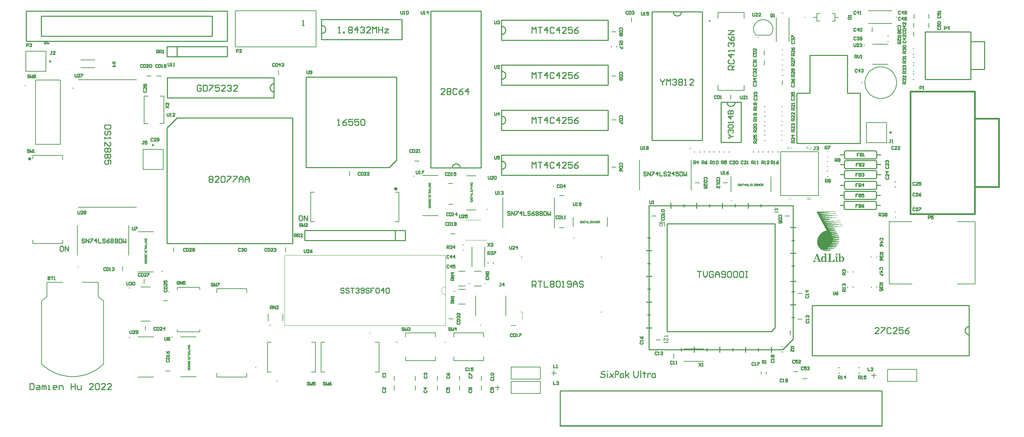
<source format=gto>
G04*
G04 #@! TF.GenerationSoftware,Altium Limited,Altium Designer,22.11.1 (43)*
G04*
G04 Layer_Color=65535*
%FSLAX25Y25*%
%MOIN*%
G70*
G04*
G04 #@! TF.SameCoordinates,299E75B2-B623-434A-8C2F-8C8F7067A500*
G04*
G04*
G04 #@! TF.FilePolarity,Positive*
G04*
G01*
G75*
%ADD10C,0.00787*%
%ADD11C,0.01000*%
%ADD12C,0.01575*%
%ADD13C,0.00472*%
%ADD14C,0.00945*%
%ADD15C,0.00500*%
%ADD16C,0.01181*%
%ADD17C,0.01500*%
%ADD18C,0.00787*%
%ADD19C,0.00600*%
%ADD20C,0.01200*%
%ADD21C,0.00800*%
G36*
X581197Y24927D02*
X581335Y24909D01*
X581369Y24875D01*
X581404Y24858D01*
X581447Y24797D01*
X581516Y24728D01*
X581533Y24694D01*
X581567Y24659D01*
X581602Y24573D01*
X581619Y24401D01*
X581576Y24220D01*
X581550Y24194D01*
X581533Y24160D01*
X581412Y24039D01*
X581395Y24005D01*
X581369Y23979D01*
X581352D01*
X581343Y23970D01*
X581249Y23945D01*
X581076Y23927D01*
X580715Y23945D01*
X580620Y24039D01*
X580603Y24074D01*
X580577Y24100D01*
X580542Y24117D01*
X580482Y24160D01*
X580447Y24298D01*
X580465Y24677D01*
X580508Y24737D01*
X580542Y24754D01*
X580637Y24832D01*
X580654Y24866D01*
X580697Y24909D01*
X580766Y24927D01*
X581145Y24944D01*
X581197Y24927D01*
D02*
G37*
G36*
X577631Y24754D02*
X577682Y24737D01*
X577803Y24668D01*
X577924Y24616D01*
X578096Y24599D01*
X578208Y24573D01*
X578303Y24513D01*
X578337Y24479D01*
X578423Y24444D01*
X578544Y24375D01*
X578639Y24281D01*
X578725Y24091D01*
X578742Y24022D01*
X578716Y23927D01*
X578682Y23841D01*
X578595Y23652D01*
X578561Y23634D01*
X578509Y23617D01*
X578440Y23600D01*
X577613Y23617D01*
X577562Y23634D01*
X577458Y23652D01*
X577372Y23686D01*
X577278Y23712D01*
X577131Y23755D01*
X576959Y23772D01*
X576881Y23764D01*
X576752Y23772D01*
X576700Y23755D01*
X576597Y23738D01*
X576545Y23720D01*
X576321Y23652D01*
X576253Y23634D01*
X575985Y23591D01*
X575899Y23557D01*
X575839Y23497D01*
X575805Y23479D01*
X575684Y23428D01*
X575563Y23359D01*
X575512Y23307D01*
X575391Y23238D01*
X575348Y23195D01*
X575305Y23083D01*
X575219Y22980D01*
X575176Y22885D01*
X575159Y22713D01*
X575176Y22644D01*
X575193Y22523D01*
X575253Y22463D01*
X575365Y22437D01*
X575425Y22411D01*
X575529Y22308D01*
X575598Y22291D01*
X575718Y22273D01*
X576011Y22256D01*
X576063Y22239D01*
X576184Y22222D01*
X576347Y22230D01*
X576416Y22213D01*
X576476Y22170D01*
X576563Y22136D01*
X576631Y22118D01*
X576856Y22136D01*
X577407Y22101D01*
X577596Y21981D01*
X577803Y21946D01*
X577889Y21929D01*
X578010Y21808D01*
X578122Y21765D01*
X578217Y21705D01*
X578251Y21670D01*
X578285Y21653D01*
X578449Y21541D01*
X578466Y21507D01*
X578544Y21429D01*
X578578Y21412D01*
X578604Y21386D01*
X578621Y21352D01*
X578656Y21317D01*
X578673Y21283D01*
X578742Y21214D01*
X578759Y21179D01*
X578794Y21093D01*
X578837Y20981D01*
X578949Y20869D01*
X578966Y20749D01*
X578992Y20637D01*
X579018Y20542D01*
X579095Y20327D01*
X579112Y20258D01*
X579121Y19887D01*
X579104Y19836D01*
X579078Y19741D01*
X579000Y19560D01*
X578983Y19491D01*
X578949Y19215D01*
X578863Y19129D01*
X578845Y19095D01*
X578811Y19009D01*
X578725Y18854D01*
X578656Y18785D01*
X578604Y18699D01*
X578561Y18655D01*
X578527Y18638D01*
X578483Y18595D01*
X578466Y18561D01*
X578389Y18483D01*
X578354Y18466D01*
X578277Y18388D01*
X578260Y18354D01*
X578113Y18259D01*
X577992Y18173D01*
X577898Y18147D01*
X577803Y18087D01*
X577751Y18018D01*
X577613Y17984D01*
X577527Y17966D01*
X577450Y17906D01*
X577433Y17872D01*
X577338Y17829D01*
X577114Y17811D01*
X577062Y17794D01*
X576942Y17725D01*
X576856Y17691D01*
X576787Y17673D01*
X576459Y17656D01*
X575977Y17639D01*
X575193Y17665D01*
X575098Y17673D01*
X575081D01*
X575029Y17691D01*
X574771Y17811D01*
X574564Y17846D01*
X574461Y17949D01*
X574323Y17984D01*
X574228Y18009D01*
X574116Y18121D01*
X573996Y18190D01*
X573901Y18268D01*
X573875Y18294D01*
X573841Y18311D01*
X573694Y18457D01*
X573625Y18578D01*
X573573Y18630D01*
X573556Y18664D01*
X573522Y18750D01*
X573496Y18948D01*
X573461Y19034D01*
X573436Y19060D01*
X573401Y19146D01*
X573418Y19233D01*
X573505Y19353D01*
X573530Y19448D01*
X573591Y19543D01*
X573617Y19568D01*
X573651Y19586D01*
X573772Y19637D01*
X573944Y19655D01*
X574133Y19637D01*
X574254Y19551D01*
X574332Y19474D01*
X574349Y19439D01*
X574383Y19405D01*
X574400Y19370D01*
X574469Y19301D01*
X574487Y19267D01*
X574573Y19146D01*
X574599Y19121D01*
X574633Y19103D01*
X574659Y19078D01*
X574676Y19043D01*
X574736Y18983D01*
X574857Y18914D01*
X574909Y18862D01*
X574995Y18828D01*
X575064Y18811D01*
X575279Y18785D01*
X575365Y18767D01*
X575581Y18673D01*
X575701Y18655D01*
X576304Y18673D01*
X576425Y18759D01*
X576649Y18776D01*
X576700Y18793D01*
X576873Y18811D01*
X577010Y18828D01*
X577174Y18940D01*
X577252Y18966D01*
X577321Y18983D01*
X577407Y19000D01*
X577467Y19043D01*
X577484Y19078D01*
X577510Y19103D01*
X577545Y19121D01*
X577665Y19207D01*
X577829Y19370D01*
X577846Y19405D01*
X577906Y19465D01*
X577941Y19482D01*
X577984Y19577D01*
X578001Y19698D01*
X578018Y19801D01*
X578036Y19853D01*
X578053Y19922D01*
X578036Y20128D01*
X578001Y20215D01*
X577975Y20344D01*
X577915Y20439D01*
X577889Y20464D01*
X577855Y20482D01*
X577829Y20507D01*
X577812Y20542D01*
X577734Y20619D01*
X577622Y20662D01*
X577562Y20706D01*
X577527Y20740D01*
X577493Y20757D01*
X577372Y20809D01*
X577269Y20826D01*
X577174Y20904D01*
X577148Y20930D01*
X577028Y20964D01*
X576718Y20981D01*
X576631Y21016D01*
X576563Y21033D01*
X576407Y21050D01*
X576253Y21119D01*
X575408Y21136D01*
X575357Y21154D01*
X575253Y21171D01*
X575167Y21257D01*
X575081Y21291D01*
X574909Y21309D01*
X574805Y21412D01*
X574685Y21464D01*
X574599Y21498D01*
X574461Y21636D01*
X574426Y21653D01*
X574366Y21713D01*
X574349Y21748D01*
X574314Y21782D01*
X574297Y21817D01*
X574211Y21903D01*
X574177Y22024D01*
X574159Y22093D01*
X574039Y22351D01*
X574021Y22523D01*
X574039Y22833D01*
X574125Y22954D01*
X574159Y23075D01*
X574194Y23230D01*
X574271Y23324D01*
X574297Y23350D01*
X574332Y23436D01*
X574375Y23548D01*
X574469Y23626D01*
X574564Y23755D01*
X574599Y23772D01*
X574693Y23867D01*
X574711Y23901D01*
X574814Y23970D01*
X574943Y24100D01*
X575098Y24186D01*
X575150Y24237D01*
X575262Y24281D01*
X575322Y24324D01*
X575425Y24427D01*
X575572Y24453D01*
X575667Y24513D01*
X575701Y24565D01*
X575822Y24599D01*
X575977Y24616D01*
X576097Y24685D01*
X576253Y24754D01*
X576683Y24771D01*
X577631Y24754D01*
D02*
G37*
G36*
X587296Y22773D02*
X587391Y22695D01*
X587408Y22661D01*
X587485Y22566D01*
X587528Y22523D01*
X587546Y22454D01*
X587563Y22265D01*
X587502Y22153D01*
X587468Y22136D01*
X587442Y22110D01*
X587425Y22075D01*
X587322Y21886D01*
X586917Y21481D01*
X586796Y21412D01*
X586736Y21352D01*
X586719Y21317D01*
X586693Y21291D01*
X586658Y21274D01*
X586520Y21136D01*
X586434Y21085D01*
X586409Y21059D01*
X586391Y21024D01*
X586331Y20964D01*
X586297Y20947D01*
X586253Y20904D01*
X586236Y20869D01*
X586159Y20792D01*
X586124Y20775D01*
X586081Y20731D01*
X586064Y20697D01*
X586004Y20637D01*
X585969Y20619D01*
X585831Y20482D01*
X585797Y20464D01*
X585702Y20370D01*
X585685Y20335D01*
X585650Y20249D01*
X585668Y20197D01*
X585702Y20163D01*
X585719Y20128D01*
X585754Y20094D01*
X585806Y20008D01*
X585909Y19905D01*
X585926Y19870D01*
X585969Y19810D01*
X586004Y19793D01*
X586081Y19715D01*
X586098Y19681D01*
X586141Y19620D01*
X586176Y19603D01*
X586219Y19560D01*
X586305Y19405D01*
X586374Y19336D01*
X586391Y19301D01*
X586478Y19181D01*
X586564Y19095D01*
X586615Y19009D01*
X586676Y18948D01*
X586710Y18931D01*
X586779Y18828D01*
X586891Y18716D01*
X586977Y18561D01*
X587063Y18474D01*
X587132Y18354D01*
X587218Y18268D01*
X587235Y18199D01*
X587218Y17923D01*
X587158Y17846D01*
X587123Y17829D01*
X587098Y17803D01*
X587080Y17768D01*
X587003Y17673D01*
X586934Y17656D01*
X586719Y17648D01*
X586529Y17665D01*
X586460Y17699D01*
X586443Y17734D01*
X586409Y17768D01*
X586391Y17803D01*
X586348Y17846D01*
X586314Y17863D01*
X586288Y17889D01*
X586271Y17923D01*
X586193Y18001D01*
X586159Y18018D01*
X586116Y18061D01*
X586029Y18216D01*
X585943Y18302D01*
X585875Y18423D01*
X585797Y18500D01*
X585771Y18509D01*
X585754Y18543D01*
X585702Y18595D01*
X585685Y18630D01*
X585633Y18664D01*
X585616Y18699D01*
X585521Y18828D01*
X585487Y18845D01*
X585444Y18888D01*
X585427Y18923D01*
X585392Y18957D01*
X585375Y18991D01*
X585272Y19095D01*
X585254Y19129D01*
X585134Y19284D01*
X585022Y19448D01*
X584987Y19482D01*
X584867Y19517D01*
X584781Y19465D01*
X584755Y19439D01*
X584737Y19405D01*
X584539Y19207D01*
X584531Y19198D01*
X584143Y18811D01*
X584109Y18793D01*
X583971Y18655D01*
X583842Y18578D01*
X583824Y18543D01*
X583523Y18242D01*
X583497Y18233D01*
X583488Y18207D01*
X583454Y18190D01*
X583290Y18078D01*
X583273Y18044D01*
X583195Y17966D01*
X583161Y17949D01*
X583118Y17906D01*
X583101Y17872D01*
X583075Y17846D01*
X582989Y17811D01*
X582644Y17829D01*
X582498Y17941D01*
X582480Y17975D01*
X582429Y18095D01*
X582412Y18130D01*
X582343Y18233D01*
X582360Y18337D01*
X582429Y18492D01*
X582498Y18612D01*
X582601Y18699D01*
X582618Y18733D01*
X582696Y18811D01*
X582730Y18828D01*
X582773Y18871D01*
X582791Y18905D01*
X582868Y18983D01*
X582903Y19000D01*
X582997Y19078D01*
X583135Y19215D01*
X583152Y19250D01*
X583178Y19276D01*
X583333Y19362D01*
X583394Y19422D01*
X583411Y19456D01*
X583506Y19603D01*
X583540Y19620D01*
X584255Y20335D01*
X584272Y20404D01*
X584212Y20516D01*
X584177Y20533D01*
X584134Y20576D01*
X584100Y20662D01*
X584048Y20749D01*
X583962Y20835D01*
X583945Y20869D01*
X583867Y20964D01*
X583790Y21042D01*
X583704Y21197D01*
X583652Y21248D01*
X583635Y21283D01*
X583566Y21403D01*
X583462Y21507D01*
X583445Y21541D01*
X583368Y21636D01*
X583256Y21748D01*
X583239Y21782D01*
X583213Y21808D01*
X583178Y21825D01*
X583135Y21869D01*
X583118Y21903D01*
X583040Y21981D01*
X583006Y21998D01*
X582980Y22024D01*
X582963Y22058D01*
X582928Y22144D01*
X582903Y22239D01*
X582860Y22351D01*
X582928Y22506D01*
X582963Y22592D01*
X582980Y22627D01*
X583058Y22721D01*
X583178Y22773D01*
X583247Y22790D01*
X583540Y22773D01*
X583678Y22635D01*
X583799Y22566D01*
X583885Y22480D01*
X583919Y22463D01*
X583997Y22385D01*
X584014Y22351D01*
X584065Y22299D01*
X584134Y22179D01*
X584255Y22058D01*
X584307Y21972D01*
X584410Y21869D01*
X584496Y21713D01*
X584548Y21662D01*
X584565Y21627D01*
X584677Y21464D01*
X584712Y21446D01*
X584781Y21343D01*
X584824Y21283D01*
X584910Y21197D01*
X584927Y21162D01*
X584970Y21102D01*
X585091Y21119D01*
X585228Y21257D01*
X585384Y21343D01*
X585427Y21403D01*
X585470Y21446D01*
X585556Y21498D01*
X585599Y21541D01*
X585616Y21576D01*
X585642Y21601D01*
X585676Y21619D01*
X585849Y21791D01*
X585883Y21808D01*
X586021Y21946D01*
X586055Y21963D01*
X586098Y22006D01*
X586116Y22041D01*
X586176Y22101D01*
X586210Y22118D01*
X586253Y22161D01*
X586271Y22196D01*
X586348Y22273D01*
X586383Y22291D01*
X586426Y22334D01*
X586443Y22368D01*
X586581Y22506D01*
X586598Y22540D01*
X586658Y22601D01*
X586693Y22618D01*
X586736Y22661D01*
X586753Y22695D01*
X586796Y22756D01*
X586917Y22790D01*
X587296Y22773D01*
D02*
G37*
G36*
X581076D02*
X581197Y22687D01*
X581257Y22627D01*
X581292Y22540D01*
X581318Y22446D01*
X581378Y22299D01*
X581361Y21869D01*
X581292Y21713D01*
Y20439D01*
Y20421D01*
X581275Y18061D01*
X581214Y18001D01*
X581180Y17984D01*
X581119Y17923D01*
X581102Y17889D01*
X581042Y17829D01*
X580921Y17811D01*
X580542Y17829D01*
X580465Y17906D01*
X580447Y17941D01*
X580370Y18018D01*
X580336Y18035D01*
X580293Y18147D01*
X580310Y22230D01*
X580327Y22282D01*
X580361Y22368D01*
X580439Y22583D01*
X580525Y22721D01*
X580646Y22773D01*
X580766Y22790D01*
X581076Y22773D01*
D02*
G37*
G36*
X590638Y25082D02*
X590690Y25064D01*
X590724Y25047D01*
X590828Y24978D01*
X590914Y24944D01*
X591034Y24927D01*
X591103Y24909D01*
X591198Y24832D01*
X591241Y24789D01*
X591431Y24720D01*
X591500Y24651D01*
X591534Y24634D01*
X591663Y24556D01*
X591680Y24522D01*
X591775Y24427D01*
X591810Y24410D01*
X591870Y24349D01*
X591887Y24315D01*
X591930Y24272D01*
X591965Y24255D01*
X592042Y24177D01*
X592059Y24143D01*
X592137Y24065D01*
X592171Y24048D01*
X592214Y23936D01*
X592283Y23815D01*
X592318Y23781D01*
X592335Y23746D01*
X592370Y23660D01*
X592387Y23471D01*
X592473Y23350D01*
X592507Y23230D01*
X592516Y22876D01*
X592499Y22790D01*
X592456Y22678D01*
X592439Y22523D01*
X592370Y22368D01*
X592352Y22161D01*
X592283Y22093D01*
X592266Y22058D01*
X592214Y21937D01*
X592171Y21825D01*
X592059Y21713D01*
X591991Y21593D01*
X591689Y21291D01*
X591655Y21274D01*
X591620Y21240D01*
X591586Y21222D01*
X591517Y21154D01*
X591396Y21085D01*
X591336Y21024D01*
X591327Y20999D01*
X591241Y20964D01*
X591129Y20938D01*
X591043Y20887D01*
X591026Y20852D01*
X591000Y20826D01*
X590931Y20809D01*
X590810Y20792D01*
X590707Y20775D01*
X590604Y20706D01*
X590518Y20671D01*
X590449Y20654D01*
X590328Y20637D01*
X589536Y20619D01*
X589277Y20637D01*
X589191Y20585D01*
X589148Y20542D01*
X589113Y20404D01*
X589079Y20283D01*
X589062Y20163D01*
Y19922D01*
Y19905D01*
X589045Y17872D01*
X588950Y17777D01*
X588924Y17768D01*
X588907Y17734D01*
X588829Y17656D01*
X588657Y17639D01*
X588433Y17656D01*
X588338Y17734D01*
X588252Y17820D01*
X588235Y17889D01*
X588149Y18044D01*
X588114Y18130D01*
X588131Y18251D01*
X588149Y19939D01*
X588183Y19973D01*
X588217Y20111D01*
X588235Y21576D01*
X588252Y21627D01*
X588269Y22248D01*
X588286Y22299D01*
X588304Y22420D01*
X588295Y22842D01*
X588330Y22928D01*
X588373Y23023D01*
X588390Y23195D01*
X588407Y24746D01*
X588476Y24866D01*
X588640Y25030D01*
X588726Y25064D01*
X588846Y25082D01*
X589536Y25099D01*
X590638Y25082D01*
D02*
G37*
G36*
X596134Y22773D02*
X596186Y22756D01*
X596254Y22738D01*
X596358Y22635D01*
X596479Y22618D01*
X596582Y22601D01*
X596677Y22523D01*
X596720Y22480D01*
X596883Y22420D01*
X596944Y22377D01*
X596970Y22351D01*
X596987Y22316D01*
X597030Y22273D01*
X597064Y22256D01*
X597124Y22196D01*
X597159Y22075D01*
X597142Y21782D01*
X597056Y21662D01*
X597004Y21541D01*
X596987Y20645D01*
X597004Y19267D01*
X597090Y19112D01*
X597124Y19078D01*
X597159Y18940D01*
X597176Y18802D01*
X597245Y18681D01*
X597280Y18647D01*
X597314Y18561D01*
X597348Y18354D01*
X597392Y18294D01*
X597426Y18276D01*
X597452Y18251D01*
X597486Y18164D01*
X597469Y17889D01*
X597409Y17829D01*
X597374Y17811D01*
X597314Y17751D01*
X597297Y17717D01*
X597236Y17656D01*
X597013Y17639D01*
X596944Y17656D01*
X596840Y17673D01*
X596806Y17708D01*
X596771Y17725D01*
X596720Y17777D01*
X596685Y17794D01*
X596539Y17889D01*
X596522Y17923D01*
X596427Y18018D01*
X596358Y18035D01*
X596220Y18018D01*
X596168Y18001D01*
X596074Y17975D01*
X595979Y17915D01*
X595910Y17846D01*
X595841Y17829D01*
X595695Y17803D01*
X595522Y17699D01*
X595445Y17673D01*
X595324Y17656D01*
X594825Y17639D01*
X594807D01*
X594256Y17673D01*
X594135Y17760D01*
X594049Y17794D01*
X593980Y17811D01*
X593886Y17837D01*
X593791Y17897D01*
X593756Y17932D01*
X593722Y17949D01*
X593567Y18035D01*
X593481Y18139D01*
X593446Y18173D01*
X593412Y18190D01*
X593369Y18233D01*
X593300Y18354D01*
X593248Y18406D01*
X593231Y18440D01*
X593196Y18526D01*
X593171Y18621D01*
X593128Y18664D01*
X593119Y18690D01*
X593093Y18699D01*
X593076Y18733D01*
X593041Y18819D01*
X593016Y19103D01*
X592998Y19172D01*
X592973Y19267D01*
X592912Y19431D01*
X592886Y19525D01*
X592869Y19646D01*
X592886Y19767D01*
X592878Y20378D01*
X592895Y20464D01*
X592938Y20576D01*
X592990Y20749D01*
X593024Y20869D01*
X593041Y21059D01*
X593162Y21231D01*
X593188Y21326D01*
X593222Y21412D01*
X593334Y21524D01*
X593377Y21636D01*
X593421Y21696D01*
X593489Y21765D01*
X593507Y21800D01*
X593584Y21894D01*
X593963Y22273D01*
X594084Y22342D01*
X594118Y22377D01*
X594153Y22394D01*
X594342Y22497D01*
X594428Y22583D01*
X594566Y22618D01*
X594687Y22635D01*
X594721Y22670D01*
X594911Y22756D01*
X594980Y22773D01*
X595514Y22790D01*
X596134Y22773D01*
D02*
G37*
G36*
X600794Y21937D02*
X600915Y22058D01*
X600932Y22093D01*
X601044Y22256D01*
X601078Y22273D01*
X601173Y22368D01*
X601190Y22403D01*
X601294Y22489D01*
X601328Y22523D01*
X601345Y22558D01*
X601371Y22583D01*
X601406Y22601D01*
X601501Y22695D01*
X601518Y22730D01*
X601578Y22773D01*
X601699Y22894D01*
X601733Y22911D01*
X601785Y22928D01*
X601854Y22945D01*
X602164Y22928D01*
X602198Y22894D01*
X602233Y22876D01*
X602353Y22756D01*
X602388Y22738D01*
X602414Y22713D01*
X602448Y22627D01*
X602465Y22351D01*
X602448Y22299D01*
X602431Y22196D01*
X602371Y22136D01*
X602336Y22118D01*
X602310Y22093D01*
X602293Y22058D01*
X602215Y21963D01*
X602181Y21946D01*
X602121Y21886D01*
X602104Y21851D01*
X602026Y21757D01*
X602000Y21748D01*
X601983Y21713D01*
X601948Y21679D01*
X601931Y21644D01*
X601871Y21601D01*
X601759Y21489D01*
X601750Y21464D01*
X601716Y21446D01*
X601604Y21334D01*
X601595Y21309D01*
X601561Y21291D01*
X601449Y21179D01*
X601432Y21145D01*
X601328Y21059D01*
X601277Y21007D01*
X601268Y20981D01*
X601233Y20964D01*
X601096Y20826D01*
X601061Y20809D01*
X600967Y20731D01*
X600949Y20662D01*
X601018Y20542D01*
X601087Y20473D01*
X601173Y20318D01*
X601216Y20275D01*
X601251Y20258D01*
X601277Y20232D01*
X601345Y20111D01*
X601423Y20017D01*
X601526Y19827D01*
X601561Y19810D01*
X601604Y19767D01*
X601673Y19646D01*
X601716Y19603D01*
X601750Y19586D01*
X601811Y19474D01*
X601828Y19439D01*
X601905Y19345D01*
X601931Y19319D01*
X602000Y19198D01*
X602086Y19112D01*
X602104Y19078D01*
X602215Y18914D01*
X602259Y18871D01*
X602302Y18759D01*
X602327Y18699D01*
X602448Y18578D01*
X602474Y18466D01*
X602508Y18380D01*
X602586Y18302D01*
X602620Y18182D01*
X602603Y17768D01*
X602526Y17673D01*
X602491Y17656D01*
X602396Y17579D01*
X602371Y17553D01*
X602284Y17518D01*
X602215Y17501D01*
X601992Y17518D01*
X601897Y17596D01*
X601871Y17622D01*
X601836Y17639D01*
X601759Y17717D01*
X601742Y17751D01*
X601673Y17820D01*
X601621Y17941D01*
X601535Y18095D01*
X601501Y18130D01*
X601466Y18216D01*
X601414Y18302D01*
X601311Y18406D01*
X601225Y18561D01*
X601190Y18595D01*
X601173Y18630D01*
X601087Y18785D01*
X600967Y18905D01*
X600949Y18940D01*
X600872Y19034D01*
X600829Y19078D01*
X600725Y19267D01*
X600656Y19336D01*
X600587Y19456D01*
X600467Y19577D01*
X600398Y19698D01*
X600329Y19767D01*
X600286Y19879D01*
X600243Y19939D01*
X600165Y19965D01*
X600045Y19948D01*
X599924Y19827D01*
X599890Y19810D01*
X599769Y19724D01*
X599752Y19689D01*
X599717Y19672D01*
X599528Y19568D01*
X599459Y19500D01*
X599338Y19431D01*
X599313Y19353D01*
X599330Y19095D01*
X599313Y19078D01*
X599330Y19026D01*
X599313Y18595D01*
X599295Y17889D01*
X599140Y17734D01*
X599123Y17699D01*
X599028Y17656D01*
X598804Y17639D01*
X598580Y17656D01*
X598503Y17717D01*
X598451Y17803D01*
X598425Y17829D01*
X598391Y17846D01*
X598348Y17889D01*
X598313Y18027D01*
X598330Y19732D01*
X598348Y19784D01*
X598382Y19870D01*
X598399Y19991D01*
X598382Y20042D01*
X598399Y21627D01*
X598451Y21748D01*
X598468Y21817D01*
X598486Y21989D01*
X598468Y22041D01*
X598477Y24341D01*
X598460Y24410D01*
X598425Y24496D01*
X598382Y24608D01*
X598399Y24832D01*
X598486Y25021D01*
X598520Y25107D01*
X598598Y25202D01*
X598632Y25219D01*
X598718Y25254D01*
X598787Y25271D01*
X599149Y25254D01*
X599235Y25202D01*
X599295Y25142D01*
X599416Y24883D01*
X599450Y24763D01*
X599468Y24591D01*
X599450Y21713D01*
X599433Y21662D01*
X599416Y21541D01*
X599399Y21472D01*
X599416Y21300D01*
X599407Y20895D01*
X599425Y20809D01*
X599476Y20792D01*
X599571Y20818D01*
X599597Y20843D01*
X599631Y20861D01*
X599674Y20921D01*
X599735Y20964D01*
X599829Y21042D01*
X599847Y21076D01*
X599872Y21102D01*
X599907Y21119D01*
X599941Y21154D01*
X599976Y21171D01*
X600002Y21197D01*
X600019Y21231D01*
X600045Y21257D01*
X600079Y21274D01*
X600157Y21352D01*
X600174Y21386D01*
X600217Y21429D01*
X600372Y21515D01*
X600786Y21929D01*
X600794Y21937D01*
D02*
G37*
G36*
X607255Y22489D02*
X607272Y20869D01*
X607358Y20680D01*
X607375Y20473D01*
X607393Y20421D01*
X607410Y20197D01*
X607427Y20008D01*
X607462Y19973D01*
X607479Y19939D01*
X607548Y19870D01*
X607565Y19749D01*
X607582Y19681D01*
X607608Y19586D01*
X607651Y19525D01*
X607703Y19474D01*
X607789Y19319D01*
X607815Y19293D01*
X607849Y19276D01*
X607909Y19215D01*
X607927Y19181D01*
X608108Y19000D01*
X608263Y18914D01*
X608332Y18845D01*
X608426Y18819D01*
X608530Y18802D01*
X608702Y18785D01*
X608771Y18767D01*
X608866Y18707D01*
X608986Y18655D01*
X609434Y18673D01*
X609693Y18793D01*
X609822Y18819D01*
X609882Y18862D01*
X610003Y18983D01*
X610037Y19000D01*
X610218Y19181D01*
X610235Y19215D01*
X610373Y19353D01*
X610425Y19560D01*
X610545Y19681D01*
X610563Y19801D01*
X610589Y19913D01*
X610657Y20017D01*
X610701Y20111D01*
X610718Y20232D01*
X610735Y20301D01*
X610752Y20473D01*
X610855Y20697D01*
X610873Y20766D01*
X610890Y20990D01*
X610916Y21395D01*
X610933Y21464D01*
X610959Y21558D01*
X610942Y21679D01*
X611028Y21869D01*
X611045Y22041D01*
X611062Y23402D01*
X611080Y24694D01*
X611157Y24789D01*
X611183Y24814D01*
X611269Y24970D01*
X611364Y25064D01*
X611450Y25099D01*
X611829Y25082D01*
X611906Y25004D01*
X611924Y24970D01*
X611949Y24944D01*
X611984Y24927D01*
X612027Y24883D01*
X612044Y24814D01*
X612062Y24125D01*
X612044Y21524D01*
X612027Y21472D01*
X612010Y21128D01*
X611975Y21042D01*
X611924Y20869D01*
X611889Y20731D01*
X611872Y20404D01*
X611846Y20258D01*
X611734Y20042D01*
X611717Y19870D01*
X611691Y19724D01*
X611605Y19586D01*
X611571Y19500D01*
X611553Y19431D01*
X611536Y19293D01*
X611502Y19207D01*
X611407Y19112D01*
X611372Y18991D01*
X611355Y18905D01*
X611329Y18862D01*
X611295Y18845D01*
X611252Y18802D01*
X611235Y18767D01*
X611166Y18647D01*
X611131Y18612D01*
X611114Y18578D01*
X611080Y18543D01*
X611062Y18509D01*
X610942Y18354D01*
X610907Y18319D01*
X610890Y18285D01*
X610812Y18190D01*
X610597Y18044D01*
X610554Y18001D01*
X610399Y17915D01*
X610330Y17846D01*
X610210Y17811D01*
X610115Y17785D01*
X609985Y17691D01*
X609917Y17673D01*
X609744Y17656D01*
X609107Y17639D01*
X608530Y17665D01*
X608357Y17682D01*
X608288Y17699D01*
X608159Y17777D01*
X608039Y17811D01*
X607875Y17837D01*
X607815Y17863D01*
X607711Y17966D01*
X607591Y18001D01*
X607505Y18052D01*
X607470Y18087D01*
X607436Y18104D01*
X607332Y18173D01*
X607298Y18190D01*
X607255Y18251D01*
X607195Y18311D01*
X607160Y18328D01*
X607083Y18406D01*
X607065Y18440D01*
X606988Y18535D01*
X606962Y18543D01*
X606945Y18578D01*
X606833Y18742D01*
X606755Y18871D01*
X606729Y18966D01*
X606704Y18991D01*
X606686Y19026D01*
X606635Y19078D01*
X606600Y19198D01*
X606583Y19267D01*
X606566Y19405D01*
X606488Y19500D01*
X606445Y19594D01*
X606428Y19663D01*
X606411Y20025D01*
X606376Y20111D01*
X606307Y20266D01*
X606290Y20387D01*
X606273Y20611D01*
X606256Y21248D01*
X606273Y24281D01*
X606342Y24401D01*
X606393Y24453D01*
X606436Y24565D01*
X606497Y24659D01*
X606574Y24737D01*
X606695Y24771D01*
X607039Y24754D01*
X607100Y24694D01*
X607117Y24659D01*
X607151Y24625D01*
X607160Y24599D01*
X607195Y24582D01*
X607238Y24504D01*
X607255Y24384D01*
Y22506D01*
Y22489D01*
D02*
G37*
G36*
X614034Y25426D02*
X614258Y25409D01*
X614293Y25374D01*
X614318Y25366D01*
X614336Y25331D01*
X614422Y25142D01*
X614456Y25021D01*
X614465Y22394D01*
X614439Y22334D01*
X614405Y22299D01*
X614370Y22213D01*
X614353Y18767D01*
X614336Y18716D01*
X614318Y18027D01*
X614284Y17992D01*
X614129Y17699D01*
X614017Y17656D01*
X613655Y17639D01*
X613603Y17656D01*
X613534Y17673D01*
X613388Y17820D01*
X613354Y17958D01*
X613371Y20938D01*
X613388Y20990D01*
X613405Y23832D01*
X613422Y23884D01*
X613440Y24108D01*
X613431Y24978D01*
X613448Y25082D01*
X613491Y25194D01*
X613595Y25383D01*
X613707Y25426D01*
X614025Y25435D01*
X614034Y25426D01*
D02*
G37*
G36*
X807416Y183466D02*
X807507Y183375D01*
X807548Y183254D01*
X807457Y183142D01*
X807315Y183122D01*
X805446Y183092D01*
X804981Y183072D01*
X804758Y183051D01*
X804364Y183021D01*
X804304Y183001D01*
X804223Y182981D01*
X803960Y182960D01*
X803273Y182940D01*
X803212Y182920D01*
X802252Y182890D01*
X802131Y182870D01*
X801969Y182829D01*
X801707Y182809D01*
X801606Y182789D01*
X801525Y182768D01*
X801424Y182748D01*
X800939Y182728D01*
X800656Y182708D01*
X800292Y182688D01*
X800191Y182667D01*
X800080Y182637D01*
X799918Y182597D01*
X799352Y182576D01*
X798948Y182536D01*
X798129Y182445D01*
X797725Y182425D01*
X797604Y182405D01*
X797331Y182374D01*
X797099Y182344D01*
X797068Y182334D01*
X797048D01*
X796270Y182283D01*
X795987Y182263D01*
X795886Y182243D01*
X795785Y182202D01*
X795664Y182182D01*
X795098Y182162D01*
X794855Y182142D01*
X794148Y182122D01*
X793865Y182102D01*
X793592Y182071D01*
X793097Y182041D01*
X792996Y182021D01*
X792915Y182000D01*
X792804Y181970D01*
X792521Y181950D01*
X792410Y181859D01*
X792389Y181778D01*
X792420Y181667D01*
X792521Y181546D01*
X792602Y181526D01*
X798220Y181505D01*
X798281Y181485D01*
X801929Y181475D01*
X802657Y181495D01*
X804152Y181515D01*
X805527Y181535D01*
X806658Y181576D01*
X807325Y181596D01*
X807426Y181616D01*
X807507Y181637D01*
X807780Y181667D01*
X808265Y181687D01*
X808376Y181596D01*
X808457Y181515D01*
X808477Y181435D01*
X808457Y181374D01*
X808427Y181344D01*
X808285Y181303D01*
X808023Y181283D01*
X807639Y181263D01*
X807558Y181243D01*
X806517Y181212D01*
X806133Y181192D01*
X805860Y181162D01*
X804910Y181141D01*
X804850Y181121D01*
X804364Y181101D01*
X804304Y181081D01*
X803980Y181061D01*
X803435Y181040D01*
X803374Y181020D01*
X803162Y180990D01*
X802636Y180970D01*
X802475Y180949D01*
X802273Y180929D01*
X801929Y180909D01*
X801747Y180889D01*
X801646Y180869D01*
X801565Y180848D01*
X801292Y180818D01*
X800989Y180798D01*
X800929Y180778D01*
X800090Y180747D01*
X799827Y180707D01*
X799665Y180666D01*
X799564Y180646D01*
X799382Y180626D01*
X799140Y180606D01*
X798615Y180586D01*
X798150Y180545D01*
X798069Y180525D01*
X797968Y180505D01*
X797786Y180485D01*
X797624Y180464D01*
X797442Y180444D01*
X797058Y180424D01*
X796785Y180394D01*
X796371Y180363D01*
X796169Y180343D01*
X795886Y180323D01*
X795704Y180303D01*
X795502Y180282D01*
X795280Y180262D01*
X795017Y180242D01*
X794855Y180222D01*
X794613Y180202D01*
X794249Y180181D01*
X794148Y180161D01*
X793764Y180141D01*
X793683Y180121D01*
X793461Y180020D01*
X793390Y179969D01*
X793339Y179919D01*
X793360Y179797D01*
X793430Y179727D01*
X793572Y179666D01*
X793653Y179646D01*
X793966Y179656D01*
X794875Y179636D01*
X795078Y179615D01*
X795573Y179605D01*
X795633Y179626D01*
X795714Y179605D01*
X799261Y179615D01*
X803940Y179605D01*
X804001Y179626D01*
X804324Y179646D01*
X805193Y179666D01*
X805820Y179686D01*
X806567Y179707D01*
X807255Y179727D01*
X807315Y179747D01*
X808174Y179777D01*
X808881Y179797D01*
X809003Y179818D01*
X809195Y179828D01*
X809377Y179727D01*
X809407Y179696D01*
X809427Y179615D01*
X809407Y179494D01*
X809377Y179464D01*
X809235Y179444D01*
X808993Y179484D01*
X808932Y179464D01*
X808568Y179444D01*
X808508Y179423D01*
X807477Y179403D01*
X807416Y179383D01*
X807143Y179353D01*
X806820Y179333D01*
X806577Y179292D01*
X806032Y179272D01*
X805587Y179252D01*
X804920Y179232D01*
X804455Y179211D01*
X804193Y179171D01*
X803990Y179151D01*
X803748Y179110D01*
X803647Y179090D01*
X803384Y179070D01*
X802454Y179029D01*
X802232Y179009D01*
X802131Y178989D01*
X801899Y178918D01*
X801343Y178888D01*
X801222Y178868D01*
X801040Y178848D01*
X800615Y178827D01*
X800413Y178787D01*
X799888Y178767D01*
X799787Y178746D01*
X799676Y178716D01*
X799534Y178696D01*
X799271Y178676D01*
X799211Y178656D01*
X798766Y178635D01*
X798251Y178605D01*
X798170Y178585D01*
X798038Y178534D01*
X797958Y178514D01*
X797755Y178494D01*
X797078Y178463D01*
X796432Y178443D01*
X796250Y178423D01*
X796048Y178383D01*
X795563Y178363D01*
X795381Y178342D01*
X795179Y178302D01*
X794835Y178282D01*
X794593Y178261D01*
X794491Y178221D01*
X794411Y178140D01*
X794390Y177999D01*
X794411Y177898D01*
X794461Y177847D01*
X794542Y177827D01*
X794694Y177817D01*
X795068Y177827D01*
X795128Y177807D01*
X796603Y177787D01*
X797968Y177797D01*
X798059Y177787D01*
X798119Y177807D01*
X805597Y177787D01*
X805658Y177807D01*
X807012Y177827D01*
X808912Y177847D01*
X809831Y177877D01*
X810104Y177908D01*
X810266Y177887D01*
X810377Y177797D01*
X810417Y177716D01*
X810357Y177615D01*
X810266Y177584D01*
X809973Y177594D01*
X809811Y177574D01*
X808942Y177554D01*
X808417Y177534D01*
X808316Y177514D01*
X807285Y177473D01*
X806689Y177443D01*
X806547Y177423D01*
X805931Y177392D01*
X805769Y177372D01*
X805547Y177352D01*
X805425Y177332D01*
X805153Y177301D01*
X804536Y177271D01*
X804213Y177251D01*
X803970Y177231D01*
X803869Y177210D01*
X803708Y177170D01*
X803162Y177109D01*
X802677Y177089D01*
X802273Y177069D01*
X801909Y177008D01*
X801666Y176948D01*
X801505Y176927D01*
X800939Y176907D01*
X800676Y176887D01*
X800393Y176867D01*
X800312Y176847D01*
X800201Y176816D01*
X800120Y176796D01*
X799766Y176766D01*
X799322Y176746D01*
X799140Y176725D01*
X798877Y176705D01*
X798554Y176665D01*
X798291Y176645D01*
X797766Y176624D01*
X797604Y176604D01*
X797382Y176564D01*
X797281Y176543D01*
X797159Y176523D01*
X796432Y176503D01*
X796169Y176483D01*
X795745Y176463D01*
X795583Y176402D01*
X795482Y176362D01*
X795411Y176311D01*
X795381Y176281D01*
X795361Y176180D01*
X795411Y176089D01*
X795552Y176028D01*
X795684Y175998D01*
X795765Y175978D01*
X795896Y175968D01*
X795957Y175988D01*
X797382Y175978D01*
X797654Y175988D01*
X797715Y175968D01*
X799453Y175947D01*
X799514Y175927D01*
X801505Y175937D01*
X801575Y175907D01*
X801666Y175816D01*
X801686Y175776D01*
X801747Y175715D01*
X801767Y175674D01*
X801808Y175573D01*
X801858Y175442D01*
X801969Y175331D01*
X802010Y175230D01*
X801990Y175109D01*
X801939Y175058D01*
X801798Y175038D01*
X801353Y175018D01*
X801151Y174997D01*
X801070Y174977D01*
X800929Y174957D01*
X800090Y174927D01*
X799817Y174896D01*
X799585Y174866D01*
X799473Y174836D01*
X799332Y174815D01*
X798948Y174795D01*
X798746Y174775D01*
X797816Y174755D01*
X797755Y174735D01*
X797564Y174704D01*
X797159Y174684D01*
X797058Y174664D01*
X796977Y174644D01*
X796856Y174624D01*
X796472Y174603D01*
X796391Y174583D01*
X796280Y174512D01*
X796250Y174482D01*
X796270Y174320D01*
X796320Y174250D01*
X796361Y174229D01*
X796401Y174189D01*
X796533Y174159D01*
X800656Y174138D01*
X803839Y174128D01*
X803900Y174148D01*
X805486Y174138D01*
X805618Y174148D01*
X805678Y174128D01*
X806305Y174148D01*
X809094Y174169D01*
X809154Y174189D01*
X809953Y174219D01*
X810640Y174240D01*
X810802Y174260D01*
X811266Y174280D01*
X811650Y174300D01*
X811812Y174320D01*
X812034Y174340D01*
X812125Y174351D01*
X812267Y174270D01*
X812297Y174240D01*
X812378Y174058D01*
X812327Y173987D01*
X812186Y173967D01*
X811984Y173987D01*
X811367Y173957D01*
X811004Y173916D01*
X810640Y173896D01*
X810034Y173876D01*
X809872Y173855D01*
X809771Y173835D01*
X809346Y173815D01*
X808740Y173795D01*
X808417Y173775D01*
X807820Y173744D01*
X807588Y173714D01*
X807467Y173694D01*
X807265Y173674D01*
X806982Y173653D01*
X806709Y173623D01*
X806628Y173603D01*
X805820Y173583D01*
X805618Y173562D01*
X805476Y173542D01*
X805213Y173461D01*
X804566Y173441D01*
X804506Y173421D01*
X803647Y173391D01*
X803465Y173370D01*
X803020Y173330D01*
X802919Y173310D01*
X802808Y173280D01*
X802727Y173259D01*
X802404Y173239D01*
X802000Y173219D01*
X801939Y173199D01*
X801434Y173178D01*
X801373Y173158D01*
X801262Y173128D01*
X801141Y173108D01*
X800858Y173088D01*
X800494Y173067D01*
X800312Y173047D01*
X799847Y173027D01*
X799281Y172986D01*
X798958Y172966D01*
X798756Y172946D01*
X798422Y172936D01*
X798362Y172956D01*
X798210Y172926D01*
X798099Y172875D01*
X798018Y172855D01*
X797816Y172835D01*
X797351Y172815D01*
X797240Y172724D01*
X797200Y172623D01*
X797220Y172481D01*
X797270Y172431D01*
X797432Y172390D01*
X798615Y172400D01*
X799665Y172380D01*
X799878Y172370D01*
X799918Y172390D01*
X799959Y172370D01*
X800019Y172390D01*
X802283Y172370D01*
X804728Y172350D01*
X804789Y172330D01*
X808366Y172350D01*
X808427Y172370D01*
X809538Y172390D01*
X810104Y172410D01*
X810832Y172431D01*
X810892Y172451D01*
X811216Y172471D01*
X811277Y172491D01*
X812338Y172522D01*
X812823Y172542D01*
X812944Y172562D01*
X813075Y172572D01*
X813217Y172491D01*
X813247Y172461D01*
X813267Y172421D01*
X813308Y172319D01*
X813277Y172249D01*
X813196Y172229D01*
X812267Y172208D01*
X812206Y172188D01*
X811954Y172138D01*
X811792Y172117D01*
X810983Y172097D01*
X810872Y172107D01*
X810812Y172087D01*
X809801Y172047D01*
X809154Y172026D01*
X809094Y172006D01*
X808639Y171935D01*
X808538Y171915D01*
X808154Y171895D01*
X807790Y171875D01*
X807305Y171855D01*
X807083Y171834D01*
X806810Y171804D01*
X806668Y171784D01*
X806375Y171754D01*
X806214Y171733D01*
X805749Y171713D01*
X805506Y171693D01*
X805304Y171673D01*
X804981Y171652D01*
X804556Y171632D01*
X804395Y171612D01*
X804294Y171592D01*
X804021Y171562D01*
X803596Y171541D01*
X803536Y171521D01*
X803263Y171491D01*
X802879Y171471D01*
X802697Y171450D01*
X802475Y171430D01*
X802151Y171410D01*
X802050Y171390D01*
X801969Y171370D01*
X801868Y171349D01*
X801626Y171329D01*
X801303Y171289D01*
X800918Y171268D01*
X800211Y171248D01*
X800029Y171228D01*
X799766Y171188D01*
X799595Y171137D01*
X799079Y171107D01*
X798382Y171077D01*
X798251Y170985D01*
X798231Y170945D01*
X798170Y170804D01*
X798210Y170703D01*
X798321Y170652D01*
X798574Y170622D01*
X798847Y170612D01*
X798908Y170632D01*
X799615Y170612D01*
X799676Y170632D01*
X799736Y170612D01*
X802333Y170601D01*
X802566Y170612D01*
X802626Y170591D01*
X803162Y170601D01*
X803617Y170591D01*
X803677Y170612D01*
X803738Y170591D01*
X806487Y170612D01*
X806547Y170591D01*
X808397Y170581D01*
X809185Y170601D01*
X810660Y170642D01*
X812034Y170662D01*
X812924Y170682D01*
X813106Y170703D01*
X813692Y170723D01*
X813853Y170743D01*
X814025Y170753D01*
X814207Y170652D01*
X814258Y170601D01*
X814268Y170531D01*
X814237Y170460D01*
X814187Y170410D01*
X813833Y170420D01*
X813550Y170399D01*
X813126Y170379D01*
X812519Y170359D01*
X811954Y170339D01*
X811731Y170319D01*
X811287Y170298D01*
X810397Y170278D01*
X810276Y170258D01*
X810195Y170238D01*
X810094Y170218D01*
X809730Y170197D01*
X809286Y170177D01*
X809023Y170137D01*
X808619Y170116D01*
X808397Y170096D01*
X808124Y170066D01*
X807618Y170046D01*
X807558Y170026D01*
X807345Y169995D01*
X806982Y169975D01*
X806719Y169935D01*
X806517Y169914D01*
X805910Y169894D01*
X805688Y169874D01*
X805587Y169854D01*
X805415Y169803D01*
X805334Y169783D01*
X805193Y169763D01*
X804698Y169732D01*
X804193Y169712D01*
X803930Y169672D01*
X803586Y169652D01*
X803465Y169631D01*
X803354Y169601D01*
X803273Y169581D01*
X803132Y169561D01*
X802444Y169541D01*
X802384Y169520D01*
X801828Y169490D01*
X801707Y169470D01*
X801626Y169449D01*
X801505Y169429D01*
X800524Y169379D01*
X800443Y169359D01*
X799908Y169328D01*
X799787Y169308D01*
X799423Y169268D01*
X799322Y169227D01*
X799271Y169177D01*
X799231Y169157D01*
X799180Y169106D01*
X799160Y169025D01*
X799180Y168965D01*
X799251Y168894D01*
X799382Y168863D01*
X800959Y168843D01*
X803243Y168823D01*
X804688Y168813D01*
X804748Y168833D01*
X805011Y168813D01*
X805456Y168793D01*
X809417Y168772D01*
X809478Y168793D01*
X810670Y168813D01*
X810731Y168833D01*
X811812Y168863D01*
X812014Y168884D01*
X814338Y168904D01*
X814540Y168924D01*
X814702Y168944D01*
X814935Y168954D01*
X814995Y168934D01*
X815117Y168914D01*
X815218Y168853D01*
X815248Y168762D01*
X815228Y168722D01*
X815177Y168671D01*
X815096Y168651D01*
X814844Y168661D01*
X814682Y168621D01*
X814571Y168591D01*
X814308Y168570D01*
X812125Y168550D01*
X812065Y168530D01*
X811337Y168510D01*
X811236Y168469D01*
X811095Y168429D01*
X810892Y168409D01*
X810225Y168388D01*
X810165Y168368D01*
X809356Y168348D01*
X809296Y168328D01*
X809043Y168298D01*
X808942Y168277D01*
X808861Y168257D01*
X808750Y168227D01*
X808305Y168207D01*
X808164Y168186D01*
X807507Y168156D01*
X807244Y168136D01*
X806830Y168085D01*
X806749Y168065D01*
X806487Y168045D01*
X806406Y168025D01*
X805799Y168005D01*
X805739Y167984D01*
X805193Y167944D01*
X805052Y167924D01*
X804738Y167893D01*
X804415Y167853D01*
X804314Y167833D01*
X804193Y167813D01*
X804031Y167792D01*
X803607Y167772D01*
X803364Y167752D01*
X802758Y167732D01*
X802495Y167691D01*
X802414Y167671D01*
X802252Y167651D01*
X801909Y167631D01*
X801787Y167610D01*
X801515Y167580D01*
X800666Y167560D01*
X800605Y167540D01*
X800433Y167509D01*
X800332Y167469D01*
X800221Y167398D01*
X800171Y167348D01*
X800191Y167206D01*
X800221Y167176D01*
X800322Y167135D01*
X800403Y167115D01*
X801656Y167095D01*
X801717Y167075D01*
X801919Y167055D01*
X802414Y167065D01*
X802647Y167055D01*
X802707Y167075D01*
X802788Y167055D01*
X806254Y167065D01*
X806325Y167034D01*
X806436Y166964D01*
X806456Y166923D01*
X806497Y166822D01*
X806577Y166681D01*
X806658Y166559D01*
X806678Y166479D01*
X806759Y166357D01*
X806780Y166297D01*
X806689Y166185D01*
X806547Y166165D01*
X806204Y166145D01*
X806102Y166105D01*
X805961Y166084D01*
X805577Y166064D01*
X805496Y166044D01*
X804870Y166024D01*
X804809Y166004D01*
X804607Y165983D01*
X804465Y165963D01*
X804102Y165943D01*
X804041Y165923D01*
X803697Y165882D01*
X803051Y165862D01*
X802990Y165842D01*
X802262Y165822D01*
X802202Y165802D01*
X802060Y165761D01*
X801980Y165741D01*
X801777Y165721D01*
X801717Y165741D01*
X801474Y165721D01*
X801414Y165700D01*
X801333Y165680D01*
X801222Y165630D01*
X801201Y165589D01*
X801181Y165529D01*
X801201Y165387D01*
X801272Y165316D01*
X801414Y165276D01*
X805981Y165256D01*
X806042Y165236D01*
X807315Y165215D01*
X807406Y165145D01*
X807457Y165013D01*
X807487Y164943D01*
X807588Y164801D01*
X807689Y164579D01*
X807669Y164498D01*
X807537Y164447D01*
X807356Y164427D01*
X807214Y164366D01*
X807083Y164356D01*
X806891Y164366D01*
X806830Y164346D01*
X806264Y164326D01*
X806204Y164306D01*
X805678Y164286D01*
X805618Y164266D01*
X805284Y164235D01*
X805042Y164215D01*
X804769Y164185D01*
X804597Y164154D01*
X804516Y164134D01*
X804395Y164114D01*
X803889Y164094D01*
X803607Y164074D01*
X803182Y164053D01*
X802919Y164033D01*
X802839Y164013D01*
X802748Y163982D01*
X802606Y163962D01*
X802384Y163942D01*
X802323Y163922D01*
X802202Y163902D01*
X802091Y163811D01*
X802081Y163720D01*
X802101Y163619D01*
X802151Y163548D01*
X802202Y163497D01*
X802343Y163477D01*
X803030Y163497D01*
X803990Y163487D01*
X804445Y163497D01*
X804506Y163477D01*
X807517Y163457D01*
X807578Y163437D01*
X808113Y163427D01*
X808305Y163437D01*
X808417Y163346D01*
X808437Y163305D01*
X808518Y163225D01*
X808538Y163184D01*
X808639Y163002D01*
X808780Y162861D01*
X808801Y162780D01*
X808780Y162659D01*
X808730Y162608D01*
X808457Y162618D01*
X808275Y162598D01*
X808012Y162558D01*
X807689Y162538D01*
X807123Y162517D01*
X806850Y162487D01*
X806769Y162467D01*
X806658Y162436D01*
X806557Y162416D01*
X806113Y162376D01*
X805749Y162356D01*
X805365Y162335D01*
X805203Y162315D01*
X805122Y162295D01*
X805001Y162275D01*
X804738Y162255D01*
X804617Y162234D01*
X804516Y162214D01*
X804152Y162194D01*
X803829Y162174D01*
X803647Y162153D01*
X803253Y162123D01*
X803061Y161992D01*
X803020Y161891D01*
X803041Y161769D01*
X803253Y161679D01*
X803394Y161658D01*
X804031Y161668D01*
X804223Y161658D01*
X804284Y161679D01*
X805456Y161658D01*
X805719Y161638D01*
X806012Y161648D01*
X806133Y161628D01*
X806214Y161608D01*
X806487Y161577D01*
X806628Y161598D01*
X808053Y161567D01*
X809508Y161547D01*
X809670Y161446D01*
X809710Y161406D01*
X809730Y161365D01*
X809852Y161143D01*
X809933Y161062D01*
X809973Y160961D01*
X809983Y160910D01*
X809953Y160840D01*
X809902Y160789D01*
X809700Y160769D01*
X809296Y160749D01*
X809235Y160729D01*
X809154Y160708D01*
X808952Y160688D01*
X808548Y160668D01*
X808487Y160648D01*
X808346Y160627D01*
X807932Y160597D01*
X807730Y160577D01*
X807133Y160547D01*
X807052Y160527D01*
X806810Y160506D01*
X806749Y160486D01*
X806406Y160425D01*
X805557Y160405D01*
X805496Y160385D01*
X805011Y160365D01*
X804910Y160324D01*
X804829Y160304D01*
X804688Y160284D01*
X804577Y160294D01*
X804415Y160274D01*
X804334Y160254D01*
X804213Y160233D01*
X804132Y160213D01*
X804031Y160153D01*
X804011Y160072D01*
X804031Y159950D01*
X804142Y159839D01*
X804284Y159799D01*
X804850Y159819D01*
X810316Y159809D01*
X810387Y159819D01*
X810448Y159799D01*
X810549Y159738D01*
X810599Y159607D01*
X810721Y159344D01*
X810761Y159203D01*
X810781Y159142D01*
X810721Y159041D01*
X810690Y159011D01*
X810417Y159021D01*
X810337Y159001D01*
X810165Y158930D01*
X810023Y158910D01*
X809639Y158889D01*
X809579Y158869D01*
X809255Y158849D01*
X808811Y158829D01*
X808750Y158809D01*
X808386Y158788D01*
X808326Y158768D01*
X808164Y158728D01*
X808023Y158707D01*
X807760Y158687D01*
X807123Y158657D01*
X806709Y158627D01*
X806648Y158607D01*
X806386Y158586D01*
X806224Y158546D01*
X806022Y158526D01*
X805436Y158505D01*
X805375Y158485D01*
X805112Y158465D01*
X804890Y158445D01*
X804779Y158354D01*
X804738Y158253D01*
X804758Y158091D01*
X804789Y158061D01*
X804951Y158020D01*
X805395Y158000D01*
X805476Y158020D01*
X805931Y158010D01*
X808589Y158020D01*
X808649Y158000D01*
X809417Y157980D01*
X809478Y157960D01*
X811014Y157940D01*
X811125Y157849D01*
X811145Y157808D01*
X811165Y157747D01*
X811185Y157667D01*
X811216Y157555D01*
X811246Y157525D01*
X811287Y157424D01*
X811297Y157313D01*
X811277Y157232D01*
X811216Y157171D01*
X811135Y157151D01*
X810731Y157131D01*
X810670Y157111D01*
X809973Y157081D01*
X809872Y157060D01*
X809791Y157040D01*
X809670Y157020D01*
X809387Y157000D01*
X809225Y156980D01*
X809003Y156959D01*
X808801Y156939D01*
X808397Y156919D01*
X808174Y156899D01*
X807911Y156878D01*
X807568Y156858D01*
X807366Y156818D01*
X807093Y156788D01*
X806951Y156767D01*
X806870Y156747D01*
X806608Y156727D01*
X805729Y156697D01*
X805284Y156656D01*
X804961Y156535D01*
X804920Y156515D01*
X804880Y156414D01*
X804900Y156333D01*
X804991Y156222D01*
X805031Y156201D01*
X805173Y156141D01*
X805355Y156121D01*
X805415Y156141D01*
X808619Y156110D01*
X810054Y156090D01*
X811115Y156080D01*
X811175Y156100D01*
X811256Y156080D01*
X811297Y156060D01*
X811347Y156009D01*
X811367Y155929D01*
X811378Y155534D01*
X811357Y155454D01*
X811307Y155383D01*
X811175Y155332D01*
X810468Y155312D01*
X810407Y155292D01*
X810266Y155252D01*
X810124Y155231D01*
X809781Y155211D01*
X809720Y155191D01*
X809518Y155171D01*
X808851Y155150D01*
X808791Y155130D01*
X808558Y155100D01*
X808397Y155060D01*
X808295Y155039D01*
X808012Y155019D01*
X807669Y154999D01*
X807285Y154979D01*
X807042Y154958D01*
X806921Y154938D01*
X806820Y154918D01*
X806183Y154847D01*
X805638Y154827D01*
X805577Y154807D01*
X805254Y154787D01*
X805112Y154766D01*
X804890Y154746D01*
X804748Y154645D01*
X804718Y154615D01*
X804698Y154473D01*
X804718Y154393D01*
X804769Y154342D01*
X804900Y154312D01*
X805618Y154302D01*
X805678Y154322D01*
X805941Y154302D01*
X807396Y154281D01*
X807457Y154261D01*
X807659Y154281D01*
X808164Y154261D01*
X808225Y154241D01*
X808305Y154221D01*
X808437Y154211D01*
X808558Y154231D01*
X808720Y154271D01*
X808811Y154281D01*
X808871Y154261D01*
X809003Y154231D01*
X809427Y154211D01*
X810933Y154200D01*
X810993Y154221D01*
X811105Y154190D01*
X811175Y154140D01*
X811206Y154049D01*
X811185Y153968D01*
X811145Y153867D01*
X811125Y153685D01*
X811074Y153635D01*
X810933Y153594D01*
X810690Y153534D01*
X810367Y153513D01*
X810306Y153493D01*
X810225Y153473D01*
X809842Y153453D01*
X809447Y153422D01*
X809104Y153402D01*
X808902Y153362D01*
X808780Y153342D01*
X808619Y153321D01*
X808336Y153301D01*
X808012Y153261D01*
X807770Y153241D01*
X807507Y153220D01*
X807305Y153200D01*
X806709Y153170D01*
X806284Y153109D01*
X806042Y153089D01*
X805981Y153069D01*
X805719Y153049D01*
X805122Y153018D01*
X804445Y152988D01*
X804304Y152927D01*
X804203Y152887D01*
X804061Y152806D01*
X804031Y152776D01*
X804021Y152705D01*
X804061Y152624D01*
X804102Y152604D01*
X804284Y152523D01*
X804546Y152503D01*
X805062Y152513D01*
X805163Y152493D01*
X805244Y152472D01*
X808578Y152452D01*
X810175Y152432D01*
X810266Y152422D01*
X810327Y152442D01*
X810387Y152422D01*
X810589Y152442D01*
X810680Y152392D01*
X810701Y152311D01*
X810680Y152230D01*
X810599Y152149D01*
X810559Y152048D01*
X810539Y151927D01*
X810428Y151755D01*
X810387Y151735D01*
X810286Y151694D01*
X810104Y151674D01*
X810044Y151694D01*
X809842Y151674D01*
X809518Y151654D01*
X809377Y151634D01*
X808972Y151614D01*
X808912Y151593D01*
X808780Y151563D01*
X808316Y151523D01*
X808194Y151502D01*
X807851Y151482D01*
X807406Y151462D01*
X807204Y151442D01*
X807042Y151422D01*
X806962Y151401D01*
X806790Y151351D01*
X806345Y151331D01*
X806284Y151310D01*
X805375Y151290D01*
X805314Y151270D01*
X805031Y151250D01*
X804971Y151230D01*
X804546Y151209D01*
X804486Y151189D01*
X804354Y151159D01*
X804193Y151139D01*
X803607Y151118D01*
X803243Y151098D01*
X803142Y151078D01*
X803071Y151048D01*
X803041Y151017D01*
X803000Y150916D01*
X803020Y150775D01*
X803071Y150704D01*
X803233Y150664D01*
X804102Y150684D01*
X806678Y150694D01*
X807032Y150684D01*
X807093Y150704D01*
X808578Y150694D01*
X808791Y150704D01*
X808851Y150684D01*
X809761Y150664D01*
X809831Y150593D01*
X809801Y150482D01*
X809700Y150320D01*
X809609Y150229D01*
X809528Y150088D01*
X809457Y149997D01*
X809356Y149956D01*
X809094Y149936D01*
X808528Y149916D01*
X808245Y149896D01*
X808184Y149875D01*
X807871Y149845D01*
X807790Y149825D01*
X807669Y149805D01*
X807507Y149785D01*
X807164Y149764D01*
X806517Y149744D01*
X806254Y149724D01*
X805890Y149704D01*
X805769Y149683D01*
X805496Y149653D01*
X805213Y149633D01*
X805153Y149613D01*
X804951Y149592D01*
X804395Y149562D01*
X804071Y149542D01*
X803687Y149522D01*
X803586Y149502D01*
X803506Y149481D01*
X803394Y149451D01*
X803253Y149431D01*
X802687Y149411D01*
X802626Y149390D01*
X802364Y149370D01*
X801757Y149350D01*
X801697Y149330D01*
X801595Y149269D01*
X801545Y149219D01*
X801505Y149097D01*
X801525Y149037D01*
X801545Y148996D01*
X801595Y148946D01*
X801838Y148905D01*
X801899Y148925D01*
X802899Y148915D01*
X808063Y148925D01*
X808124Y148905D01*
X808508Y148885D01*
X808538Y148855D01*
X808518Y148774D01*
X808427Y148663D01*
X808215Y148451D01*
X808194Y148410D01*
X808144Y148360D01*
X808103Y148339D01*
X808002Y148238D01*
X807861Y148198D01*
X807133Y148178D01*
X807073Y148158D01*
X806891Y148137D01*
X806830Y148117D01*
X806749Y148097D01*
X806406Y148056D01*
X806264Y148036D01*
X805698Y148016D01*
X805638Y147996D01*
X805193Y147976D01*
X804789Y147955D01*
X804728Y147935D01*
X804556Y147905D01*
X804375Y147885D01*
X803950Y147864D01*
X803708Y147824D01*
X803425Y147804D01*
X802626Y147774D01*
X802566Y147753D01*
X802000Y147733D01*
X801939Y147713D01*
X801727Y147683D01*
X801454Y147652D01*
X801050Y147632D01*
X800989Y147612D01*
X800605Y147592D01*
X799918Y147571D01*
X799817Y147531D01*
X799676Y147450D01*
X799605Y147379D01*
X799585Y147299D01*
X799635Y147208D01*
X799676Y147187D01*
X799777Y147147D01*
X800100Y147127D01*
X801787Y147137D01*
X802323Y147127D01*
X802384Y147147D01*
X806234Y147137D01*
X806466Y147147D01*
X806557Y147097D01*
X806537Y146955D01*
X806446Y146864D01*
X806345Y146824D01*
X806244Y146763D01*
X806183Y146702D01*
X806143Y146682D01*
X806042Y146642D01*
X805900Y146561D01*
X805799Y146500D01*
X805719Y146480D01*
X805254Y146460D01*
X805193Y146440D01*
X804758Y146409D01*
X804536Y146369D01*
X804455Y146349D01*
X804354Y146328D01*
X804112Y146308D01*
X803910Y146288D01*
X803637Y146258D01*
X803374Y146238D01*
X803091Y146197D01*
X802606Y146177D01*
X802545Y146157D01*
X802374Y146126D01*
X802252Y146106D01*
X801889Y146086D01*
X801787Y146066D01*
X801666Y146045D01*
X800777Y146025D01*
X800676Y146005D01*
X800595Y145985D01*
X800474Y145965D01*
X800130Y145944D01*
X800019Y145914D01*
X799878Y145894D01*
X799393Y145874D01*
X799332Y145853D01*
X798301Y145833D01*
X798241Y145813D01*
X798079Y145773D01*
X797442Y145742D01*
X797281Y145722D01*
X797099Y145702D01*
X796977Y145682D01*
X796876Y145641D01*
X796836Y145601D01*
X796856Y145459D01*
X796967Y145348D01*
X797008Y145328D01*
X797109Y145288D01*
X798220Y145308D01*
X802919Y145318D01*
X803233Y145308D01*
X803293Y145328D01*
X803455Y145308D01*
X803465Y145217D01*
X803415Y145146D01*
X803314Y145106D01*
X803142Y145075D01*
X803041Y145055D01*
X802940Y145015D01*
X802727Y144924D01*
X802586Y144904D01*
X802505Y144883D01*
X802374Y144833D01*
X802222Y144742D01*
X802050Y144712D01*
X801929Y144691D01*
X801848Y144671D01*
X801676Y144621D01*
X801595Y144600D01*
X801393Y144540D01*
X801313Y144520D01*
X801141Y144489D01*
X800979Y144469D01*
X800878Y144449D01*
X800716Y144408D01*
X800605Y144378D01*
X800474Y144348D01*
X800353Y144328D01*
X800171Y144307D01*
X799413Y144277D01*
X799352Y144257D01*
X798180Y144277D01*
X798119Y144297D01*
X797412Y144317D01*
X797351Y144338D01*
X797220Y144368D01*
X797109Y144419D01*
X796947Y144459D01*
X796704Y144479D01*
X796644Y144499D01*
X796230Y144590D01*
X796129Y144631D01*
X795957Y144681D01*
X795815Y144702D01*
X795623Y144732D01*
X795462Y144792D01*
X795350Y144843D01*
X795189Y144883D01*
X795037Y144914D01*
X794936Y144954D01*
X794906Y144984D01*
X794865Y145005D01*
X794825Y145045D01*
X794623Y145106D01*
X794491Y145156D01*
X794421Y145227D01*
X794320Y145267D01*
X794239Y145288D01*
X794107Y145338D01*
X794077Y145368D01*
X794037Y145389D01*
X793976Y145449D01*
X793865Y145480D01*
X793784Y145500D01*
X793713Y145550D01*
X793633Y145631D01*
X793491Y145692D01*
X793451Y145712D01*
X793339Y145803D01*
X793309Y145833D01*
X793127Y145934D01*
X793097Y145965D01*
X793077Y146005D01*
X792925Y146096D01*
X792885Y146116D01*
X792844Y146157D01*
X792804Y146177D01*
X792743Y146238D01*
X792602Y146318D01*
X792501Y146419D01*
X792359Y146500D01*
X792309Y146551D01*
X792288Y146591D01*
X792218Y146642D01*
X792127Y146713D01*
X792107Y146753D01*
X792076Y146783D01*
X792036Y146803D01*
X791743Y147097D01*
X791723Y147137D01*
X791692Y147167D01*
X791652Y147187D01*
X791621Y147218D01*
X791601Y147258D01*
X791561Y147299D01*
X791541Y147339D01*
X791399Y147480D01*
X791339Y147582D01*
X791308Y147612D01*
X791268Y147632D01*
X791237Y147662D01*
X791217Y147703D01*
X791126Y147814D01*
X791056Y147885D01*
X791035Y147925D01*
X790894Y148107D01*
X790854Y148147D01*
X790833Y148188D01*
X790753Y148329D01*
X790672Y148410D01*
X790611Y148552D01*
X790550Y148653D01*
X790470Y148733D01*
X790429Y148835D01*
X790379Y148966D01*
X790298Y149087D01*
X790267Y149118D01*
X790227Y149219D01*
X790197Y149390D01*
X790156Y149491D01*
X790106Y149542D01*
X790045Y149683D01*
X789995Y149815D01*
X789964Y149885D01*
X789863Y150108D01*
X789823Y150249D01*
X789792Y150421D01*
X789732Y150583D01*
X789691Y150684D01*
X789661Y150795D01*
X789641Y150936D01*
X789621Y151017D01*
X789590Y151189D01*
X789530Y151432D01*
X789499Y151543D01*
X789479Y151684D01*
X789459Y151765D01*
X789439Y152210D01*
X789419Y152472D01*
X789398Y152857D01*
X789378Y152917D01*
X789358Y153241D01*
X789378Y153766D01*
X789398Y153827D01*
X789419Y154029D01*
X789449Y154908D01*
X789469Y155029D01*
X789509Y155191D01*
X789560Y155322D01*
X789601Y155484D01*
X789621Y155767D01*
X789641Y155827D01*
X789671Y155979D01*
X789691Y156060D01*
X789712Y156161D01*
X789752Y156262D01*
X789803Y156373D01*
X789843Y156535D01*
X789883Y156717D01*
X789964Y156858D01*
X790005Y156959D01*
X790045Y157121D01*
X790116Y157313D01*
X790166Y157444D01*
X790217Y157657D01*
X790298Y157879D01*
X790328Y157909D01*
X790348Y157950D01*
X790449Y158172D01*
X790510Y158273D01*
X790591Y158394D01*
X790631Y158495D01*
X790712Y158637D01*
X790753Y158677D01*
X790813Y158819D01*
X790894Y158960D01*
X790934Y159001D01*
X790995Y159142D01*
X791076Y159283D01*
X791116Y159324D01*
X791137Y159364D01*
X791237Y159546D01*
X791328Y159657D01*
X791359Y159688D01*
X791379Y159728D01*
X791480Y159870D01*
X791561Y159950D01*
X791642Y160092D01*
X791743Y160193D01*
X791824Y160335D01*
X791925Y160435D01*
X791945Y160476D01*
X792056Y160627D01*
X792097Y160648D01*
X792147Y160719D01*
X792187Y160759D01*
X792208Y160799D01*
X792369Y160961D01*
X792389Y161001D01*
X792592Y161204D01*
X792612Y161244D01*
X792662Y161294D01*
X792703Y161315D01*
X792764Y161375D01*
X792804Y161396D01*
X793329Y161921D01*
X793370Y161941D01*
X793552Y162123D01*
X793592Y162143D01*
X793754Y162305D01*
X793794Y162325D01*
X793905Y162416D01*
X793976Y162487D01*
X794158Y162588D01*
X794239Y162669D01*
X794380Y162750D01*
X794502Y162871D01*
X794633Y162922D01*
X794744Y162992D01*
X794784Y163033D01*
X794886Y163073D01*
X795027Y163154D01*
X795128Y163255D01*
X795239Y163285D01*
X795401Y163386D01*
X795472Y163457D01*
X795583Y163487D01*
X795694Y163558D01*
X795755Y163619D01*
X795856Y163659D01*
X795936Y163679D01*
X796078Y163760D01*
X796118Y163801D01*
X796219Y163841D01*
X796381Y163882D01*
X796523Y163962D01*
X796563Y164003D01*
X796664Y164043D01*
X796796Y164074D01*
X796957Y164134D01*
X796987Y164164D01*
X797089Y164205D01*
X797331Y164266D01*
X797483Y164296D01*
X797564Y164316D01*
X797816Y164427D01*
X797958Y164447D01*
X798200Y164468D01*
X798301Y164508D01*
X798443Y164569D01*
X798625Y164670D01*
X798655Y164761D01*
X798635Y164862D01*
X798554Y165044D01*
X798473Y165185D01*
X798433Y165226D01*
X798392Y165326D01*
X798342Y165458D01*
X798291Y165529D01*
X798251Y165569D01*
X798231Y165610D01*
X798170Y165751D01*
X798089Y165893D01*
X798028Y165953D01*
X797988Y166054D01*
X797958Y166165D01*
X797877Y166287D01*
X797806Y166418D01*
X797766Y166519D01*
X797745Y166559D01*
X797654Y166671D01*
X797553Y166933D01*
X797503Y167004D01*
X797462Y167044D01*
X797382Y167247D01*
X797361Y167287D01*
X797270Y167398D01*
X797240Y167429D01*
X797169Y167621D01*
X797068Y167742D01*
X797018Y167853D01*
X796967Y167984D01*
X796917Y168055D01*
X796836Y168176D01*
X796806Y168287D01*
X796765Y168388D01*
X796735Y168419D01*
X796715Y168459D01*
X796674Y168500D01*
X796614Y168641D01*
X796593Y168682D01*
X796452Y168884D01*
X796432Y168965D01*
X796300Y169157D01*
X796250Y169288D01*
X796209Y169389D01*
X796118Y169500D01*
X796068Y169611D01*
X795997Y169803D01*
X795886Y169914D01*
X795835Y170046D01*
X795805Y170116D01*
X795765Y170157D01*
X795745Y170197D01*
X795704Y170238D01*
X795664Y170339D01*
X795542Y170561D01*
X795502Y170601D01*
X795482Y170682D01*
X795361Y170905D01*
X795320Y170945D01*
X795229Y171198D01*
X795148Y171319D01*
X795007Y171602D01*
X794956Y171652D01*
X794896Y171794D01*
X794795Y171976D01*
X794714Y172057D01*
X794673Y172158D01*
X794653Y172239D01*
X794552Y172380D01*
X794491Y172522D01*
X794451Y172623D01*
X794310Y172825D01*
X794279Y172936D01*
X794208Y173047D01*
X794168Y173088D01*
X794148Y173128D01*
X794107Y173229D01*
X794057Y173360D01*
X794006Y173411D01*
X793986Y173451D01*
X793824Y173754D01*
X793784Y173795D01*
X793723Y173936D01*
X793673Y174068D01*
X793622Y174118D01*
X793602Y174159D01*
X793562Y174199D01*
X793532Y174310D01*
X793491Y174411D01*
X793420Y174522D01*
X793380Y174563D01*
X793339Y174664D01*
X793289Y174795D01*
X793259Y174826D01*
X793238Y174866D01*
X793178Y174927D01*
X793137Y175028D01*
X793117Y175109D01*
X793016Y175250D01*
X792935Y175432D01*
X792834Y175614D01*
X792774Y175715D01*
X792723Y175846D01*
X792652Y175957D01*
X792571Y176079D01*
X792521Y176210D01*
X792470Y176281D01*
X792430Y176321D01*
X792410Y176362D01*
X792369Y176463D01*
X792319Y176594D01*
X792248Y176685D01*
X792228Y176725D01*
X792167Y176867D01*
X792066Y177049D01*
X792006Y177150D01*
X791935Y177342D01*
X791884Y177413D01*
X791844Y177453D01*
X791824Y177493D01*
X791783Y177594D01*
X791702Y177736D01*
X791601Y177877D01*
X791561Y177979D01*
X791440Y178201D01*
X791379Y178342D01*
X791339Y178443D01*
X791237Y178585D01*
X791197Y178686D01*
X791076Y178908D01*
X790692Y179636D01*
X790611Y179818D01*
X790530Y179959D01*
X790449Y180080D01*
X790419Y180192D01*
X790358Y180313D01*
X790308Y180363D01*
X790288Y180404D01*
X790227Y180545D01*
X790146Y180687D01*
X790065Y180768D01*
X789974Y181020D01*
X789863Y181232D01*
X789833Y181344D01*
X789752Y181465D01*
X789722Y181495D01*
X789702Y181535D01*
X789661Y181637D01*
X789641Y181718D01*
X789580Y181818D01*
X789489Y181930D01*
X789439Y182061D01*
X789338Y182243D01*
X789297Y182283D01*
X789257Y182384D01*
X789206Y182516D01*
X789125Y182637D01*
X789075Y182728D01*
X789024Y182859D01*
X788954Y182970D01*
X788893Y183031D01*
X788873Y183072D01*
X788833Y183173D01*
X788853Y183233D01*
X788883Y183264D01*
X788984Y183304D01*
X789125Y183324D01*
X789206Y183344D01*
X794552Y183354D01*
X794714Y183334D01*
X795502Y183314D01*
X795552Y183304D01*
X795613Y183324D01*
X795936Y183304D01*
X802727Y183324D01*
X802788Y183344D01*
X803182Y183375D01*
X803404Y183415D01*
X803526Y183435D01*
X804758Y183456D01*
X804930Y183466D01*
X804991Y183446D01*
X805436Y183466D01*
X806396Y183496D01*
X806577Y183516D01*
X807002Y183536D01*
X807123Y183557D01*
X807234Y183567D01*
X807416Y183466D01*
D02*
G37*
G36*
X798119Y141710D02*
X798220Y141650D01*
X798251Y141619D01*
X798291Y141478D01*
X798311Y141276D01*
X798331Y134323D01*
X798412Y134182D01*
X798534Y134101D01*
X798584Y134050D01*
X798665Y134030D01*
X799069Y133990D01*
X799140Y133919D01*
X799180Y133778D01*
X799160Y133656D01*
X799069Y133565D01*
X798928Y133525D01*
X798695Y133495D01*
X798453Y133474D01*
X797806Y133454D01*
X797604Y133434D01*
X797422Y133414D01*
X797230Y133404D01*
X797048Y133505D01*
X796998Y133636D01*
X796977Y134141D01*
X796927Y134192D01*
X796806Y134172D01*
X796634Y134000D01*
X796614Y133959D01*
X796523Y133848D01*
X796381Y133747D01*
X796300Y133666D01*
X796260Y133646D01*
X796118Y133586D01*
X796078Y133565D01*
X795957Y133484D01*
X795856Y133444D01*
X795714Y133404D01*
X795512Y133343D01*
X795371Y133323D01*
X795057Y133353D01*
X794956Y133373D01*
X794845Y133404D01*
X794704Y133444D01*
X794572Y133495D01*
X794502Y133545D01*
X794239Y133687D01*
X794118Y133808D01*
X794077Y133828D01*
X793865Y134040D01*
X793845Y134081D01*
X793723Y134202D01*
X793622Y134384D01*
X793542Y134465D01*
X793501Y134566D01*
X793481Y134647D01*
X793380Y134828D01*
X793319Y134970D01*
X793289Y135182D01*
X793269Y135263D01*
X793249Y135364D01*
X793228Y135445D01*
X793188Y135647D01*
X793168Y135829D01*
X793158Y136445D01*
X793178Y136506D01*
X793208Y136658D01*
X793249Y136819D01*
X793269Y136920D01*
X793289Y137042D01*
X793309Y137143D01*
X793329Y137223D01*
X793370Y137325D01*
X793420Y137375D01*
X793440Y137416D01*
X793481Y137517D01*
X793542Y137678D01*
X793633Y137789D01*
X793663Y137820D01*
X793703Y137921D01*
X793723Y137961D01*
X793774Y138032D01*
X793814Y138052D01*
X793865Y138103D01*
X793885Y138143D01*
X793976Y138254D01*
X794178Y138456D01*
X794219Y138477D01*
X794330Y138567D01*
X794380Y138618D01*
X794562Y138699D01*
X794744Y138800D01*
X794845Y138840D01*
X794987Y138861D01*
X795068Y138881D01*
X795310Y138921D01*
X795916Y138901D01*
X795977Y138881D01*
X796058Y138861D01*
X796199Y138820D01*
X796240Y138800D01*
X796381Y138699D01*
X796523Y138618D01*
X796573Y138567D01*
X796593Y138527D01*
X796684Y138416D01*
X796765Y138396D01*
X796886Y138416D01*
X796917Y138446D01*
X796937Y138588D01*
X796917Y138669D01*
X796876Y138810D01*
X796897Y139315D01*
X796876Y140609D01*
X796836Y140710D01*
X796735Y140892D01*
X796664Y140963D01*
X796523Y141003D01*
X796442Y141023D01*
X796300Y141043D01*
X796240Y141023D01*
X796078Y141043D01*
X795967Y141134D01*
X795886Y141215D01*
Y141336D01*
X795896Y141347D01*
X795977Y141427D01*
X796017Y141448D01*
X796118Y141508D01*
X796199Y141528D01*
X796502Y141549D01*
X796644Y141630D01*
X796785Y141690D01*
X797260Y141680D01*
X797462Y141700D01*
X797948Y141720D01*
X798059Y141730D01*
X798119Y141710D01*
D02*
G37*
G36*
X812247Y141670D02*
X812297Y141640D01*
X812317Y141599D01*
X812418Y141377D01*
X812439Y141296D01*
Y141094D01*
X812428Y141084D01*
X812418Y140892D01*
X812439Y140831D01*
X812459Y138669D01*
X812479Y138628D01*
X812459Y138567D01*
X812439Y138426D01*
X812459Y138285D01*
X812489Y138254D01*
X812570Y138234D01*
X812651Y138254D01*
X812701Y138305D01*
X812782Y138446D01*
X812813Y138477D01*
X812853Y138497D01*
X812994Y138638D01*
X813419Y138840D01*
X813560Y138881D01*
X813641Y138901D01*
X813884Y138921D01*
X813944Y138941D01*
X814328Y138921D01*
X814389Y138901D01*
X814601Y138871D01*
X814763Y138810D01*
X815076Y138638D01*
X815177Y138578D01*
X815278Y138477D01*
X815319Y138456D01*
X815410Y138365D01*
X815430Y138325D01*
X815592Y138163D01*
X815672Y138022D01*
X815753Y137941D01*
X815814Y137800D01*
X815895Y137658D01*
X815955Y137597D01*
X815996Y137496D01*
X816046Y137284D01*
X816107Y137122D01*
X816157Y136991D01*
X816188Y136880D01*
X816248Y136718D01*
X816279Y136607D01*
X816319Y136203D01*
X816299Y135738D01*
X816279Y135677D01*
X816258Y135597D01*
X816178Y135395D01*
X816056Y135132D01*
X816016Y134990D01*
X815996Y134909D01*
X815955Y134808D01*
X815864Y134697D01*
X815814Y134586D01*
X815733Y134444D01*
X815632Y134344D01*
X815541Y134192D01*
X815501Y134172D01*
X815450Y134121D01*
X815430Y134081D01*
X815339Y133990D01*
X815298Y133970D01*
X815157Y133828D01*
X814975Y133727D01*
X814834Y133626D01*
X814722Y133596D01*
X814621Y133555D01*
X814409Y133464D01*
X814157Y133414D01*
X814076Y133394D01*
X813803Y133363D01*
X813318Y133384D01*
X813217Y133424D01*
X813004Y133474D01*
X812903Y133515D01*
X812873Y133545D01*
X812732Y133606D01*
X812600Y133656D01*
X812469Y133788D01*
X812368Y133848D01*
X812135Y134081D01*
X812075Y134182D01*
X811923Y134192D01*
X811812Y134101D01*
X811671Y133838D01*
X811569Y133737D01*
X811469Y133555D01*
X811307Y133394D01*
X811287Y133353D01*
X811256Y133323D01*
X811115Y133282D01*
X811014Y133343D01*
X810983Y133373D01*
X810963Y133454D01*
X810953Y133545D01*
X810973Y133666D01*
X810993Y133747D01*
X811014Y134111D01*
X811034Y134273D01*
X811054Y134374D01*
X811074Y134818D01*
X811084Y136061D01*
X811064Y136122D01*
X811084Y136264D01*
X811064Y136951D01*
X811044Y138507D01*
X811024Y138567D01*
X811004Y140649D01*
X810983Y140710D01*
X810882Y140892D01*
X810832Y140942D01*
X810791Y140963D01*
X810690Y141003D01*
X810509Y141023D01*
X810448Y141003D01*
X810266Y141023D01*
X810215Y141053D01*
X810195Y141094D01*
X810155Y141195D01*
X810175Y141336D01*
X810246Y141427D01*
X810347Y141468D01*
X810428Y141488D01*
X810690Y141508D01*
X810802Y141539D01*
X811034Y141650D01*
X811185Y141660D01*
X812004Y141650D01*
X812065Y141670D01*
X812146Y141690D01*
X812247Y141670D01*
D02*
G37*
G36*
X803728Y141478D02*
X803869Y141336D01*
X803889Y141256D01*
X803869Y141155D01*
X803778Y141043D01*
X803738Y141003D01*
X803596Y140983D01*
X803324Y140973D01*
X803233Y140983D01*
X803172Y140963D01*
X803030D01*
X802899Y140912D01*
X802788Y140801D01*
X802748Y140781D01*
X802677Y140730D01*
X802636Y140629D01*
X802616Y140488D01*
X802626Y138638D01*
X802616Y138567D01*
X802636Y138507D01*
X802626Y137850D01*
X802647Y134434D01*
X802687Y134333D01*
X802737Y134283D01*
X802748Y134253D01*
X802788Y134232D01*
X802889Y134131D01*
X802990Y134091D01*
X803132Y134071D01*
X803212Y134050D01*
X804021Y134071D01*
X804122Y134111D01*
X804364Y134151D01*
X804556Y134182D01*
X804718Y134222D01*
X804819Y134263D01*
X804870Y134313D01*
X804910Y134333D01*
X805092Y134434D01*
X805193Y134536D01*
X805233Y134556D01*
X805274Y134596D01*
X805314Y134616D01*
X805365Y134687D01*
X805527Y134849D01*
X805547Y134889D01*
X805638Y135000D01*
X805688Y135051D01*
X805739Y135182D01*
X805809Y135293D01*
X805850Y135334D01*
X805890Y135435D01*
X805910Y135516D01*
X805971Y135677D01*
X806072Y135819D01*
X806113Y135981D01*
X806183Y136173D01*
X806214Y136203D01*
X806274Y136344D01*
X806305Y136456D01*
X806355Y136526D01*
X806386Y136557D01*
X806527Y136577D01*
X806638Y136547D01*
X806719Y136466D01*
X806759Y136324D01*
X806739Y135819D01*
X806719Y135435D01*
X806689Y134333D01*
X806678Y133858D01*
X806699Y133798D01*
X806668Y133666D01*
X806628Y133606D01*
X806527Y133565D01*
X806446Y133545D01*
X802192Y133515D01*
X800989Y133505D01*
X800929Y133525D01*
X800171Y133515D01*
X800049Y133535D01*
X799938Y133606D01*
X799908Y133636D01*
X799867Y133778D01*
X799888Y133939D01*
X799979Y134050D01*
X800080Y134091D01*
X800646Y134111D01*
X800908Y134253D01*
X800939Y134283D01*
X800959Y134323D01*
X800999Y134364D01*
X801040Y134505D01*
X800999Y140609D01*
X800868Y140801D01*
X800807Y140861D01*
X800767Y140882D01*
X800625Y140942D01*
X800545Y140963D01*
X800403Y140983D01*
X799999Y141003D01*
X799888Y141094D01*
X799847Y141235D01*
X799867Y141357D01*
X799908Y141397D01*
X799918Y141427D01*
X799959Y141448D01*
X800060Y141488D01*
X800747Y141508D01*
X803627Y141518D01*
X803728Y141478D01*
D02*
G37*
G36*
X808851Y141690D02*
X809033Y141549D01*
X809134Y141448D01*
X809175Y141427D01*
X809215Y141387D01*
X809296Y141347D01*
X809306Y141336D01*
X809367Y141276D01*
X809447Y141074D01*
X809548Y140851D01*
X809528Y140508D01*
X809447Y140386D01*
X809427Y140306D01*
X809346Y140164D01*
X809235Y140053D01*
X809195Y140033D01*
X809154Y139992D01*
X809114Y139972D01*
X808993Y139891D01*
X808892Y139851D01*
X808407Y139871D01*
X808265Y139972D01*
X808225Y139992D01*
X808083Y140073D01*
X807982Y140235D01*
X807932Y140285D01*
X807911Y140326D01*
X807871Y140427D01*
X807851Y140508D01*
X807831Y140710D01*
X807851Y141013D01*
X807932Y141155D01*
X807992Y141215D01*
X808073Y141357D01*
X808103Y141387D01*
X808144Y141407D01*
X808275Y141498D01*
X808295Y141539D01*
X808366Y141609D01*
X808407Y141630D01*
X808589Y141710D01*
X808669Y141730D01*
X808851Y141690D01*
D02*
G37*
G36*
X809316Y138881D02*
X809356Y138861D01*
X809427Y138790D01*
X809447Y138709D01*
X809468Y134344D01*
X809559Y134232D01*
X809720Y134071D01*
X809831Y134040D01*
X810114Y134020D01*
X810195Y134000D01*
X810306Y133929D01*
X810357Y133879D01*
X810377Y133798D01*
X810357Y133656D01*
X810286Y133586D01*
X810205Y133565D01*
X810104Y133525D01*
X810023Y133505D01*
X808679Y133535D01*
X808457Y133555D01*
X807517Y133565D01*
X807457Y133545D01*
X807315Y133565D01*
X807174Y133666D01*
X807143Y133697D01*
X807123Y133778D01*
X807143Y133858D01*
X807234Y133970D01*
X807335Y134010D01*
X807477Y134030D01*
X807719Y134050D01*
X807831Y134141D01*
X808012Y134323D01*
X808033Y134525D01*
X808023Y137082D01*
X808033Y137335D01*
X808012Y137395D01*
X808033Y137880D01*
X808012Y137941D01*
X807952Y138042D01*
X807851Y138143D01*
X807831Y138183D01*
X807780Y138234D01*
X807679Y138275D01*
X807537Y138295D01*
X807477D01*
X807154Y138315D01*
X807083Y138386D01*
X807042Y138527D01*
X807093Y138658D01*
X807154Y138719D01*
X807295Y138760D01*
X807376Y138780D01*
X807699Y138800D01*
X807760Y138820D01*
X808447Y138840D01*
X809165Y138891D01*
X809255Y138901D01*
X809316Y138881D01*
D02*
G37*
G36*
X789509Y141630D02*
X789601Y141539D01*
X789681Y141397D01*
X789782Y141256D01*
X789823Y141094D01*
X789853Y140963D01*
X789964Y140770D01*
X790005Y140609D01*
X790065Y140447D01*
X790166Y140306D01*
X790207Y140144D01*
X790237Y139952D01*
X790338Y139790D01*
X790389Y139619D01*
X790409Y139538D01*
X790439Y139427D01*
X790540Y139265D01*
X790571Y139154D01*
X790591Y139073D01*
X790661Y138881D01*
X790712Y138830D01*
X790753Y138729D01*
X790813Y138487D01*
X790955Y138183D01*
X790975Y138103D01*
X791005Y137991D01*
X791046Y137891D01*
X791137Y137739D01*
X791187Y137506D01*
X791227Y137405D01*
X791278Y137355D01*
X791298Y137314D01*
X791359Y137173D01*
X791389Y137062D01*
X791409Y136981D01*
X791521Y136769D01*
X791561Y136607D01*
X791591Y136496D01*
X791682Y136324D01*
X791723Y136223D01*
X791763Y136082D01*
X791793Y135970D01*
X791824Y135900D01*
X791864Y135859D01*
X791925Y135718D01*
X791945Y135637D01*
X791975Y135526D01*
X792016Y135425D01*
X792127Y135172D01*
X792147Y135091D01*
X792177Y134980D01*
X792309Y134728D01*
X792379Y134536D01*
X792430Y134465D01*
X792511Y134384D01*
X792592Y134242D01*
X792844Y134111D01*
X792925Y134091D01*
X793218Y134040D01*
X793319Y133959D01*
X793360Y133858D01*
X793339Y133656D01*
X793238Y133515D01*
X793148Y133484D01*
X791904Y133474D01*
X791349Y133484D01*
X791288Y133464D01*
X789954Y133484D01*
X789863Y133555D01*
X789823Y133656D01*
X789803Y133798D01*
X789823Y133919D01*
X789853Y133970D01*
X789893Y133990D01*
X789995Y134030D01*
X790197Y134050D01*
X790298Y134091D01*
X790338Y134111D01*
X790520Y134212D01*
X790571Y134263D01*
X790591Y134344D01*
X790571Y134586D01*
X790409Y134930D01*
X790379Y135061D01*
X790358Y135142D01*
X790288Y135273D01*
X790247Y135415D01*
X790217Y135586D01*
X790197Y135667D01*
X790126Y135778D01*
X790096Y135809D01*
X790055Y135829D01*
X790015Y135869D01*
X789974Y135890D01*
X789914Y135910D01*
X789833Y135930D01*
X789621Y135920D01*
X787660Y135940D01*
X787569Y135950D01*
X787549D01*
X787367Y135910D01*
X787337Y135880D01*
X787317Y135839D01*
X787236Y135698D01*
X787135Y135556D01*
X787094Y135314D01*
X787074Y135233D01*
X787044Y135122D01*
X787003Y135021D01*
X786983Y134940D01*
X786963Y134818D01*
X786953Y134707D01*
X786973Y134647D01*
X786993Y134566D01*
X787135Y134303D01*
X787206Y134232D01*
X787590Y134050D01*
X787731Y134030D01*
X787994Y134010D01*
X788085Y133919D01*
X788105Y133778D01*
X788085Y133616D01*
X787994Y133505D01*
X787852Y133464D01*
X787468Y133444D01*
X787145Y133464D01*
X787084Y133484D01*
X785922Y133474D01*
X785690Y133484D01*
X785629Y133464D01*
X785225Y133484D01*
X785093Y133616D01*
X785053Y133717D01*
X785073Y133858D01*
X785174Y134000D01*
X785306Y134050D01*
X785730Y134273D01*
X785811Y134354D01*
X785851Y134374D01*
X785962Y134485D01*
X785983Y134525D01*
X786033Y134576D01*
X786074Y134596D01*
X786104Y134626D01*
X786225Y134849D01*
X786286Y134909D01*
X786326Y135010D01*
X786357Y135122D01*
X786387Y135192D01*
X786488Y135354D01*
X786518Y135526D01*
X786559Y135627D01*
X786629Y135738D01*
X786690Y135880D01*
X786710Y135960D01*
X786771Y136122D01*
X786852Y136243D01*
X786892Y136385D01*
X786923Y136516D01*
X786963Y136617D01*
X787054Y136789D01*
X787094Y136931D01*
X787135Y137112D01*
X787256Y137314D01*
X787296Y137456D01*
X787347Y137587D01*
X787438Y137739D01*
X787468Y137850D01*
X787489Y137931D01*
X787509Y138032D01*
X787549Y138133D01*
X787579Y138163D01*
X787600Y138204D01*
X787660Y138345D01*
X787680Y138426D01*
X787711Y138537D01*
X787741Y138608D01*
X787822Y138729D01*
X787883Y138931D01*
X787913Y139042D01*
X787984Y139154D01*
X788044Y139295D01*
X788064Y139376D01*
X788095Y139507D01*
X788135Y139608D01*
X788166Y139639D01*
X788226Y139780D01*
X788287Y140023D01*
X788368Y140164D01*
X788448Y140346D01*
X788479Y140477D01*
X788509Y140548D01*
X788590Y140670D01*
X788630Y140770D01*
X788681Y141003D01*
X788782Y141165D01*
X788833Y141296D01*
X788853Y141377D01*
X788934Y141518D01*
X788964Y141549D01*
X789004Y141569D01*
X789146Y141630D01*
X789287Y141650D01*
X789509Y141630D01*
D02*
G37*
G36*
X617583Y24427D02*
X617661Y24349D01*
X617678Y24315D01*
X617756Y24237D01*
X617790Y24220D01*
X617833Y24108D01*
X617850Y23815D01*
X617936Y23677D01*
X617928Y23428D01*
X617936Y23023D01*
X617919Y22971D01*
X617928Y22876D01*
X617997Y22859D01*
X618048Y22876D01*
X618324Y22894D01*
X618410Y22928D01*
X619013Y22911D01*
X619272Y22790D01*
X619306Y22773D01*
X619401Y22695D01*
X619418Y22661D01*
X619452Y22627D01*
X619487Y22506D01*
X619470Y22127D01*
X619418Y22041D01*
X619203Y21825D01*
X619091Y21800D01*
X618755Y21791D01*
X618703Y21808D01*
X618057Y21782D01*
X617997Y21739D01*
X617971Y21662D01*
X617988Y21334D01*
X617997Y20258D01*
X617988Y19388D01*
X618005Y19336D01*
X617988Y18009D01*
X617919Y17889D01*
X617850Y17820D01*
X617833Y17785D01*
X617756Y17691D01*
X617669Y17656D01*
X617342Y17639D01*
X617290Y17656D01*
X617221Y17673D01*
X617144Y17751D01*
X617135Y17777D01*
X617101Y17794D01*
X617023Y17872D01*
X616989Y18009D01*
X617006Y18905D01*
X616997Y20585D01*
X617006Y20680D01*
X616989Y20731D01*
X616972Y20852D01*
X616937Y20938D01*
X616903Y21059D01*
X616911Y21705D01*
X616860Y21757D01*
X616791Y21774D01*
X616618Y21791D01*
X616188D01*
X616015Y21808D01*
X615809Y21825D01*
X615714Y21903D01*
X615585Y21981D01*
X615550Y21998D01*
X615507Y22110D01*
X615524Y22644D01*
X615576Y22730D01*
X615602Y22756D01*
X615636Y22773D01*
X615731Y22851D01*
X615774Y22894D01*
X615912Y22928D01*
X616188Y22911D01*
X616274Y22876D01*
X616575Y22885D01*
X616636Y22842D01*
X616670Y22807D01*
X616739Y22790D01*
X616825Y22807D01*
X616868Y22851D01*
X616851Y23333D01*
X616860Y23462D01*
X616842Y23686D01*
X616834Y24039D01*
X616851Y24091D01*
X616868Y24177D01*
X616911Y24237D01*
X616946Y24255D01*
X616989Y24298D01*
X617006Y24332D01*
X617066Y24410D01*
X617204Y24444D01*
X617583Y24427D01*
D02*
G37*
G36*
X623303Y22945D02*
X623544Y22928D01*
X623639Y22851D01*
X623699Y22790D01*
X623734Y22773D01*
X623760Y22747D01*
X623777Y22713D01*
X623846Y22592D01*
X623915Y22523D01*
X623932Y22454D01*
X623949Y22334D01*
X623966Y21644D01*
X623940Y21222D01*
X623889Y21136D01*
X623854Y21119D01*
X623811Y21076D01*
X623794Y21042D01*
X623734Y20981D01*
X623596Y20947D01*
X623251Y20964D01*
X623165Y21016D01*
X623070Y21231D01*
X623036Y21317D01*
X623019Y21438D01*
X623001Y21644D01*
X622984Y21696D01*
X622967Y21869D01*
X622984Y21920D01*
X622967Y22024D01*
X622924Y22067D01*
X622769Y22049D01*
X622734Y22015D01*
X622700Y21998D01*
X622614Y21963D01*
X622355Y21946D01*
X622261Y21869D01*
X622200Y21808D01*
X622037Y21782D01*
X621933Y21696D01*
X621916Y21662D01*
X621856Y21619D01*
X621761Y21541D01*
X621503Y21283D01*
X621485Y21248D01*
X621417Y21128D01*
X621365Y21076D01*
X621348Y21042D01*
X621313Y20955D01*
X621244Y20731D01*
X621227Y20611D01*
X621244Y20542D01*
X621236Y18259D01*
X621244Y18061D01*
X621193Y17975D01*
X621158Y17889D01*
X621115Y17777D01*
X621072Y17717D01*
X621046Y17691D01*
X620926Y17656D01*
X620702Y17639D01*
X620512Y17656D01*
X620417Y17734D01*
X620331Y17820D01*
X620305Y17932D01*
X620297Y18750D01*
Y18767D01*
X620314Y22540D01*
X620383Y22661D01*
X620443Y22738D01*
X620477Y22756D01*
X620564Y22790D01*
X620943Y22773D01*
X621089Y22661D01*
X621106Y22627D01*
X621141Y22540D01*
X621244Y22351D01*
X621287Y22308D01*
X621356Y22291D01*
X621442Y22342D01*
X621485Y22385D01*
X621503Y22420D01*
X621649Y22515D01*
X621692Y22575D01*
X621787Y22618D01*
X621890Y22635D01*
X621985Y22713D01*
X622028Y22756D01*
X622097Y22773D01*
X622252Y22790D01*
X622373Y22876D01*
X622459Y22911D01*
X622528Y22928D01*
X622803Y22945D01*
X623251Y22963D01*
X623303Y22945D01*
D02*
G37*
G36*
X627662Y22773D02*
X627713Y22756D01*
X627834Y22687D01*
X627989Y22618D01*
X628144Y22601D01*
X628179Y22566D01*
X628213Y22549D01*
X628256Y22489D01*
X628351Y22446D01*
X628472Y22377D01*
X628601Y22248D01*
X628618Y22213D01*
X628721Y22058D01*
X628738Y21989D01*
X628721Y21851D01*
X628618Y21748D01*
X628583Y21627D01*
X628566Y20783D01*
X628583Y19164D01*
X628687Y18974D01*
X628738Y18854D01*
X628756Y18699D01*
X628833Y18604D01*
X628859Y18578D01*
X628894Y18492D01*
X628911Y18371D01*
X628937Y18276D01*
X628997Y18182D01*
X629031Y18147D01*
X629066Y18061D01*
X629049Y17958D01*
X628971Y17863D01*
X628945Y17837D01*
X628928Y17803D01*
X628894Y17768D01*
X628876Y17734D01*
X628816Y17673D01*
X628695Y17656D01*
X628558Y17639D01*
X628506Y17656D01*
X628368Y17673D01*
X628265Y17777D01*
X628230Y17794D01*
X628110Y17880D01*
X628067Y17941D01*
X628023Y17984D01*
X627869Y18052D01*
X627765Y18035D01*
X627541Y17915D01*
X627438Y17846D01*
X627369Y17829D01*
X627257Y17803D01*
X627145Y17760D01*
X627041Y17691D01*
X626973Y17673D01*
X626852Y17656D01*
X626473Y17639D01*
X625896Y17665D01*
X625810Y17682D01*
X625749Y17708D01*
X625646Y17777D01*
X625560Y17811D01*
X625413Y17837D01*
X625319Y17897D01*
X625250Y17966D01*
X625129Y18035D01*
X624948Y18216D01*
X624897Y18302D01*
X624854Y18345D01*
X624819Y18362D01*
X624776Y18440D01*
X624724Y18578D01*
X624673Y18630D01*
X624655Y18664D01*
X624621Y18750D01*
X624595Y18948D01*
X624561Y19034D01*
X624535Y19060D01*
X624500Y19146D01*
X624483Y19215D01*
X624466Y19388D01*
X624449Y19612D01*
X624466Y20680D01*
X624483Y20731D01*
X624552Y20852D01*
X624604Y20973D01*
X624621Y21145D01*
X624690Y21265D01*
X624742Y21300D01*
X624793Y21421D01*
X624810Y21489D01*
X624888Y21584D01*
X624983Y21731D01*
X625121Y21869D01*
X625138Y21903D01*
X625181Y21946D01*
X625215Y21963D01*
X625293Y22041D01*
X625310Y22075D01*
X625336Y22101D01*
X625370Y22118D01*
X625448Y22196D01*
X625465Y22230D01*
X625508Y22273D01*
X625629Y22342D01*
X625715Y22428D01*
X625784Y22446D01*
X625939Y22532D01*
X626008Y22601D01*
X626180Y22618D01*
X626301Y22687D01*
X626352Y22738D01*
X626387Y22756D01*
X626404D01*
X626525Y22773D01*
X627162Y22790D01*
X627662Y22773D01*
D02*
G37*
G36*
X780373Y197644D02*
X780456Y197629D01*
X780547Y197606D01*
X780645Y197576D01*
X780751Y197538D01*
X780857Y197477D01*
X780872Y197470D01*
X780902Y197447D01*
X780955Y197402D01*
X781016Y197349D01*
X781091Y197273D01*
X781167Y197183D01*
X781243Y197069D01*
X781311Y196948D01*
X781318Y196964D01*
X781341Y197001D01*
X781379Y197054D01*
X781424Y197115D01*
X781477Y197190D01*
X781537Y197266D01*
X781606Y197334D01*
X781674Y197394D01*
X781689Y197402D01*
X781719Y197425D01*
X781779Y197455D01*
X781847Y197485D01*
X781938Y197523D01*
X782044Y197553D01*
X782150Y197576D01*
X782271Y197583D01*
X782278D01*
X782294D01*
X782316D01*
X782346Y197576D01*
X782437Y197561D01*
X782543Y197538D01*
X782671Y197493D01*
X782808Y197432D01*
X782944Y197342D01*
X783012Y197289D01*
X783080Y197228D01*
X783087Y197221D01*
X783095Y197213D01*
X783110Y197190D01*
X783133Y197168D01*
X783193Y197092D01*
X783254Y196986D01*
X783314Y196865D01*
X783375Y196714D01*
X783412Y196555D01*
X783427Y196465D01*
Y196321D01*
X783420Y196291D01*
Y196245D01*
X783412Y196192D01*
X783382Y196079D01*
X783344Y195943D01*
X783284Y195799D01*
X783193Y195656D01*
X783140Y195588D01*
X783080Y195519D01*
X783072Y195512D01*
X783065Y195504D01*
X783019Y195467D01*
X782944Y195406D01*
X782845Y195338D01*
X782732Y195278D01*
X782588Y195217D01*
X782437Y195172D01*
X782354Y195164D01*
X782271Y195157D01*
X782256D01*
X782218D01*
X782157Y195164D01*
X782074Y195179D01*
X781984Y195202D01*
X781885Y195240D01*
X781779Y195285D01*
X781681Y195353D01*
X781674Y195361D01*
X781651Y195376D01*
X781613Y195414D01*
X781560Y195459D01*
X781507Y195519D01*
X781439Y195595D01*
X781379Y195693D01*
X781311Y195799D01*
Y195792D01*
X781303Y195784D01*
X781281Y195739D01*
X781243Y195678D01*
X781190Y195603D01*
X781122Y195512D01*
X781046Y195429D01*
X780955Y195346D01*
X780857Y195270D01*
X780842Y195263D01*
X780812Y195240D01*
X780751Y195210D01*
X780683Y195179D01*
X780592Y195149D01*
X780494Y195119D01*
X780381Y195096D01*
X780260Y195089D01*
X780252D01*
X780237D01*
X780215D01*
X780177Y195096D01*
X780131D01*
X780086Y195111D01*
X779973Y195134D01*
X779837Y195179D01*
X779693Y195247D01*
X779617Y195293D01*
X779549Y195338D01*
X779474Y195398D01*
X779406Y195467D01*
X779398Y195474D01*
X779390Y195482D01*
X779375Y195504D01*
X779353Y195535D01*
X779292Y195610D01*
X779224Y195716D01*
X779156Y195852D01*
X779103Y196003D01*
X779058Y196177D01*
X779050Y196275D01*
X779043Y196374D01*
Y196427D01*
X779050Y196465D01*
Y196510D01*
X779065Y196563D01*
X779088Y196691D01*
X779133Y196827D01*
X779194Y196986D01*
X779285Y197137D01*
X779345Y197213D01*
X779406Y197281D01*
X779413Y197289D01*
X779421Y197296D01*
X779443Y197311D01*
X779474Y197342D01*
X779549Y197394D01*
X779647Y197462D01*
X779776Y197530D01*
X779920Y197591D01*
X780086Y197636D01*
X780169Y197644D01*
X780260Y197651D01*
X780275D01*
X780313D01*
X780373Y197644D01*
D02*
G37*
G36*
X779557Y247932D02*
X779587Y247902D01*
X779625Y247856D01*
X779685Y247796D01*
X779753Y247713D01*
X779837Y247629D01*
X779927Y247524D01*
X780033Y247410D01*
X780147Y247289D01*
X780267Y247161D01*
X780532Y246873D01*
X780819Y246579D01*
X781114Y246276D01*
X781122Y246269D01*
X781129Y246261D01*
X781175Y246216D01*
X781243Y246148D01*
X781318Y246072D01*
X781409Y245981D01*
X781500Y245898D01*
X781583Y245823D01*
X781659Y245762D01*
X781666Y245755D01*
X781689Y245740D01*
X781719Y245717D01*
X781764Y245687D01*
X781863Y245619D01*
X781908Y245588D01*
X781961Y245566D01*
X781968D01*
X781984Y245558D01*
X782014Y245550D01*
X782044Y245535D01*
X782135Y245520D01*
X782233Y245513D01*
X782241D01*
X782248D01*
X782294Y245520D01*
X782362Y245528D01*
X782445Y245550D01*
X782543Y245581D01*
X782649Y245634D01*
X782762Y245709D01*
X782868Y245808D01*
X782883Y245823D01*
X782913Y245860D01*
X782959Y245921D01*
X783012Y246004D01*
X783057Y246102D01*
X783103Y246223D01*
X783133Y246359D01*
X783148Y246511D01*
Y246571D01*
X783140Y246639D01*
X783125Y246730D01*
X783095Y246828D01*
X783057Y246934D01*
X783004Y247047D01*
X782936Y247161D01*
X782929Y247176D01*
X782898Y247206D01*
X782853Y247252D01*
X782793Y247312D01*
X782717Y247372D01*
X782626Y247433D01*
X782528Y247486D01*
X782414Y247524D01*
X782399D01*
X782369Y247539D01*
X782331Y247554D01*
X782309Y247576D01*
X782301Y247584D01*
X782294Y247607D01*
X782286Y247637D01*
X782278Y247675D01*
Y247682D01*
X782286Y247705D01*
X782294Y247735D01*
X782316Y247765D01*
X782324Y247773D01*
X782339Y247781D01*
X782369Y247796D01*
X782407Y247803D01*
X782414D01*
X782437D01*
X782475Y247796D01*
X782520Y247781D01*
X782581Y247758D01*
X782656Y247728D01*
X782740Y247690D01*
X782838Y247629D01*
X782853Y247622D01*
X782883Y247599D01*
X782936Y247561D01*
X782997Y247501D01*
X783065Y247433D01*
X783133Y247350D01*
X783208Y247252D01*
X783269Y247146D01*
X783276Y247130D01*
X783291Y247093D01*
X783322Y247032D01*
X783352Y246949D01*
X783375Y246858D01*
X783405Y246753D01*
X783420Y246639D01*
X783427Y246518D01*
Y246465D01*
X783420Y246427D01*
Y246382D01*
X783405Y246329D01*
X783382Y246208D01*
X783337Y246064D01*
X783269Y245913D01*
X783231Y245838D01*
X783178Y245755D01*
X783125Y245687D01*
X783057Y245611D01*
X783049Y245603D01*
X783042Y245596D01*
X783019Y245573D01*
X782997Y245550D01*
X782921Y245490D01*
X782815Y245422D01*
X782694Y245354D01*
X782558Y245293D01*
X782399Y245248D01*
X782316Y245240D01*
X782233Y245233D01*
X782226D01*
X782203D01*
X782165D01*
X782120Y245240D01*
X782067Y245248D01*
X782006Y245263D01*
X781878Y245301D01*
X781870D01*
X781847Y245316D01*
X781817Y245331D01*
X781772Y245346D01*
X781727Y245377D01*
X781666Y245414D01*
X781598Y245460D01*
X781530Y245513D01*
X781522Y245520D01*
X781492Y245543D01*
X781447Y245581D01*
X781386Y245634D01*
X781303Y245709D01*
X781205Y245808D01*
X781091Y245921D01*
X780955Y246057D01*
X780948Y246064D01*
X780910Y246102D01*
X780865Y246155D01*
X780797Y246223D01*
X780714Y246306D01*
X780615Y246405D01*
X780517Y246511D01*
X780404Y246632D01*
X780154Y246881D01*
X779905Y247153D01*
X779655Y247418D01*
X779542Y247539D01*
X779436Y247660D01*
X779421D01*
Y245497D01*
X779527D01*
X779534D01*
X779542D01*
X779579Y245490D01*
X779632Y245482D01*
X779670Y245460D01*
X779678Y245452D01*
X779693Y245429D01*
X779708Y245399D01*
X779716Y245361D01*
Y245354D01*
X779708Y245324D01*
X779701Y245293D01*
X779670Y245263D01*
X779663Y245256D01*
X779632Y245240D01*
X779587Y245225D01*
X779527Y245218D01*
X779141D01*
Y247939D01*
X779549D01*
X779557Y247932D01*
D02*
G37*
G36*
X763825Y195089D02*
X763379D01*
X759773Y196215D01*
X759758Y196223D01*
X759728Y196238D01*
X759690Y196253D01*
X759660Y196283D01*
Y196291D01*
X759652Y196306D01*
X759645Y196328D01*
X759637Y196359D01*
Y196366D01*
X759645Y196397D01*
X759652Y196427D01*
X759675Y196465D01*
X759682Y196472D01*
X759697Y196480D01*
X759728Y196495D01*
X759765Y196502D01*
X759773D01*
X759796D01*
X759826Y196495D01*
X759864Y196480D01*
X763417Y195368D01*
X763546D01*
Y197372D01*
X763311D01*
X763304D01*
X763296D01*
X763251Y197379D01*
X763205Y197387D01*
X763160Y197417D01*
X763152Y197425D01*
X763145Y197440D01*
X763130Y197477D01*
X763122Y197515D01*
Y197523D01*
X763130Y197553D01*
X763137Y197583D01*
X763160Y197614D01*
X763167Y197621D01*
X763198Y197629D01*
X763243Y197644D01*
X763311Y197651D01*
X763825D01*
Y195089D01*
D02*
G37*
G36*
X759811Y247932D02*
X759841Y247924D01*
X759871Y247902D01*
X759879Y247894D01*
X759894Y247864D01*
X759909Y247818D01*
X759917Y247750D01*
Y246790D01*
X763493D01*
X763198Y247705D01*
Y247713D01*
X763190Y247743D01*
X763183Y247773D01*
Y247811D01*
X763190Y247834D01*
X763198Y247864D01*
X763220Y247894D01*
X763228Y247902D01*
X763251Y247909D01*
X763281Y247924D01*
X763319Y247932D01*
X763326D01*
X763349Y247924D01*
X763379Y247917D01*
X763410Y247902D01*
X763417Y247894D01*
X763432Y247879D01*
X763447Y247841D01*
X763470Y247788D01*
X763878Y246511D01*
X759917D01*
Y245535D01*
X759909Y245497D01*
X759902Y245445D01*
X759871Y245407D01*
X759864Y245399D01*
X759849Y245384D01*
X759811Y245369D01*
X759773Y245361D01*
X759765D01*
X759735Y245369D01*
X759705Y245377D01*
X759675Y245407D01*
X759667Y245414D01*
X759660Y245445D01*
X759645Y245490D01*
X759637Y245550D01*
Y247765D01*
X759645Y247811D01*
X759652Y247856D01*
X759675Y247902D01*
X759682Y247909D01*
X759705Y247917D01*
X759735Y247932D01*
X759773Y247939D01*
X759781D01*
X759811Y247932D01*
D02*
G37*
%LPC*%
G36*
X590104Y24100D02*
X589415Y24082D01*
X589355Y24022D01*
X589320Y23901D01*
X589329Y23376D01*
X589260Y23273D01*
X589234Y23195D01*
X589217Y21817D01*
X589294Y21722D01*
X589363Y21705D01*
X589536Y21653D01*
X589604Y21636D01*
X590035Y21653D01*
X590156Y21739D01*
X590328Y21757D01*
X590449Y21774D01*
X590518Y21791D01*
X590638Y21808D01*
X590733Y21886D01*
X590776Y21929D01*
X590888Y21955D01*
X590957Y21972D01*
X591043Y22041D01*
X591060Y22075D01*
X591164Y22144D01*
X591232Y22213D01*
X591250Y22248D01*
X591276Y22273D01*
X591310Y22291D01*
X591370Y22351D01*
X591396Y22463D01*
X591431Y22549D01*
X591508Y22627D01*
X591543Y22764D01*
X591525Y23230D01*
X591448Y23324D01*
X591388Y23385D01*
X591319Y23505D01*
X591224Y23600D01*
X591189Y23617D01*
X591103Y23703D01*
X591069Y23720D01*
X591034Y23755D01*
X590922Y23798D01*
X590862Y23841D01*
X590828Y23876D01*
X590793Y23893D01*
X590707Y23927D01*
X590586Y23945D01*
X590543Y23953D01*
X590535Y23962D01*
X590345Y23979D01*
X590173Y24082D01*
X590104Y24100D01*
D02*
G37*
G36*
X595703Y21774D02*
X595376Y21757D01*
X595118Y21636D01*
X594911Y21619D01*
X594876Y21584D01*
X594850Y21576D01*
X594833Y21541D01*
X594756Y21464D01*
X594687Y21446D01*
X594566Y21360D01*
X594523Y21300D01*
X594480Y21257D01*
X594446Y21240D01*
X594385Y21179D01*
X594368Y21145D01*
X594325Y21102D01*
X594290Y21085D01*
X594247Y21042D01*
X594230Y21007D01*
X594127Y20818D01*
X594058Y20749D01*
X594024Y20628D01*
X593998Y20482D01*
X593963Y20344D01*
X593955Y19663D01*
X593972Y19629D01*
Y19612D01*
X593989Y19543D01*
X594006Y19370D01*
X594024Y19215D01*
X594101Y19121D01*
X594135Y19103D01*
X594161Y19078D01*
X594178Y19043D01*
X594213Y19009D01*
X594230Y18974D01*
X594377Y18828D01*
X594463Y18793D01*
X594592Y18767D01*
X594695Y18699D01*
X594773Y18673D01*
X594842Y18655D01*
X595221Y18673D01*
X595410Y18759D01*
X595531Y18793D01*
X595651Y18811D01*
X595755Y18828D01*
X595876Y18948D01*
X595910Y18966D01*
X596031Y19052D01*
X596142Y19164D01*
X596160Y19233D01*
X596142Y19370D01*
X596074Y19525D01*
X596048Y19741D01*
X596031Y19827D01*
X596013Y20154D01*
X596005Y21317D01*
X596022Y21369D01*
X596048Y21464D01*
X596056Y21541D01*
X595996Y21619D01*
X595962Y21636D01*
X595798Y21748D01*
X595703Y21774D01*
D02*
G37*
G36*
X795775Y138315D02*
X795714Y138295D01*
X795603Y138264D01*
X795492Y138194D01*
X795451Y138153D01*
X795411Y138133D01*
X795270Y138032D01*
X795219Y137981D01*
X795199Y137941D01*
X795078Y137820D01*
X795007Y137628D01*
X794896Y137416D01*
X794855Y137254D01*
X794825Y137021D01*
X794784Y136779D01*
X794764Y136698D01*
X794744Y136193D01*
X794734Y135920D01*
X794754Y135859D01*
X794774Y135354D01*
X794795Y135293D01*
X794835Y135051D01*
X794855Y134909D01*
X794896Y134748D01*
X795037Y134546D01*
X795108Y134414D01*
X795148Y134394D01*
X795209Y134333D01*
X795219Y134323D01*
X795310Y134232D01*
X795654Y134071D01*
X795835Y134050D01*
X795896Y134071D01*
X796028Y134101D01*
X796351Y134263D01*
X796391Y134303D01*
X796412Y134344D01*
X796502Y134434D01*
X796543Y134455D01*
X796614Y134586D01*
X796694Y134728D01*
X796735Y134768D01*
X796775Y134869D01*
X796846Y135182D01*
X796866Y135263D01*
X796886Y135485D01*
X796947Y135849D01*
X796957Y136647D01*
X796937Y136708D01*
X796907Y136900D01*
X796886Y137001D01*
X796866Y137122D01*
X796846Y137223D01*
X796826Y137304D01*
X796806Y137405D01*
X796785Y137527D01*
X796745Y137628D01*
X796674Y137698D01*
X796654Y137739D01*
X796533Y137961D01*
X796462Y138032D01*
X796422Y138052D01*
X796381Y138093D01*
X796341Y138113D01*
X796139Y138254D01*
X796007Y138285D01*
X795906Y138305D01*
X795775Y138315D01*
D02*
G37*
G36*
X813439Y138234D02*
X813378Y138214D01*
X813277Y138173D01*
X813015Y138032D01*
X812903Y137921D01*
X812883Y137880D01*
X812762Y137759D01*
X812742Y137719D01*
X812540Y137294D01*
X812509Y137001D01*
X812489Y136637D01*
X812479Y135677D01*
X812499Y135617D01*
X812519Y135010D01*
X812540Y134950D01*
X812580Y134768D01*
X812681Y134546D01*
X812732Y134414D01*
X812762Y134384D01*
X812782Y134344D01*
X813095Y134030D01*
X813136Y134010D01*
X813237Y133970D01*
X813318Y133949D01*
X813419Y133909D01*
X813500Y133889D01*
X813682Y133909D01*
X813702D01*
X813843Y133970D01*
X813975Y134000D01*
X814136Y134101D01*
X814237Y134202D01*
X814258Y134242D01*
X814298Y134283D01*
X814318Y134323D01*
X814439Y134444D01*
X814470Y134556D01*
X814551Y134758D01*
X814581Y134849D01*
X814601Y134930D01*
X814621Y135071D01*
X814642Y135334D01*
X814662Y135718D01*
X814642Y137052D01*
X814621Y137112D01*
X814591Y137304D01*
X814551Y137405D01*
X814460Y137618D01*
X814439Y137698D01*
X814338Y137840D01*
X814237Y137941D01*
X814217Y137981D01*
X814146Y138052D01*
X813803Y138214D01*
X813439Y138234D01*
D02*
G37*
G36*
X788721Y139224D02*
X788640Y139204D01*
X788550Y139113D01*
X788489Y138972D01*
X788459Y138840D01*
X788438Y138760D01*
X788398Y138658D01*
X788347Y138608D01*
X788327Y138567D01*
X788287Y138467D01*
X788267Y138386D01*
X788236Y138254D01*
X788196Y138153D01*
X788166Y138123D01*
X788145Y138083D01*
X788085Y137941D01*
X788034Y137729D01*
X787933Y137567D01*
X787883Y137436D01*
X787852Y137284D01*
X787771Y137143D01*
X787761Y137133D01*
X787721Y137092D01*
X787691Y136981D01*
X787670Y136880D01*
X787630Y136779D01*
X787579Y136647D01*
X787640Y136547D01*
X787751Y136496D01*
X789732Y136516D01*
X789782Y136567D01*
X789803Y136647D01*
X789782Y136789D01*
X789742Y136829D01*
X789661Y137011D01*
X789601Y137213D01*
X789520Y137355D01*
X789479Y137395D01*
X789419Y137597D01*
X789398Y137719D01*
X789297Y137901D01*
X789257Y138002D01*
X789217Y138163D01*
X789186Y138275D01*
X789075Y138487D01*
X789035Y138648D01*
X788984Y138780D01*
X788903Y138901D01*
X788873Y138992D01*
X788833Y139154D01*
X788802Y139204D01*
X788721Y139224D01*
D02*
G37*
G36*
X627041Y21791D02*
X626990Y21774D01*
X626869Y21705D01*
X626749Y21653D01*
X626533Y21627D01*
X626447Y21593D01*
X626387Y21550D01*
X626318Y21481D01*
X626223Y21455D01*
X626128Y21395D01*
X626085Y21334D01*
X626025Y21274D01*
X625991Y21257D01*
X625948Y21214D01*
X625930Y21179D01*
X625853Y21102D01*
X625818Y21085D01*
X625793Y21059D01*
X625758Y20973D01*
X625706Y20887D01*
X625655Y20835D01*
X625637Y20800D01*
X625603Y20714D01*
X625577Y20568D01*
X625517Y20473D01*
X625482Y20439D01*
X625448Y20301D01*
X625465Y19594D01*
X625551Y19405D01*
X625586Y19284D01*
X625603Y19215D01*
X625672Y19095D01*
X625741Y19026D01*
X625758Y18991D01*
X625810Y18940D01*
X625827Y18905D01*
X625870Y18862D01*
X625904Y18845D01*
X625991Y18811D01*
X626059Y18793D01*
X626171Y18750D01*
X626232Y18707D01*
X626352Y18655D01*
X626559D01*
X626766Y18673D01*
X626990Y18776D01*
X627136Y18802D01*
X627222Y18819D01*
X627283Y18845D01*
X627455Y18966D01*
X627524Y18983D01*
X627601Y19060D01*
X627644Y19172D01*
X627653Y19301D01*
X627636Y19353D01*
X627619Y19422D01*
X627601Y19594D01*
X627584Y20335D01*
X627593Y21567D01*
X627524Y21636D01*
X627369Y21722D01*
X627248Y21774D01*
X627041Y21791D01*
D02*
G37*
G36*
X782271Y197304D02*
X782256D01*
X782218Y197296D01*
X782150Y197289D01*
X782074Y197273D01*
X781984Y197236D01*
X781885Y197190D01*
X781787Y197130D01*
X781689Y197039D01*
X781681Y197024D01*
X781651Y196994D01*
X781613Y196933D01*
X781568Y196850D01*
X781522Y196752D01*
X781485Y196638D01*
X781462Y196510D01*
X781454Y196366D01*
Y196298D01*
X781462Y196230D01*
X781485Y196139D01*
X781507Y196034D01*
X781553Y195920D01*
X781613Y195814D01*
X781689Y195709D01*
X781704Y195693D01*
X781734Y195663D01*
X781787Y195625D01*
X781855Y195572D01*
X781938Y195519D01*
X782036Y195482D01*
X782142Y195451D01*
X782263Y195436D01*
X782271D01*
X782278D01*
X782324Y195444D01*
X782392Y195451D01*
X782475Y195467D01*
X782573Y195504D01*
X782679Y195550D01*
X782785Y195618D01*
X782883Y195709D01*
X782898Y195724D01*
X782929Y195754D01*
X782966Y195814D01*
X783019Y195890D01*
X783065Y195988D01*
X783110Y196102D01*
X783140Y196230D01*
X783148Y196374D01*
Y196412D01*
X783140Y196442D01*
X783133Y196510D01*
X783118Y196601D01*
X783080Y196706D01*
X783034Y196820D01*
X782974Y196933D01*
X782883Y197039D01*
X782868Y197047D01*
X782838Y197077D01*
X782785Y197122D01*
X782709Y197168D01*
X782619Y197221D01*
X782520Y197258D01*
X782399Y197289D01*
X782271Y197304D01*
D02*
G37*
G36*
X780260Y197372D02*
X780252D01*
X780245D01*
X780199D01*
X780124Y197357D01*
X780033Y197342D01*
X779935Y197304D01*
X779821Y197258D01*
X779708Y197183D01*
X779602Y197092D01*
X779587Y197077D01*
X779557Y197039D01*
X779511Y196979D01*
X779466Y196895D01*
X779413Y196790D01*
X779368Y196669D01*
X779338Y196525D01*
X779322Y196374D01*
Y196328D01*
X779330Y196298D01*
X779338Y196223D01*
X779360Y196124D01*
X779390Y196011D01*
X779443Y195890D01*
X779511Y195769D01*
X779602Y195656D01*
X779617Y195641D01*
X779655Y195610D01*
X779708Y195565D01*
X779791Y195512D01*
X779882Y195459D01*
X779995Y195414D01*
X780116Y195383D01*
X780252Y195368D01*
X780260D01*
X780267D01*
X780313Y195376D01*
X780388Y195383D01*
X780479Y195406D01*
X780577Y195436D01*
X780683Y195489D01*
X780797Y195557D01*
X780902Y195656D01*
X780918Y195671D01*
X780948Y195709D01*
X780986Y195769D01*
X781039Y195852D01*
X781091Y195958D01*
X781129Y196079D01*
X781159Y196215D01*
X781175Y196366D01*
Y196404D01*
X781167Y196434D01*
X781159Y196517D01*
X781144Y196616D01*
X781107Y196729D01*
X781061Y196850D01*
X780993Y196971D01*
X780902Y197084D01*
X780887Y197099D01*
X780857Y197130D01*
X780797Y197175D01*
X780721Y197228D01*
X780623Y197281D01*
X780517Y197326D01*
X780396Y197357D01*
X780260Y197372D01*
D02*
G37*
%LPD*%
D10*
X105892Y107409D02*
X105105D01*
X105892D01*
X105892Y58098D02*
X105105D01*
X105892D01*
X148197Y58338D02*
X147410D01*
X148197D01*
X145068Y103397D02*
X144280D01*
X145068D01*
X231458Y28252D02*
X230671D01*
X231458D01*
X49634Y306341D02*
X48846D01*
X49634D01*
X2109Y309149D02*
X1321D01*
X2109D01*
X704455Y194339D02*
X703667D01*
X704455D01*
X54770Y128522D02*
X53983D01*
X54770D01*
X836587Y349098D02*
X835800D01*
X836587D01*
X461661Y185831D02*
X460874D01*
X461661D01*
X548002Y157295D02*
X547215D01*
X548002D01*
X663575Y246468D02*
X662787D01*
X663575D01*
X388654Y218744D02*
X387867D01*
X388654D01*
X527685Y208760D02*
X526897D01*
X527685D01*
X138299Y123932D02*
X137512D01*
X138299D01*
X344657Y62285D02*
X343869D01*
X344657D01*
X252330Y14695D02*
X251543D01*
X252330D01*
X419426Y53359D02*
X418639D01*
X419426D01*
X371539Y53359D02*
X370752D01*
X371539D01*
X443870Y111622D02*
X443083D01*
X443870D01*
X459648Y111727D02*
X458860D01*
X459648D01*
X245916Y70532D02*
X245128D01*
X245916D01*
X428910Y103924D02*
X428122D01*
X428910D01*
X731132Y356915D02*
X730344D01*
X731132D01*
X454969Y70442D02*
X454182D01*
X454969D01*
X777413Y376874D02*
X776625D01*
X777413D01*
X834252Y311727D02*
X833465D01*
X834252D01*
X868849Y377067D02*
X868062D01*
X868849D01*
X755276Y380949D02*
X754489D01*
X755276D01*
X121443Y65413D02*
Y69744D01*
X119918Y112069D02*
Y116400D01*
X141384Y24820D02*
X145714D01*
X139044Y94830D02*
X143374D01*
X695749Y212083D02*
X700080D01*
X253553Y319692D02*
Y324023D01*
X885238Y357927D02*
Y362258D01*
X449575Y79733D02*
Y99733D01*
X479575Y79733D02*
Y99733D01*
X585152Y362455D02*
X589483D01*
X423083Y76733D02*
X427414D01*
X668140Y212083D02*
X672471D01*
X149236Y143460D02*
Y147791D01*
X260736Y143460D02*
Y147791D01*
X388899Y233817D02*
X393230D01*
X122575Y318484D02*
X126905D01*
X132636D02*
X136967D01*
X425017Y161290D02*
X429348D01*
X485084Y69970D02*
X489414D01*
X422581Y190850D02*
X426911D01*
X422581Y211470D02*
X426912D01*
X532907Y167263D02*
X537238D01*
X624704Y179030D02*
X629034D01*
X585153Y318511D02*
X589483D01*
X585152Y274566D02*
X589483D01*
X585152Y227659D02*
X589483D01*
X757480Y179030D02*
X761811D01*
X532907Y199285D02*
X537238D01*
X604839Y372465D02*
Y376796D01*
X736713Y339487D02*
Y343818D01*
X703220Y295236D02*
Y299567D01*
X775143Y17159D02*
X779474D01*
X765595Y23948D02*
X769926D01*
X900417Y375697D02*
Y380028D01*
Y366799D02*
Y371130D01*
X885551Y375734D02*
Y380065D01*
X885467Y366799D02*
Y371130D01*
X843989Y362439D02*
Y366769D01*
X754725Y309633D02*
Y313964D01*
X736800Y329475D02*
Y333806D01*
X770039Y102035D02*
X774369D01*
X770038Y76489D02*
X774369D01*
X629165Y55648D02*
X633496D01*
X646710Y37425D02*
Y41756D01*
X455481Y15236D02*
Y19567D01*
X455458Y5604D02*
Y9935D01*
X433547Y5604D02*
Y9935D01*
X433592Y15236D02*
Y19567D01*
X411703Y15236D02*
Y19567D01*
X411636Y5604D02*
Y9935D01*
X389725Y5604D02*
Y9935D01*
X389815Y15236D02*
Y19567D01*
X368600Y5570D02*
Y9901D01*
X368713Y15236D02*
Y19567D01*
X324214Y219044D02*
Y223375D01*
X98819Y124233D02*
Y128564D01*
D11*
X434176Y227061D02*
X434040Y228096D01*
X433640Y229061D01*
X433005Y229889D01*
X432176Y230525D01*
X431212Y230924D01*
X430176Y231061D01*
X429141Y230924D01*
X428176Y230525D01*
X427348Y229889D01*
X426712Y229061D01*
X426313Y228096D01*
X426176Y227061D01*
X817371Y234298D02*
X816664Y234005D01*
X816371Y233298D01*
Y227298D02*
X816664Y226591D01*
X817371Y226298D01*
X848371Y233298D02*
X848078Y234005D01*
X847371Y234298D01*
Y226298D02*
X848078Y226591D01*
X848371Y227298D01*
X703557Y288231D02*
X704592Y288367D01*
X705557Y288767D01*
X706385Y289403D01*
X707021Y290231D01*
X707420Y291196D01*
X707557Y292231D01*
X699557D02*
X699693Y291196D01*
X700093Y290231D01*
X700728Y289403D01*
X701557Y288767D01*
X702522Y288367D01*
X703557Y288231D01*
X650169Y378270D02*
X651204Y378406D01*
X652169Y378806D01*
X652997Y379442D01*
X653633Y380270D01*
X654033Y381235D01*
X654169Y382270D01*
X646169D02*
X646305Y381235D01*
X646705Y380270D01*
X647341Y379442D01*
X648169Y378806D01*
X649134Y378406D01*
X650169Y378270D01*
X245092Y306703D02*
X245228Y305667D01*
X245628Y304703D01*
X246264Y303874D01*
X247092Y303239D01*
X248057Y302839D01*
X249092Y302703D01*
Y310703D02*
X248057Y310566D01*
X247092Y310167D01*
X246264Y309531D01*
X245628Y308703D01*
X245228Y307738D01*
X245092Y306703D01*
X300451Y364811D02*
X300315Y365846D01*
X299915Y366811D01*
X299279Y367639D01*
X298451Y368275D01*
X297486Y368674D01*
X296451Y368811D01*
Y360811D02*
X297486Y360947D01*
X298451Y361347D01*
X299279Y361982D01*
X299915Y362811D01*
X300315Y363775D01*
X300451Y364811D01*
X940339Y69067D02*
X939304Y68931D01*
X938339Y68531D01*
X937511Y67896D01*
X936875Y67067D01*
X936475Y66102D01*
X936339Y65067D01*
X936475Y64032D01*
X936875Y63067D01*
X937511Y62239D01*
X938339Y61603D01*
X939304Y61203D01*
X940339Y61067D01*
X479485Y229685D02*
X479348Y230721D01*
X478949Y231685D01*
X478313Y232514D01*
X477485Y233150D01*
X476520Y233549D01*
X475485Y233685D01*
Y225685D02*
X476520Y225822D01*
X477485Y226221D01*
X478313Y226857D01*
X478949Y227685D01*
X479348Y228650D01*
X479485Y229685D01*
X475485Y270450D02*
X476520Y270587D01*
X477485Y270986D01*
X478313Y271622D01*
X478949Y272450D01*
X479348Y273415D01*
X479485Y274450D01*
X479348Y275486D01*
X478949Y276450D01*
X478313Y277279D01*
X477485Y277915D01*
X476520Y278314D01*
X475485Y278450D01*
X479485Y363981D02*
X479349Y365016D01*
X478949Y365981D01*
X478313Y366809D01*
X477485Y367445D01*
X476520Y367845D01*
X475485Y367981D01*
Y359981D02*
X476520Y360117D01*
X477485Y360517D01*
X478313Y361152D01*
X478949Y361981D01*
X479349Y362946D01*
X479485Y363981D01*
X475485Y315216D02*
X476520Y315352D01*
X477485Y315752D01*
X478313Y316387D01*
X478949Y317216D01*
X479349Y318180D01*
X479485Y319216D01*
X479349Y320251D01*
X478949Y321216D01*
X478313Y322044D01*
X477485Y322680D01*
X476520Y323079D01*
X475485Y323216D01*
X817041Y193570D02*
X816334Y193277D01*
X816041Y192570D01*
Y186570D02*
X816334Y185863D01*
X817041Y185570D01*
X848041Y192570D02*
X847748Y193277D01*
X847041Y193570D01*
Y185570D02*
X847748Y185863D01*
X848041Y186570D01*
X817121Y203805D02*
X816414Y203512D01*
X816121Y202805D01*
Y196805D02*
X816414Y196098D01*
X817121Y195805D01*
X848121Y202805D02*
X847828Y203512D01*
X847121Y203805D01*
Y195805D02*
X847828Y196098D01*
X848121Y196805D01*
X817221Y213879D02*
X816514Y213586D01*
X816221Y212879D01*
Y206879D02*
X816514Y206172D01*
X817221Y205879D01*
X848221Y212879D02*
X847928Y213586D01*
X847221Y213879D01*
Y205879D02*
X847928Y206172D01*
X848221Y206879D01*
X847301Y216264D02*
X848008Y216557D01*
X848301Y217264D01*
Y223264D02*
X848008Y223971D01*
X847301Y224264D01*
X816301Y217264D02*
X816594Y216557D01*
X817301Y216264D01*
Y224264D02*
X816594Y223971D01*
X816301Y223264D01*
X847411Y236063D02*
X848118Y236356D01*
X848411Y237063D01*
Y243063D02*
X848118Y243770D01*
X847411Y244063D01*
X816411Y237063D02*
X816704Y236356D01*
X817411Y236063D01*
Y244063D02*
X816704Y243770D01*
X816411Y243063D01*
X17719Y358090D02*
X187719D01*
X2719Y353090D02*
Y383090D01*
X17719Y358090D02*
Y378090D01*
X202719Y353090D02*
Y383090D01*
X2719Y353090D02*
X202719D01*
X20219Y350590D02*
X25219D01*
X20219D02*
X22719Y353090D01*
X25219Y350590D01*
X17719Y378090D02*
X187719D01*
Y358090D02*
Y378090D01*
X2719Y383090D02*
X202719D01*
X405176Y227061D02*
Y383061D01*
X455176D01*
Y227061D02*
Y383061D01*
X405176Y227061D02*
X455176D01*
X812371Y230298D02*
X816371D01*
X848371D02*
X852371D01*
X816371Y227298D02*
Y233298D01*
X848371Y227298D02*
Y233298D01*
X817371Y234298D02*
X847371D01*
X817371Y226298D02*
X847371D01*
X693557Y292231D02*
X713557D01*
Y252231D02*
Y292231D01*
X693557Y252231D02*
X713557D01*
X693557D02*
Y292231D01*
X675169Y254270D02*
Y382270D01*
X625169Y254270D02*
X675169D01*
X625169D02*
Y382270D01*
X675169D01*
X152551Y276855D02*
X267551D01*
X142551Y151855D02*
X267551D01*
X142551D02*
Y266855D01*
X267551Y151855D02*
Y276855D01*
X142551Y266855D02*
X152551Y276855D01*
X143092Y316703D02*
X249092D01*
X143092Y296703D02*
Y316703D01*
Y296703D02*
X249092D01*
Y316703D01*
X296451Y374811D02*
X376451D01*
X296451Y354811D02*
X376451D01*
Y374811D01*
X296451Y354811D02*
Y374811D01*
X371125Y234829D02*
Y317329D01*
X281125Y227329D02*
X363625D01*
X281125Y317329D02*
X371125D01*
X281125Y227329D02*
Y317329D01*
X363625Y227329D02*
X371125Y234829D01*
X784339Y40067D02*
X940339D01*
X784339D02*
Y90067D01*
X940339D01*
Y40067D02*
Y90067D01*
X475485Y219686D02*
Y239686D01*
Y219686D02*
X581485D01*
Y239686D01*
X475485D02*
X581485D01*
X475485Y284451D02*
X581485D01*
Y264451D02*
Y284451D01*
X475485Y264451D02*
X581485D01*
X475485D02*
Y284451D01*
X475485Y353981D02*
Y373981D01*
Y353981D02*
X581485D01*
Y373981D01*
X475485D02*
X581485D01*
X475485Y329216D02*
X581485D01*
Y309216D02*
Y329216D01*
X475485Y309216D02*
X581485D01*
X475485D02*
Y329216D01*
X781889Y339017D02*
X819389D01*
Y301517D02*
Y339017D01*
X781889Y301517D02*
Y339017D01*
X819389Y301517D02*
X832139D01*
X769139Y251517D02*
X832139D01*
Y301517D01*
X769139D02*
X781889D01*
X769139Y251517D02*
Y301517D01*
X279529Y164802D02*
X379529D01*
X279529Y154802D02*
Y164802D01*
Y154802D02*
X379529D01*
X369529D02*
Y164802D01*
X379529Y154802D02*
Y164802D01*
X152789Y337868D02*
Y347868D01*
X202789Y337868D02*
Y347868D01*
X142789D02*
X202789D01*
X142789Y337868D02*
Y347868D01*
Y337868D02*
X202789D01*
X941917Y325019D02*
Y352579D01*
Y315179D02*
Y325019D01*
X896637Y315179D02*
X941917D01*
X896637D02*
Y362419D01*
X941917D01*
Y352579D02*
Y362419D01*
Y352579D02*
X955697D01*
Y325019D02*
Y352579D01*
X941917Y325019D02*
X955697D01*
X817041Y193570D02*
X847041D01*
X817041Y185571D02*
X847041D01*
X816041Y186571D02*
Y192570D01*
X848041Y186571D02*
Y192570D01*
X812041Y189570D02*
X816041D01*
X848041D02*
X852041D01*
X817121Y203805D02*
X847121D01*
X817121Y195805D02*
X847121D01*
X816121Y196805D02*
Y202805D01*
X848121Y196805D02*
Y202805D01*
X812121Y199805D02*
X816121D01*
X848121D02*
X852121D01*
X817221Y213879D02*
X847221D01*
X817221Y205879D02*
X847221D01*
X816221Y206879D02*
Y212879D01*
X848221Y206879D02*
Y212879D01*
X812221Y209879D02*
X816221D01*
X848221D02*
X852221D01*
X817301Y216264D02*
X847301D01*
X817301Y224264D02*
X847301D01*
X848301Y217264D02*
Y223264D01*
X816301Y217264D02*
Y223264D01*
X848301Y220264D02*
X852301D01*
X812301D02*
X816301D01*
X817411Y236063D02*
X847411D01*
X817411Y244063D02*
X847411D01*
X848411Y237063D02*
Y243063D01*
X816411Y237063D02*
Y243063D01*
X848411Y240063D02*
X852411D01*
X812411D02*
X816411D01*
X853589Y-29993D02*
Y5007D01*
X533589D02*
X853589D01*
X533589Y-29993D02*
Y5007D01*
X705239Y44817D02*
Y47377D01*
X692439Y43537D02*
Y48657D01*
X679649Y44817D02*
Y47377D01*
X666849Y43537D02*
Y48657D01*
X654049Y44817D02*
Y47377D01*
X619509Y67847D02*
X624629D01*
X620789Y80637D02*
X623349D01*
X619509Y93437D02*
X624629D01*
X620789Y106227D02*
X623349D01*
X619509Y119027D02*
X624629D01*
X620789Y131817D02*
X623349D01*
X619509Y144617D02*
X624629D01*
X620789Y157417D02*
X623349D01*
X643819Y186837D02*
Y191957D01*
X656609Y188117D02*
Y190677D01*
X669409Y186837D02*
Y191957D01*
X682199Y188117D02*
Y190677D01*
X694999Y186837D02*
Y191957D01*
X707789Y188117D02*
Y190677D01*
X720589Y186837D02*
Y191957D01*
X733389Y188117D02*
Y190677D01*
X762809Y167647D02*
X767929D01*
X764089Y154857D02*
X766649D01*
X764089Y129267D02*
X766649D01*
X762809Y142057D02*
X767929D01*
X762809Y113907D02*
X767929D01*
X764089Y103677D02*
X766649D01*
X762809Y90877D02*
X767929D01*
X764089Y78077D02*
X766649D01*
X743619Y43537D02*
Y48657D01*
X730829Y44817D02*
Y47377D01*
X718029Y43537D02*
Y48657D01*
X622069Y46097D02*
Y189397D01*
X765369D01*
Y56327D02*
Y189397D01*
X755139Y46097D02*
X765369Y56327D01*
X622069Y46097D02*
X755139D01*
X639979Y171487D02*
X747459D01*
Y67847D02*
Y171487D01*
X743619Y64007D02*
X747459Y67847D01*
X639979Y64007D02*
X743619D01*
X639979D02*
Y171487D01*
X886471Y186820D02*
X885971Y187320D01*
X884971D01*
X884471Y186820D01*
Y184820D01*
X884971Y184320D01*
X885971D01*
X886471Y184820D01*
X889470Y184320D02*
X887470D01*
X889470Y186320D01*
Y186820D01*
X888970Y187320D01*
X887970D01*
X887470Y186820D01*
X890469Y187320D02*
X892469D01*
Y186820D01*
X890469Y184820D01*
Y184320D01*
X886401Y201470D02*
X885901Y201970D01*
X884901D01*
X884401Y201470D01*
Y199470D01*
X884901Y198970D01*
X885901D01*
X886401Y199470D01*
X889400Y198970D02*
X887400D01*
X889400Y200970D01*
Y201470D01*
X888900Y201970D01*
X887900D01*
X887400Y201470D01*
X892399Y201970D02*
X891399Y201470D01*
X890399Y200470D01*
Y199470D01*
X890899Y198970D01*
X891899D01*
X892399Y199470D01*
Y199970D01*
X891899Y200470D01*
X890399D01*
X468251Y373419D02*
Y370920D01*
X468751Y370421D01*
X469750D01*
X470250Y370920D01*
Y373419D01*
X471250Y372920D02*
X471750Y373419D01*
X472749D01*
X473249Y372920D01*
Y372420D01*
X472749Y371920D01*
X472250D01*
X472749D01*
X473249Y371420D01*
Y370920D01*
X472749Y370421D01*
X471750D01*
X471250Y370920D01*
X6260Y12248D02*
Y6250D01*
X9259D01*
X10259Y7250D01*
Y11248D01*
X9259Y12248D01*
X6260D01*
X13258Y10249D02*
X15257D01*
X16257Y9249D01*
Y6250D01*
X13258D01*
X12258Y7250D01*
X13258Y8249D01*
X16257D01*
X18256Y6250D02*
Y10249D01*
X19256D01*
X20256Y9249D01*
Y6250D01*
Y9249D01*
X21255Y10249D01*
X22255Y9249D01*
Y6250D01*
X24254D02*
X26254D01*
X25254D01*
Y10249D01*
X24254D01*
X32252Y6250D02*
X30252D01*
X29253Y7250D01*
Y9249D01*
X30252Y10249D01*
X32252D01*
X33251Y9249D01*
Y8249D01*
X29253D01*
X35251Y6250D02*
Y10249D01*
X38250D01*
X39249Y9249D01*
Y6250D01*
X47247Y12248D02*
Y6250D01*
Y9249D01*
X51245D01*
Y12248D01*
Y6250D01*
X53245Y10249D02*
Y7250D01*
X54245Y6250D01*
X57244D01*
Y10249D01*
X69240Y6250D02*
X65241D01*
X69240Y10249D01*
Y11248D01*
X68240Y12248D01*
X66241D01*
X65241Y11248D01*
X71239D02*
X72239Y12248D01*
X74238D01*
X75238Y11248D01*
Y7250D01*
X74238Y6250D01*
X72239D01*
X71239Y7250D01*
Y11248D01*
X81236Y6250D02*
X77237D01*
X81236Y10249D01*
Y11248D01*
X80236Y12248D01*
X78237D01*
X77237Y11248D01*
X87234Y6250D02*
X83235D01*
X87234Y10249D01*
Y11248D01*
X86234Y12248D01*
X84235D01*
X83235Y11248D01*
X891451Y305226D02*
Y308225D01*
X892951D01*
X893451Y307726D01*
Y306726D01*
X892951Y306226D01*
X891451D01*
X894450Y305226D02*
X895450D01*
X894950D01*
Y308225D01*
X894450Y307726D01*
X505719Y108320D02*
Y114319D01*
X508718D01*
X509717Y113319D01*
Y111319D01*
X508718Y110320D01*
X505719D01*
X507718D02*
X509717Y108320D01*
X511717Y114319D02*
X515716D01*
X513716D01*
Y108320D01*
X517715Y114319D02*
Y108320D01*
X521713D01*
X523713Y113319D02*
X524713Y114319D01*
X526712D01*
X527712Y113319D01*
Y112319D01*
X526712Y111319D01*
X527712Y110320D01*
Y109320D01*
X526712Y108320D01*
X524713D01*
X523713Y109320D01*
Y110320D01*
X524713Y111319D01*
X523713Y112319D01*
Y113319D01*
X524713Y111319D02*
X526712D01*
X529711Y113319D02*
X530711Y114319D01*
X532710D01*
X533710Y113319D01*
Y109320D01*
X532710Y108320D01*
X530711D01*
X529711Y109320D01*
Y113319D01*
X535709Y108320D02*
X537708D01*
X536709D01*
Y114319D01*
X535709Y113319D01*
X540707Y109320D02*
X541707Y108320D01*
X543706D01*
X544706Y109320D01*
Y113319D01*
X543706Y114319D01*
X541707D01*
X540707Y113319D01*
Y112319D01*
X541707Y111319D01*
X544706D01*
X546705Y108320D02*
Y112319D01*
X548705Y114319D01*
X550704Y112319D01*
Y108320D01*
Y111319D01*
X546705D01*
X556702Y113319D02*
X555702Y114319D01*
X553703D01*
X552704Y113319D01*
Y112319D01*
X553703Y111319D01*
X555702D01*
X556702Y110320D01*
Y109320D01*
X555702Y108320D01*
X553703D01*
X552704Y109320D01*
X483470Y149159D02*
Y146660D01*
X483970Y146160D01*
X484969D01*
X485469Y146660D01*
Y149159D01*
X488468Y146160D02*
X486469D01*
X488468Y148159D01*
Y148659D01*
X487968Y149159D01*
X486969D01*
X486469Y148659D01*
X490967Y146160D02*
Y149159D01*
X489468Y147659D01*
X491467D01*
X2949Y347824D02*
Y350823D01*
X4448D01*
X4948Y350323D01*
Y349324D01*
X4448Y348824D01*
X2949D01*
X5948Y350323D02*
X6448Y350823D01*
X7447D01*
X7947Y350323D01*
Y349823D01*
X7447Y349324D01*
X6948D01*
X7447D01*
X7947Y348824D01*
Y348324D01*
X7447Y347824D01*
X6448D01*
X5948Y348324D01*
X886401Y212250D02*
X885901Y212750D01*
X884901D01*
X884401Y212250D01*
Y210250D01*
X884901Y209751D01*
X885901D01*
X886401Y210250D01*
X889400Y209751D02*
X887400D01*
X889400Y211750D01*
Y212250D01*
X888900Y212750D01*
X887900D01*
X887400Y212250D01*
X892399Y212750D02*
X890399D01*
Y211250D01*
X891399Y211750D01*
X891899D01*
X892399Y211250D01*
Y210250D01*
X891899Y209751D01*
X890899D01*
X890399Y210250D01*
X857790Y217821D02*
X857290Y217321D01*
Y216321D01*
X857790Y215821D01*
X859790D01*
X860289Y216321D01*
Y217321D01*
X859790Y217821D01*
X860289Y220820D02*
Y218820D01*
X858290Y220820D01*
X857790D01*
X857290Y220320D01*
Y219320D01*
X857790Y218820D01*
X860289Y223319D02*
X857290D01*
X858790Y221819D01*
Y223819D01*
X857790Y228441D02*
X857290Y227941D01*
Y226941D01*
X857790Y226441D01*
X859790D01*
X860289Y226941D01*
Y227941D01*
X859790Y228441D01*
X860289Y231440D02*
Y229440D01*
X858290Y231440D01*
X857790D01*
X857290Y230940D01*
Y229940D01*
X857790Y229440D01*
Y232439D02*
X857290Y232939D01*
Y233939D01*
X857790Y234439D01*
X858290D01*
X858790Y233939D01*
Y233439D01*
Y233939D01*
X859290Y234439D01*
X859790D01*
X860289Y233939D01*
Y232939D01*
X859790Y232439D01*
X865371Y248040D02*
X864871Y248539D01*
X863871D01*
X863371Y248040D01*
Y246040D01*
X863871Y245540D01*
X864871D01*
X865371Y246040D01*
X868370Y245540D02*
X866370D01*
X868370Y247540D01*
Y248040D01*
X867870Y248539D01*
X866870D01*
X866370Y248040D01*
X871369Y245540D02*
X869369D01*
X871369Y247540D01*
Y248040D01*
X870869Y248539D01*
X869869D01*
X869369Y248040D01*
X102651Y113320D02*
Y110820D01*
X103151Y110320D01*
X104151D01*
X104651Y110820D01*
Y113320D01*
X105650Y112820D02*
X106150Y113320D01*
X107150D01*
X107650Y112820D01*
Y112320D01*
X107150Y111820D01*
X106650D01*
X107150D01*
X107650Y111320D01*
Y110820D01*
X107150Y110320D01*
X106150D01*
X105650Y110820D01*
X108649Y112820D02*
X109149Y113320D01*
X110149D01*
X110649Y112820D01*
Y110820D01*
X110149Y110320D01*
X109149D01*
X108649Y110820D01*
Y112820D01*
X38700Y148943D02*
X37032D01*
X36198Y148109D01*
Y144772D01*
X37032Y143938D01*
X38700D01*
X39534Y144772D01*
Y148109D01*
X38700Y148943D01*
X41203Y143938D02*
Y148943D01*
X44540Y143938D01*
Y148943D01*
X276481Y179545D02*
X274813D01*
X273979Y178710D01*
Y175374D01*
X274813Y174539D01*
X276481D01*
X277316Y175374D01*
Y178710D01*
X276481Y179545D01*
X278984Y174539D02*
Y179545D01*
X282321Y174539D01*
Y179545D01*
X277229Y368792D02*
X278895D01*
X278062D01*
Y373790D01*
X277229Y372957D01*
X622840Y194467D02*
Y191968D01*
X623340Y191468D01*
X624339D01*
X624839Y191968D01*
Y194467D01*
X625839Y191468D02*
X626838D01*
X626339D01*
Y194467D01*
X625839Y193967D01*
X670147Y124166D02*
X674146D01*
X672147D01*
Y118168D01*
X676145Y124166D02*
Y120168D01*
X678145Y118168D01*
X680144Y120168D01*
Y124166D01*
X686142Y123167D02*
X685142Y124166D01*
X683143D01*
X682143Y123167D01*
Y119168D01*
X683143Y118168D01*
X685142D01*
X686142Y119168D01*
Y121167D01*
X684143D01*
X688141Y118168D02*
Y122167D01*
X690141Y124166D01*
X692140Y122167D01*
Y118168D01*
Y121167D01*
X688141D01*
X694139Y119168D02*
X695139Y118168D01*
X697138D01*
X698138Y119168D01*
Y123167D01*
X697138Y124166D01*
X695139D01*
X694139Y123167D01*
Y122167D01*
X695139Y121167D01*
X698138D01*
X700137Y123167D02*
X701137Y124166D01*
X703136D01*
X704136Y123167D01*
Y119168D01*
X703136Y118168D01*
X701137D01*
X700137Y119168D01*
Y123167D01*
X706136D02*
X707135Y124166D01*
X709134D01*
X710134Y123167D01*
Y119168D01*
X709134Y118168D01*
X707135D01*
X706136Y119168D01*
Y123167D01*
X712134D02*
X713133Y124166D01*
X715133D01*
X716132Y123167D01*
Y119168D01*
X715133Y118168D01*
X713133D01*
X712134Y119168D01*
Y123167D01*
X718132Y124166D02*
X720131D01*
X719131D01*
Y118168D01*
X718132D01*
X720131D01*
X850811Y179021D02*
Y182019D01*
X852311D01*
X852811Y181520D01*
Y180520D01*
X852311Y180020D01*
X850811D01*
X851811D02*
X852811Y179021D01*
X853810Y181520D02*
X854310Y182019D01*
X855310D01*
X855810Y181520D01*
Y181020D01*
X855310Y180520D01*
X854810D01*
X855310D01*
X855810Y180020D01*
Y179520D01*
X855310Y179021D01*
X854310D01*
X853810Y179520D01*
X856809Y181520D02*
X857309Y182019D01*
X858309D01*
X858809Y181520D01*
Y181020D01*
X858309Y180520D01*
X858809Y180020D01*
Y179520D01*
X858309Y179021D01*
X857309D01*
X856809Y179520D01*
Y180020D01*
X857309Y180520D01*
X856809Y181020D01*
Y181520D01*
X857309Y180520D02*
X858309D01*
X249621Y330708D02*
X249121Y331208D01*
X248121D01*
X247621Y330708D01*
Y328708D01*
X248121Y328208D01*
X249121D01*
X249621Y328708D01*
X250621Y331208D02*
Y328208D01*
X252120D01*
X252620Y328708D01*
Y330708D01*
X252120Y331208D01*
X250621D01*
X255119Y328208D02*
Y331208D01*
X253620Y329708D01*
X255619D01*
X256619Y330708D02*
X257119Y331208D01*
X258118D01*
X258618Y330708D01*
Y330208D01*
X258118Y329708D01*
X257618D01*
X258118D01*
X258618Y329208D01*
Y328708D01*
X258118Y328208D01*
X257119D01*
X256619Y328708D01*
X874972Y362771D02*
X874472Y362271D01*
Y361272D01*
X874972Y360772D01*
X876971D01*
X877471Y361272D01*
Y362271D01*
X876971Y362771D01*
X874472Y363771D02*
X877471D01*
Y365270D01*
X876971Y365770D01*
X874972D01*
X874472Y365270D01*
Y363771D01*
X877471Y368269D02*
X874472D01*
X875972Y366770D01*
Y368769D01*
X877471Y371768D02*
Y369769D01*
X875472Y371768D01*
X874972D01*
X874472Y371268D01*
Y370269D01*
X874972Y369769D01*
X91389Y332622D02*
X88390Y330623D01*
X91389D02*
X88390Y332622D01*
Y328123D02*
X91389D01*
X89890Y329623D01*
Y327624D01*
X461762Y151951D02*
X463761Y148952D01*
Y151951D02*
X461762Y148952D01*
X464761Y151451D02*
X465261Y151951D01*
X466260D01*
X466760Y151451D01*
Y150951D01*
X466260Y150451D01*
X465760D01*
X466260D01*
X466760Y149952D01*
Y149452D01*
X466260Y148952D01*
X465261D01*
X464761Y149452D01*
X141440Y286601D02*
X144439Y288600D01*
X141440D02*
X144439Y286601D01*
Y291599D02*
Y289600D01*
X142440Y291599D01*
X141940D01*
X141440Y291099D01*
Y290100D01*
X141940Y289600D01*
X671821Y32699D02*
X673820Y29700D01*
Y32699D02*
X671821Y29700D01*
X674820D02*
X675819D01*
X675319D01*
Y32699D01*
X674820Y32200D01*
X105740Y65198D02*
Y62699D01*
X106240Y62199D01*
X107240D01*
X107740Y62699D01*
Y65198D01*
X110739Y62199D02*
X108739D01*
X110739Y64198D01*
Y64698D01*
X110239Y65198D01*
X109239D01*
X108739Y64698D01*
X111738Y62699D02*
X112238Y62199D01*
X113238D01*
X113738Y62699D01*
Y64698D01*
X113238Y65198D01*
X112238D01*
X111738Y64698D01*
Y64198D01*
X112238Y63698D01*
X113738D01*
X53996Y184056D02*
Y181557D01*
X54496Y181057D01*
X55496D01*
X55995Y181557D01*
Y184056D01*
X58995Y181057D02*
X56995D01*
X58995Y183056D01*
Y183556D01*
X58495Y184056D01*
X57495D01*
X56995Y183556D01*
X59994D02*
X60494Y184056D01*
X61494D01*
X61993Y183556D01*
Y183056D01*
X61494Y182556D01*
X61993Y182057D01*
Y181557D01*
X61494Y181057D01*
X60494D01*
X59994Y181557D01*
Y182057D01*
X60494Y182556D01*
X59994Y183056D01*
Y183556D01*
X60494Y182556D02*
X61494D01*
X60809Y155728D02*
X60126Y156412D01*
X58760D01*
X58077Y155728D01*
Y155045D01*
X58760Y154362D01*
X60126D01*
X60809Y153679D01*
Y152996D01*
X60126Y152313D01*
X58760D01*
X58077Y152996D01*
X62175Y152313D02*
Y156412D01*
X64908Y152313D01*
Y156412D01*
X66274D02*
X69007D01*
Y155728D01*
X66274Y152996D01*
Y152313D01*
X72422D02*
Y156412D01*
X70373Y154362D01*
X73105D01*
X74471Y156412D02*
Y152313D01*
X77204D01*
X81302Y155728D02*
X80619Y156412D01*
X79253D01*
X78570Y155728D01*
Y155045D01*
X79253Y154362D01*
X80619D01*
X81302Y153679D01*
Y152996D01*
X80619Y152313D01*
X79253D01*
X78570Y152996D01*
X85401Y156412D02*
X84035Y155728D01*
X82669Y154362D01*
Y152996D01*
X83352Y152313D01*
X84718D01*
X85401Y152996D01*
Y153679D01*
X84718Y154362D01*
X82669D01*
X86767Y155728D02*
X87450Y156412D01*
X88817D01*
X89500Y155728D01*
Y155045D01*
X88817Y154362D01*
X89500Y153679D01*
Y152996D01*
X88817Y152313D01*
X87450D01*
X86767Y152996D01*
Y153679D01*
X87450Y154362D01*
X86767Y155045D01*
Y155728D01*
X87450Y154362D02*
X88817D01*
X90866Y155728D02*
X91549Y156412D01*
X92915D01*
X93599Y155728D01*
Y155045D01*
X92915Y154362D01*
X93599Y153679D01*
Y152996D01*
X92915Y152313D01*
X91549D01*
X90866Y152996D01*
Y153679D01*
X91549Y154362D01*
X90866Y155045D01*
Y155728D01*
X91549Y154362D02*
X92915D01*
X94965Y156412D02*
Y152313D01*
X97014D01*
X97697Y152996D01*
Y155728D01*
X97014Y156412D01*
X94965D01*
X99063D02*
Y152313D01*
X100430Y153679D01*
X101796Y152313D01*
Y156412D01*
X51030Y320460D02*
Y317960D01*
X51530Y317460D01*
X52530D01*
X53030Y317960D01*
Y320460D01*
X56029Y317460D02*
X54029D01*
X56029Y319460D01*
Y319960D01*
X55529Y320460D01*
X54529D01*
X54029Y319960D01*
X57028Y320460D02*
X59028D01*
Y319960D01*
X57028Y317960D01*
Y317460D01*
X86844Y269681D02*
X80846D01*
Y266682D01*
X81846Y265682D01*
X85844D01*
X86844Y266682D01*
Y269681D01*
X85844Y259684D02*
X86844Y260684D01*
Y262683D01*
X85844Y263683D01*
X84845D01*
X83845Y262683D01*
Y260684D01*
X82845Y259684D01*
X81846D01*
X80846Y260684D01*
Y262683D01*
X81846Y263683D01*
X80846Y257685D02*
Y255685D01*
Y256685D01*
X86844D01*
X85844Y257685D01*
X80846Y248688D02*
Y252687D01*
X84845Y248688D01*
X85844D01*
X86844Y249688D01*
Y251687D01*
X85844Y252687D01*
Y246688D02*
X86844Y245689D01*
Y243689D01*
X85844Y242690D01*
X84845D01*
X83845Y243689D01*
X82845Y242690D01*
X81846D01*
X80846Y243689D01*
Y245689D01*
X81846Y246688D01*
X82845D01*
X83845Y245689D01*
X84845Y246688D01*
X85844D01*
X83845Y245689D02*
Y243689D01*
X85844Y240690D02*
X86844Y239691D01*
Y237691D01*
X85844Y236692D01*
X84845D01*
X83845Y237691D01*
X82845Y236692D01*
X81846D01*
X80846Y237691D01*
Y239691D01*
X81846Y240690D01*
X82845D01*
X83845Y239691D01*
X84845Y240690D01*
X85844D01*
X83845Y239691D02*
Y237691D01*
X86844Y230694D02*
Y234692D01*
X83845D01*
X84845Y232693D01*
Y231693D01*
X83845Y230694D01*
X81846D01*
X80846Y231693D01*
Y233693D01*
X81846Y234692D01*
X278990Y145620D02*
Y143120D01*
X279490Y142621D01*
X280490D01*
X280990Y143120D01*
Y145620D01*
X283989Y142621D02*
X281989D01*
X283989Y144620D01*
Y145120D01*
X283489Y145620D01*
X282489D01*
X281989Y145120D01*
X286988Y145620D02*
X285988Y145120D01*
X284988Y144120D01*
Y143120D01*
X285488Y142621D01*
X286488D01*
X286988Y143120D01*
Y143620D01*
X286488Y144120D01*
X284988D01*
X318773Y106664D02*
X317939Y107497D01*
X316273D01*
X315440Y106664D01*
Y105831D01*
X316273Y104998D01*
X317939D01*
X318773Y104165D01*
Y103332D01*
X317939Y102499D01*
X316273D01*
X315440Y103332D01*
X323771Y106664D02*
X322938Y107497D01*
X321272D01*
X320439Y106664D01*
Y105831D01*
X321272Y104998D01*
X322938D01*
X323771Y104165D01*
Y103332D01*
X322938Y102499D01*
X321272D01*
X320439Y103332D01*
X325437Y107497D02*
X328769D01*
X327103D01*
Y102499D01*
X330435Y106664D02*
X331268Y107497D01*
X332934D01*
X333768Y106664D01*
Y105831D01*
X332934Y104998D01*
X332101D01*
X332934D01*
X333768Y104165D01*
Y103332D01*
X332934Y102499D01*
X331268D01*
X330435Y103332D01*
X335434D02*
X336267Y102499D01*
X337933D01*
X338766Y103332D01*
Y106664D01*
X337933Y107497D01*
X336267D01*
X335434Y106664D01*
Y105831D01*
X336267Y104998D01*
X338766D01*
X343764Y106664D02*
X342931Y107497D01*
X341265D01*
X340432Y106664D01*
Y105831D01*
X341265Y104998D01*
X342931D01*
X343764Y104165D01*
Y103332D01*
X342931Y102499D01*
X341265D01*
X340432Y103332D01*
X348763Y107497D02*
X345430D01*
Y104998D01*
X347097D01*
X345430D01*
Y102499D01*
X350429Y106664D02*
X351262Y107497D01*
X352928D01*
X353761Y106664D01*
Y103332D01*
X352928Y102499D01*
X351262D01*
X350429Y103332D01*
Y106664D01*
X357926Y102499D02*
Y107497D01*
X355427Y104998D01*
X358759D01*
X360426Y106664D02*
X361259Y107497D01*
X362925D01*
X363758Y106664D01*
Y103332D01*
X362925Y102499D01*
X361259D01*
X360426Y103332D01*
Y106664D01*
X433410Y180356D02*
Y177856D01*
X433910Y177357D01*
X434910D01*
X435410Y177856D01*
Y180356D01*
X438409Y177357D02*
X436410D01*
X438409Y179356D01*
Y179856D01*
X437909Y180356D01*
X436909D01*
X436410Y179856D01*
X441408Y180356D02*
X439408D01*
Y178856D01*
X440408Y179356D01*
X440908D01*
X441408Y178856D01*
Y177856D01*
X440908Y177357D01*
X439908D01*
X439408Y177856D01*
X825801Y350690D02*
Y348191D01*
X826300Y347691D01*
X827300D01*
X827800Y348191D01*
Y350690D01*
X830799Y347691D02*
X828800D01*
X830799Y349690D01*
Y350190D01*
X830299Y350690D01*
X829299D01*
X828800Y350190D01*
X831799D02*
X832298Y350690D01*
X833298D01*
X833798Y350190D01*
Y349690D01*
X833298Y349190D01*
X832798D01*
X833298D01*
X833798Y348691D01*
Y348191D01*
X833298Y347691D01*
X832298D01*
X831799Y348191D01*
X724922Y381101D02*
Y378602D01*
X725421Y378102D01*
X726421D01*
X726921Y378602D01*
Y381101D01*
X729920Y378102D02*
X727920D01*
X729920Y380101D01*
Y380601D01*
X729420Y381101D01*
X728420D01*
X727920Y380601D01*
X732919Y378102D02*
X730920D01*
X732919Y380101D01*
Y380601D01*
X732419Y381101D01*
X731419D01*
X730920Y380601D01*
X706719Y324645D02*
X700721D01*
Y327644D01*
X701721Y328644D01*
X703720D01*
X704720Y327644D01*
Y324645D01*
Y326644D02*
X706719Y328644D01*
X701721Y334642D02*
X700721Y333642D01*
Y331643D01*
X701721Y330643D01*
X705720D01*
X706719Y331643D01*
Y333642D01*
X705720Y334642D01*
X706719Y339640D02*
X700721D01*
X703720Y336641D01*
Y340640D01*
X706719Y342639D02*
Y344638D01*
Y343639D01*
X700721D01*
X701721Y342639D01*
Y347638D02*
X700721Y348637D01*
Y350637D01*
X701721Y351636D01*
X702720D01*
X703720Y350637D01*
Y349637D01*
Y350637D01*
X704720Y351636D01*
X705720D01*
X706719Y350637D01*
Y348637D01*
X705720Y347638D01*
X700721Y357634D02*
X701721Y355635D01*
X703720Y353636D01*
X705720D01*
X706719Y354635D01*
Y356635D01*
X705720Y357634D01*
X704720D01*
X703720Y356635D01*
Y353636D01*
X706719Y359634D02*
X700721D01*
X706719Y363632D01*
X700721D01*
X712690Y298777D02*
Y296278D01*
X713190Y295778D01*
X714190D01*
X714689Y296278D01*
Y298777D01*
X717689Y295778D02*
X715689D01*
X717689Y297777D01*
Y298277D01*
X717189Y298777D01*
X716189D01*
X715689Y298277D01*
X718688Y295778D02*
X719688D01*
X719188D01*
Y298777D01*
X718688Y298277D01*
X700721Y256593D02*
X701554D01*
X703220Y258259D01*
X701554Y259925D01*
X700721D01*
X703220Y258259D02*
X705719D01*
X701554Y261592D02*
X700721Y262425D01*
Y264091D01*
X701554Y264924D01*
X702387D01*
X703220Y264091D01*
Y263258D01*
Y264091D01*
X704053Y264924D01*
X704886D01*
X705719Y264091D01*
Y262425D01*
X704886Y261592D01*
X701554Y266590D02*
X700721Y267423D01*
Y269089D01*
X701554Y269922D01*
X704886D01*
X705719Y269089D01*
Y267423D01*
X704886Y266590D01*
X701554D01*
X705719Y271588D02*
Y273254D01*
Y272421D01*
X700721D01*
X701554Y271588D01*
X705719Y278253D02*
X700721D01*
X703220Y275754D01*
Y279086D01*
X700721Y280752D02*
X705719D01*
Y283251D01*
X704886Y284084D01*
X704053D01*
X703220Y283251D01*
Y280752D01*
Y283251D01*
X702387Y284084D01*
X701554D01*
X700721Y283251D01*
Y280752D01*
X462151Y218793D02*
Y216294D01*
X462651Y215794D01*
X463651D01*
X464151Y216294D01*
Y218793D01*
X467150Y215794D02*
X465150D01*
X467150Y217794D01*
Y218293D01*
X466650Y218793D01*
X465650D01*
X465150Y218293D01*
X468149D02*
X468649Y218793D01*
X469649D01*
X470149Y218293D01*
Y216294D01*
X469649Y215794D01*
X468649D01*
X468149Y216294D01*
Y218293D01*
X546791Y192410D02*
Y189910D01*
X547291Y189410D01*
X548291D01*
X548791Y189910D01*
Y192410D01*
X549790Y189410D02*
X550790D01*
X550290D01*
Y192410D01*
X549790Y191910D01*
X552289Y189910D02*
X552789Y189410D01*
X553789D01*
X554289Y189910D01*
Y191910D01*
X553789Y192410D01*
X552789D01*
X552289Y191910D01*
Y191410D01*
X552789Y190910D01*
X554289D01*
X613720Y248370D02*
Y245870D01*
X614220Y245371D01*
X615220D01*
X615720Y245870D01*
Y248370D01*
X616719Y245371D02*
X617719D01*
X617219D01*
Y248370D01*
X616719Y247870D01*
X619218D02*
X619718Y248370D01*
X620718D01*
X621218Y247870D01*
Y247370D01*
X620718Y246870D01*
X621218Y246370D01*
Y245870D01*
X620718Y245371D01*
X619718D01*
X619218Y245870D01*
Y246370D01*
X619718Y246870D01*
X619218Y247370D01*
Y247870D01*
X619718Y246870D02*
X620718D01*
X619372Y222431D02*
X618705Y223098D01*
X617373D01*
X616706Y222431D01*
Y221765D01*
X617373Y221098D01*
X618705D01*
X619372Y220432D01*
Y219765D01*
X618705Y219099D01*
X617373D01*
X616706Y219765D01*
X620705Y219099D02*
Y223098D01*
X623371Y219099D01*
Y223098D01*
X624704D02*
X627369D01*
Y222431D01*
X624704Y219765D01*
Y219099D01*
X630702D02*
Y223098D01*
X628702Y221098D01*
X631368D01*
X632701Y223098D02*
Y219099D01*
X635367D01*
X639365Y222431D02*
X638699Y223098D01*
X637366D01*
X636700Y222431D01*
Y221765D01*
X637366Y221098D01*
X638699D01*
X639365Y220432D01*
Y219765D01*
X638699Y219099D01*
X637366D01*
X636700Y219765D01*
X643364Y219099D02*
X640698D01*
X643364Y221765D01*
Y222431D01*
X642698Y223098D01*
X641365D01*
X640698Y222431D01*
X646696Y219099D02*
Y223098D01*
X644697Y221098D01*
X647363D01*
X651362Y223098D02*
X648696D01*
Y221098D01*
X650029Y221765D01*
X650695D01*
X651362Y221098D01*
Y219765D01*
X650695Y219099D01*
X649362D01*
X648696Y219765D01*
X652695Y223098D02*
Y219099D01*
X654694D01*
X655360Y219765D01*
Y222431D01*
X654694Y223098D01*
X652695D01*
X656693D02*
Y219099D01*
X658026Y220432D01*
X659359Y219099D01*
Y223098D01*
X390391Y224110D02*
Y221610D01*
X390891Y221111D01*
X391891D01*
X392391Y221610D01*
Y224110D01*
X393390Y221111D02*
X394390D01*
X393890D01*
Y224110D01*
X393390Y223610D01*
X395889Y224110D02*
X397889D01*
Y223610D01*
X395889Y221610D01*
Y221111D01*
X693614Y223617D02*
Y221118D01*
X694114Y220618D01*
X695114D01*
X695613Y221118D01*
Y223617D01*
X696613Y220618D02*
X697613D01*
X697113D01*
Y223617D01*
X696613Y223117D01*
X701112Y223617D02*
X700112Y223117D01*
X699112Y222117D01*
Y221118D01*
X699612Y220618D01*
X700612D01*
X701112Y221118D01*
Y221618D01*
X700612Y222117D01*
X699112D01*
X614346Y381956D02*
Y379457D01*
X614846Y378957D01*
X615846D01*
X616346Y379457D01*
Y381956D01*
X617345Y378957D02*
X618345D01*
X617845D01*
Y381956D01*
X617345Y381456D01*
X621844Y381956D02*
X619844D01*
Y380456D01*
X620844Y380956D01*
X621344D01*
X621844Y380456D01*
Y379457D01*
X621344Y378957D01*
X620344D01*
X619844Y379457D01*
X633274Y315369D02*
Y314369D01*
X635274Y312370D01*
X637273Y314369D01*
Y315369D01*
X635274Y312370D02*
Y309371D01*
X639272D02*
Y315369D01*
X641272Y313370D01*
X643271Y315369D01*
Y309371D01*
X645270Y314369D02*
X646270Y315369D01*
X648270D01*
X649269Y314369D01*
Y313370D01*
X648270Y312370D01*
X647270D01*
X648270D01*
X649269Y311370D01*
Y310371D01*
X648270Y309371D01*
X646270D01*
X645270Y310371D01*
X651268Y314369D02*
X652268Y315369D01*
X654268D01*
X655267Y314369D01*
Y313370D01*
X654268Y312370D01*
X655267Y311370D01*
Y310371D01*
X654268Y309371D01*
X652268D01*
X651268Y310371D01*
Y311370D01*
X652268Y312370D01*
X651268Y313370D01*
Y314369D01*
X652268Y312370D02*
X654268D01*
X657267Y309371D02*
X659266D01*
X658266D01*
Y315369D01*
X657267Y314369D01*
X666264Y309371D02*
X662265D01*
X666264Y313370D01*
Y314369D01*
X665264Y315369D01*
X663265D01*
X662265Y314369D01*
X395291Y383104D02*
Y380605D01*
X395791Y380105D01*
X396791D01*
X397291Y380605D01*
Y383104D01*
X398290Y380105D02*
X399290D01*
X398790D01*
Y383104D01*
X398290Y382604D01*
X402289Y380105D02*
Y383104D01*
X400789Y381605D01*
X402789D01*
X418980Y299915D02*
X414981D01*
X418980Y303914D01*
Y304914D01*
X417980Y305913D01*
X415980D01*
X414981Y304914D01*
X420979D02*
X421979Y305913D01*
X423978D01*
X424978Y304914D01*
Y303914D01*
X423978Y302914D01*
X424978Y301915D01*
Y300915D01*
X423978Y299915D01*
X421979D01*
X420979Y300915D01*
Y301915D01*
X421979Y302914D01*
X420979Y303914D01*
Y304914D01*
X421979Y302914D02*
X423978D01*
X430976Y304914D02*
X429976Y305913D01*
X427977D01*
X426977Y304914D01*
Y300915D01*
X427977Y299915D01*
X429976D01*
X430976Y300915D01*
X436974Y305913D02*
X434974Y304914D01*
X432975Y302914D01*
Y300915D01*
X433975Y299915D01*
X435974D01*
X436974Y300915D01*
Y301915D01*
X435974Y302914D01*
X432975D01*
X441972Y299915D02*
Y305913D01*
X438973Y302914D01*
X442972D01*
X469356Y203606D02*
Y201107D01*
X469856Y200607D01*
X470856D01*
X471356Y201107D01*
Y203606D01*
X472355Y200607D02*
X473355D01*
X472855D01*
Y203606D01*
X472355Y203106D01*
X474854D02*
X475354Y203606D01*
X476354D01*
X476854Y203106D01*
Y202606D01*
X476354Y202106D01*
X475854D01*
X476354D01*
X476854Y201606D01*
Y201107D01*
X476354Y200607D01*
X475354D01*
X474854Y201107D01*
X483968Y183061D02*
X483302Y183727D01*
X481969D01*
X481302Y183061D01*
Y182394D01*
X481969Y181728D01*
X483302D01*
X483968Y181061D01*
Y180395D01*
X483302Y179728D01*
X481969D01*
X481302Y180395D01*
X485301Y179728D02*
Y183727D01*
X487967Y179728D01*
Y183727D01*
X489300D02*
X491966D01*
Y183061D01*
X489300Y180395D01*
Y179728D01*
X495298D02*
Y183727D01*
X493298Y181728D01*
X495964D01*
X497297Y183727D02*
Y179728D01*
X499963D01*
X503962Y183061D02*
X503295Y183727D01*
X501962D01*
X501296Y183061D01*
Y182394D01*
X501962Y181728D01*
X503295D01*
X503962Y181061D01*
Y180395D01*
X503295Y179728D01*
X501962D01*
X501296Y180395D01*
X507961Y183727D02*
X506628Y183061D01*
X505295Y181728D01*
Y180395D01*
X505961Y179728D01*
X507294D01*
X507961Y180395D01*
Y181061D01*
X507294Y181728D01*
X505295D01*
X509293Y183061D02*
X509960Y183727D01*
X511293D01*
X511959Y183061D01*
Y182394D01*
X511293Y181728D01*
X511959Y181061D01*
Y180395D01*
X511293Y179728D01*
X509960D01*
X509293Y180395D01*
Y181061D01*
X509960Y181728D01*
X509293Y182394D01*
Y183061D01*
X509960Y181728D02*
X511293D01*
X513292Y183061D02*
X513959Y183727D01*
X515291D01*
X515958Y183061D01*
Y182394D01*
X515291Y181728D01*
X515958Y181061D01*
Y180395D01*
X515291Y179728D01*
X513959D01*
X513292Y180395D01*
Y181061D01*
X513959Y181728D01*
X513292Y182394D01*
Y183061D01*
X513959Y181728D02*
X515291D01*
X517291Y183727D02*
Y179728D01*
X519290D01*
X519957Y180395D01*
Y183061D01*
X519290Y183727D01*
X517291D01*
X521289D02*
Y179728D01*
X522622Y181061D01*
X523955Y179728D01*
Y183727D01*
X142742Y281483D02*
Y278983D01*
X143241Y278484D01*
X144241D01*
X144741Y278983D01*
Y281483D01*
X145740Y278484D02*
X146740D01*
X146240D01*
Y281483D01*
X145740Y280983D01*
X150239Y278484D02*
X148240D01*
X150239Y280483D01*
Y280983D01*
X149739Y281483D01*
X148740D01*
X148240Y280983D01*
X184310Y217839D02*
X185310Y218839D01*
X187309D01*
X188309Y217839D01*
Y216839D01*
X187309Y215840D01*
X188309Y214840D01*
Y213840D01*
X187309Y212841D01*
X185310D01*
X184310Y213840D01*
Y214840D01*
X185310Y215840D01*
X184310Y216839D01*
Y217839D01*
X185310Y215840D02*
X187309D01*
X194307Y212841D02*
X190308D01*
X194307Y216839D01*
Y217839D01*
X193307Y218839D01*
X191308D01*
X190308Y217839D01*
X196306D02*
X197306Y218839D01*
X199305D01*
X200305Y217839D01*
Y213840D01*
X199305Y212841D01*
X197306D01*
X196306Y213840D01*
Y217839D01*
X202304Y218839D02*
X206303D01*
Y217839D01*
X202304Y213840D01*
Y212841D01*
X208302Y218839D02*
X212301D01*
Y217839D01*
X208302Y213840D01*
Y212841D01*
X214300D02*
Y216839D01*
X216300Y218839D01*
X218299Y216839D01*
Y212841D01*
Y215840D01*
X214300D01*
X220298Y212841D02*
Y216839D01*
X222298Y218839D01*
X224297Y216839D01*
Y212841D01*
Y215840D01*
X220298D01*
X143640Y331498D02*
Y328998D01*
X144140Y328499D01*
X145140D01*
X145640Y328998D01*
Y331498D01*
X146639Y328499D02*
X147639D01*
X147139D01*
Y331498D01*
X146639Y330998D01*
X149138Y328499D02*
X150138D01*
X149638D01*
Y331498D01*
X149138Y330998D01*
X176681Y308307D02*
X175681Y309307D01*
X173682D01*
X172682Y308307D01*
Y304308D01*
X173682Y303309D01*
X175681D01*
X176681Y304308D01*
Y306308D01*
X174682D01*
X178681Y309307D02*
Y303309D01*
X181679D01*
X182679Y304308D01*
Y308307D01*
X181679Y309307D01*
X178681D01*
X184678D02*
X188677D01*
Y308307D01*
X184678Y304308D01*
Y303309D01*
X194675Y309307D02*
X190677D01*
Y306308D01*
X192676Y307307D01*
X193676D01*
X194675Y306308D01*
Y304308D01*
X193676Y303309D01*
X191676D01*
X190677Y304308D01*
X200673Y303309D02*
X196675D01*
X200673Y307307D01*
Y308307D01*
X199674Y309307D01*
X197674D01*
X196675Y308307D01*
X202673D02*
X203672Y309307D01*
X205672D01*
X206671Y308307D01*
Y307307D01*
X205672Y306308D01*
X204672D01*
X205672D01*
X206671Y305308D01*
Y304308D01*
X205672Y303309D01*
X203672D01*
X202673Y304308D01*
X212669Y303309D02*
X208671D01*
X212669Y307307D01*
Y308307D01*
X211670Y309307D01*
X209670D01*
X208671Y308307D01*
X375031Y383104D02*
Y380605D01*
X375531Y380105D01*
X376531D01*
X377031Y380605D01*
Y383104D01*
X378030Y380105D02*
X379030D01*
X378530D01*
Y383104D01*
X378030Y382604D01*
X380529D02*
X381029Y383104D01*
X382029D01*
X382529Y382604D01*
Y380605D01*
X382029Y380105D01*
X381029D01*
X380529Y380605D01*
Y382604D01*
X313006Y361515D02*
X315006D01*
X314006D01*
Y367513D01*
X313006Y366513D01*
X318005Y361515D02*
Y362515D01*
X319005D01*
Y361515D01*
X318005D01*
X323003Y366513D02*
X324003Y367513D01*
X326002D01*
X327002Y366513D01*
Y365514D01*
X326002Y364514D01*
X327002Y363514D01*
Y362515D01*
X326002Y361515D01*
X324003D01*
X323003Y362515D01*
Y363514D01*
X324003Y364514D01*
X323003Y365514D01*
Y366513D01*
X324003Y364514D02*
X326002D01*
X332000Y361515D02*
Y367513D01*
X329001Y364514D01*
X333000D01*
X334999Y366513D02*
X335999Y367513D01*
X337998D01*
X338998Y366513D01*
Y365514D01*
X337998Y364514D01*
X336999D01*
X337998D01*
X338998Y363514D01*
Y362515D01*
X337998Y361515D01*
X335999D01*
X334999Y362515D01*
X344996Y361515D02*
X340997D01*
X344996Y365514D01*
Y366513D01*
X343996Y367513D01*
X341997D01*
X340997Y366513D01*
X346995Y361515D02*
Y367513D01*
X348995Y365514D01*
X350994Y367513D01*
Y361515D01*
X352993Y367513D02*
Y361515D01*
Y364514D01*
X356992D01*
Y367513D01*
Y361515D01*
X358992Y365514D02*
X362990D01*
X358992Y361515D01*
X362990D01*
X281640Y323798D02*
Y321299D01*
X282140Y320799D01*
X283140D01*
X283640Y321299D01*
Y323798D01*
X284639Y321299D02*
X285139Y320799D01*
X286139D01*
X286639Y321299D01*
Y323298D01*
X286139Y323798D01*
X285139D01*
X284639Y323298D01*
Y322798D01*
X285139Y322298D01*
X286639D01*
X312330Y269306D02*
X314329D01*
X313329D01*
Y275304D01*
X312330Y274304D01*
X321327Y275304D02*
X319327Y274304D01*
X317328Y272305D01*
Y270305D01*
X318328Y269306D01*
X320327D01*
X321327Y270305D01*
Y271305D01*
X320327Y272305D01*
X317328D01*
X327325Y275304D02*
X323326D01*
Y272305D01*
X325325Y273305D01*
X326325D01*
X327325Y272305D01*
Y270305D01*
X326325Y269306D01*
X324326D01*
X323326Y270305D01*
X333323Y275304D02*
X329324D01*
Y272305D01*
X331323Y273305D01*
X332323D01*
X333323Y272305D01*
Y270305D01*
X332323Y269306D01*
X330324D01*
X329324Y270305D01*
X335322Y274304D02*
X336322Y275304D01*
X338321D01*
X339321Y274304D01*
Y270305D01*
X338321Y269306D01*
X336322D01*
X335322Y270305D01*
Y274304D01*
X140300Y58370D02*
Y55870D01*
X140800Y55370D01*
X141799D01*
X142299Y55870D01*
Y58370D01*
X143299Y57870D02*
X143799Y58370D01*
X144798D01*
X145298Y57870D01*
Y57370D01*
X144798Y56870D01*
X145298Y56370D01*
Y55870D01*
X144798Y55370D01*
X143799D01*
X143299Y55870D01*
Y56370D01*
X143799Y56870D01*
X143299Y57370D01*
Y57870D01*
X143799Y56870D02*
X144798D01*
X108041Y168191D02*
Y165692D01*
X108541Y165192D01*
X109540D01*
X110040Y165692D01*
Y168191D01*
X111040D02*
X113039D01*
Y167691D01*
X111040Y165692D01*
Y165192D01*
X805180Y103867D02*
Y101368D01*
X805680Y100868D01*
X806679D01*
X807179Y101368D01*
Y103867D01*
X810178D02*
X809179Y103367D01*
X808179Y102367D01*
Y101368D01*
X808679Y100868D01*
X809678D01*
X810178Y101368D01*
Y101867D01*
X809678Y102367D01*
X808179D01*
X850590Y61919D02*
X846591D01*
X850590Y65918D01*
Y66918D01*
X849590Y67918D01*
X847591D01*
X846591Y66918D01*
X852589Y67918D02*
X856588D01*
Y66918D01*
X852589Y62919D01*
Y61919D01*
X862586Y66918D02*
X861586Y67918D01*
X859587D01*
X858587Y66918D01*
Y62919D01*
X859587Y61919D01*
X861586D01*
X862586Y62919D01*
X868584Y61919D02*
X864585D01*
X868584Y65918D01*
Y66918D01*
X867584Y67918D01*
X865585D01*
X864585Y66918D01*
X874582Y67918D02*
X870583D01*
Y64918D01*
X872583Y65918D01*
X873582D01*
X874582Y64918D01*
Y62919D01*
X873582Y61919D01*
X871583D01*
X870583Y62919D01*
X880580Y67918D02*
X878581Y66918D01*
X876581Y64918D01*
Y62919D01*
X877581Y61919D01*
X879580D01*
X880580Y62919D01*
Y63919D01*
X879580Y64918D01*
X876581D01*
X468251Y238730D02*
Y236230D01*
X468751Y235731D01*
X469750D01*
X470250Y236230D01*
Y238730D01*
X473249D02*
X471250D01*
Y237230D01*
X472250Y237730D01*
X472749D01*
X473249Y237230D01*
Y236230D01*
X472749Y235731D01*
X471750D01*
X471250Y236230D01*
X505540Y226699D02*
Y232697D01*
X507540Y230697D01*
X509539Y232697D01*
Y226699D01*
X511538Y232697D02*
X515537D01*
X513538D01*
Y226699D01*
X520535D02*
Y232697D01*
X517536Y229698D01*
X521535D01*
X527533Y231697D02*
X526533Y232697D01*
X524534D01*
X523534Y231697D01*
Y227698D01*
X524534Y226699D01*
X526533D01*
X527533Y227698D01*
X532531Y226699D02*
Y232697D01*
X529532Y229698D01*
X533531D01*
X539529Y226699D02*
X535531D01*
X539529Y230697D01*
Y231697D01*
X538529Y232697D01*
X536530D01*
X535531Y231697D01*
X545527Y232697D02*
X541529D01*
Y229698D01*
X543528Y230697D01*
X544528D01*
X545527Y229698D01*
Y227698D01*
X544528Y226699D01*
X542528D01*
X541529Y227698D01*
X551525Y232697D02*
X549526Y231697D01*
X547527Y229698D01*
Y227698D01*
X548526Y226699D01*
X550526D01*
X551525Y227698D01*
Y228698D01*
X550526Y229698D01*
X547527D01*
X468251Y282212D02*
Y279713D01*
X468751Y279213D01*
X469750D01*
X470250Y279713D01*
Y282212D01*
X472749Y279213D02*
Y282212D01*
X471250Y280713D01*
X473249D01*
X505540Y271499D02*
Y277497D01*
X507540Y275497D01*
X509539Y277497D01*
Y271499D01*
X511538Y277497D02*
X515537D01*
X513538D01*
Y271499D01*
X520535D02*
Y277497D01*
X517536Y274498D01*
X521535D01*
X527533Y276497D02*
X526533Y277497D01*
X524534D01*
X523534Y276497D01*
Y272498D01*
X524534Y271499D01*
X526533D01*
X527533Y272498D01*
X532531Y271499D02*
Y277497D01*
X529532Y274498D01*
X533531D01*
X539529Y271499D02*
X535531D01*
X539529Y275497D01*
Y276497D01*
X538529Y277497D01*
X536530D01*
X535531Y276497D01*
X545527Y277497D02*
X541529D01*
Y274498D01*
X543528Y275497D01*
X544528D01*
X545527Y274498D01*
Y272498D01*
X544528Y271499D01*
X542528D01*
X541529Y272498D01*
X551525Y277497D02*
X549526Y276497D01*
X547527Y274498D01*
Y272498D01*
X548526Y271499D01*
X550526D01*
X551525Y272498D01*
Y273498D01*
X550526Y274498D01*
X547527D01*
X505540Y360999D02*
Y366997D01*
X507540Y364997D01*
X509539Y366997D01*
Y360999D01*
X511538Y366997D02*
X515537D01*
X513538D01*
Y360999D01*
X520535D02*
Y366997D01*
X517536Y363998D01*
X521535D01*
X527533Y365997D02*
X526533Y366997D01*
X524534D01*
X523534Y365997D01*
Y361998D01*
X524534Y360999D01*
X526533D01*
X527533Y361998D01*
X532531Y360999D02*
Y366997D01*
X529532Y363998D01*
X533531D01*
X539529Y360999D02*
X535531D01*
X539529Y364997D01*
Y365997D01*
X538529Y366997D01*
X536530D01*
X535531Y365997D01*
X545527Y366997D02*
X541529D01*
Y363998D01*
X543528Y364997D01*
X544528D01*
X545527Y363998D01*
Y361998D01*
X544528Y360999D01*
X542528D01*
X541529Y361998D01*
X551525Y366997D02*
X549526Y365997D01*
X547527Y363998D01*
Y361998D01*
X548526Y360999D01*
X550526D01*
X551525Y361998D01*
Y362998D01*
X550526Y363998D01*
X547527D01*
X468251Y328980D02*
Y326480D01*
X468751Y325980D01*
X469750D01*
X470250Y326480D01*
Y328980D01*
X473249Y325980D02*
X471250D01*
X473249Y327980D01*
Y328480D01*
X472749Y328980D01*
X471750D01*
X471250Y328480D01*
X505540Y316199D02*
Y322197D01*
X507540Y320197D01*
X509539Y322197D01*
Y316199D01*
X511538Y322197D02*
X515537D01*
X513538D01*
Y316199D01*
X520535D02*
Y322197D01*
X517536Y319198D01*
X521535D01*
X527533Y321197D02*
X526533Y322197D01*
X524534D01*
X523534Y321197D01*
Y317198D01*
X524534Y316199D01*
X526533D01*
X527533Y317198D01*
X532531Y316199D02*
Y322197D01*
X529532Y319198D01*
X533531D01*
X539529Y316199D02*
X535531D01*
X539529Y320197D01*
Y321197D01*
X538529Y322197D01*
X536530D01*
X535531Y321197D01*
X545527Y322197D02*
X541529D01*
Y319198D01*
X543528Y320197D01*
X544528D01*
X545527Y319198D01*
Y317198D01*
X544528Y316199D01*
X542528D01*
X541529Y317198D01*
X551525Y322197D02*
X549526Y321197D01*
X547527Y319198D01*
Y317198D01*
X548526Y316199D01*
X550526D01*
X551525Y317198D01*
Y318198D01*
X550526Y319198D01*
X547527D01*
X5849Y319183D02*
X5349Y319683D01*
X4350D01*
X3850Y319183D01*
Y318683D01*
X4350Y318183D01*
X5349D01*
X5849Y317683D01*
Y317184D01*
X5349Y316684D01*
X4350D01*
X3850Y317184D01*
X6849Y319683D02*
Y316684D01*
X7848Y317683D01*
X8848Y316684D01*
Y319683D01*
X9848Y319183D02*
X10348Y319683D01*
X11347D01*
X11847Y319183D01*
Y318683D01*
X11347Y318183D01*
X11847Y317683D01*
Y317184D01*
X11347Y316684D01*
X10348D01*
X9848Y317184D01*
Y317683D01*
X10348Y318183D01*
X9848Y318683D01*
Y319183D01*
X10348Y318183D02*
X11347D01*
X188660Y111760D02*
X188160Y112259D01*
X187160D01*
X186660Y111760D01*
Y111260D01*
X187160Y110760D01*
X188160D01*
X188660Y110260D01*
Y109760D01*
X188160Y109260D01*
X187160D01*
X186660Y109760D01*
X189659Y112259D02*
Y109260D01*
X190659Y110260D01*
X191659Y109260D01*
Y112259D01*
X192658D02*
X194658D01*
Y111760D01*
X192658Y109760D01*
Y109260D01*
X299850Y13330D02*
X299350Y13830D01*
X298350D01*
X297850Y13330D01*
Y12830D01*
X298350Y12330D01*
X299350D01*
X299850Y11830D01*
Y11330D01*
X299350Y10830D01*
X298350D01*
X297850Y11330D01*
X300849Y13830D02*
Y10830D01*
X301849Y11830D01*
X302849Y10830D01*
Y13830D01*
X305848D02*
X304848Y13330D01*
X303848Y12330D01*
Y11330D01*
X304348Y10830D01*
X305348D01*
X305848Y11330D01*
Y11830D01*
X305348Y12330D01*
X303848D01*
X284047Y13330D02*
X283547Y13830D01*
X282547D01*
X282047Y13330D01*
Y12830D01*
X282547Y12330D01*
X283547D01*
X284047Y11830D01*
Y11330D01*
X283547Y10830D01*
X282547D01*
X282047Y11330D01*
X285046Y13830D02*
Y10830D01*
X286046Y11830D01*
X287046Y10830D01*
Y13830D01*
X290045D02*
X288045D01*
Y12330D01*
X289045Y12830D01*
X289545D01*
X290045Y12330D01*
Y11330D01*
X289545Y10830D01*
X288545D01*
X288045Y11330D01*
X424519Y67670D02*
X424019Y68170D01*
X423019D01*
X422519Y67670D01*
Y67170D01*
X423019Y66670D01*
X424019D01*
X424519Y66170D01*
Y65670D01*
X424019Y65171D01*
X423019D01*
X422519Y65670D01*
X425518Y68170D02*
Y65171D01*
X426518Y66170D01*
X427518Y65171D01*
Y68170D01*
X430017Y65171D02*
Y68170D01*
X428517Y66670D01*
X430517D01*
X378250Y67670D02*
X377750Y68170D01*
X376750D01*
X376250Y67670D01*
Y67170D01*
X376750Y66670D01*
X377750D01*
X378250Y66170D01*
Y65670D01*
X377750Y65171D01*
X376750D01*
X376250Y65670D01*
X379249Y68170D02*
Y65171D01*
X380249Y66170D01*
X381249Y65171D01*
Y68170D01*
X382248Y67670D02*
X382748Y68170D01*
X383748D01*
X384248Y67670D01*
Y67170D01*
X383748Y66670D01*
X383248D01*
X383748D01*
X384248Y66170D01*
Y65670D01*
X383748Y65171D01*
X382748D01*
X382248Y65670D01*
X276341Y171210D02*
X275841Y171710D01*
X274842D01*
X274342Y171210D01*
Y170711D01*
X274842Y170211D01*
X275841D01*
X276341Y169711D01*
Y169211D01*
X275841Y168711D01*
X274842D01*
X274342Y169211D01*
X277341Y171710D02*
Y168711D01*
X278341Y169711D01*
X279340Y168711D01*
Y171710D01*
X282339Y168711D02*
X280340D01*
X282339Y170711D01*
Y171210D01*
X281840Y171710D01*
X280840D01*
X280340Y171210D01*
X5585Y244991D02*
X5085Y245491D01*
X4085D01*
X3585Y244991D01*
Y244491D01*
X4085Y243991D01*
X5085D01*
X5585Y243491D01*
Y242992D01*
X5085Y242492D01*
X4085D01*
X3585Y242992D01*
X6584Y245491D02*
Y242492D01*
X7584Y243491D01*
X8584Y242492D01*
Y245491D01*
X9583Y242492D02*
X10583D01*
X10083D01*
Y245491D01*
X9583Y244991D01*
X826800Y336288D02*
Y339287D01*
X828300D01*
X828800Y338787D01*
Y337788D01*
X828300Y337288D01*
X826800D01*
X827800D02*
X828800Y336288D01*
X829799Y339287D02*
Y337288D01*
X830799Y336288D01*
X831798Y337288D01*
Y339287D01*
X832798Y336288D02*
X833798D01*
X833298D01*
Y339287D01*
X832798Y338787D01*
X269238Y158480D02*
Y161479D01*
X270737D01*
X271237Y160979D01*
Y159979D01*
X270737Y159479D01*
X269238D01*
X270237D02*
X271237Y158480D01*
X272237D02*
Y161479D01*
X273736D01*
X274236Y160979D01*
Y159979D01*
X273736Y159479D01*
X272237D01*
X273236D02*
X274236Y158480D01*
X277235D02*
X275236D01*
X277235Y160479D01*
Y160979D01*
X276735Y161479D01*
X275735D01*
X275236Y160979D01*
X132500Y341283D02*
Y344282D01*
X133999D01*
X134499Y343782D01*
Y342782D01*
X133999Y342283D01*
X132500D01*
X133500D02*
X134499Y341283D01*
X135499D02*
Y344282D01*
X136998D01*
X137498Y343782D01*
Y342782D01*
X136998Y342283D01*
X135499D01*
X136498D02*
X137498Y341283D01*
X138498D02*
X139497D01*
X138998D01*
Y344282D01*
X138498Y343782D01*
X152530Y110941D02*
Y113940D01*
X154030D01*
X154530Y113440D01*
Y112440D01*
X154030Y111940D01*
X152530D01*
X153530D02*
X154530Y110941D01*
X155529D02*
Y113940D01*
X157529Y110941D01*
Y113940D01*
X160528D02*
X158528D01*
Y112440D01*
X159528Y112940D01*
X160028D01*
X160528Y112440D01*
Y111440D01*
X160028Y110941D01*
X159028D01*
X158528Y111440D01*
X428163Y115104D02*
X425164D01*
Y116603D01*
X425664Y117103D01*
X426664D01*
X427164Y116603D01*
Y115104D01*
Y116103D02*
X428163Y117103D01*
Y118103D02*
X425164D01*
X428163Y120102D01*
X425164D01*
X428163Y122601D02*
X425164D01*
X426664Y121102D01*
Y123101D01*
X459724Y123619D02*
X462723D01*
Y122120D01*
X462223Y121620D01*
X461223D01*
X460723Y122120D01*
Y123619D01*
Y122620D02*
X459724Y121620D01*
Y120621D02*
X462723D01*
X459724Y118621D01*
X462723D01*
X462223Y117622D02*
X462723Y117122D01*
Y116122D01*
X462223Y115622D01*
X461723D01*
X461223Y116122D01*
Y116622D01*
Y116122D01*
X460723Y115622D01*
X460223D01*
X459724Y116122D01*
Y117122D01*
X460223Y117622D01*
X245493Y86736D02*
Y89735D01*
X246993D01*
X247493Y89236D01*
Y88236D01*
X246993Y87736D01*
X245493D01*
X246493D02*
X247493Y86736D01*
X248492D02*
Y89735D01*
X250492Y86736D01*
Y89735D01*
X253491Y86736D02*
X251491D01*
X253491Y88736D01*
Y89236D01*
X252991Y89735D01*
X251991D01*
X251491Y89236D01*
X428047Y92398D02*
X425048D01*
Y93898D01*
X425548Y94398D01*
X426547D01*
X427047Y93898D01*
Y92398D01*
Y93398D02*
X428047Y94398D01*
Y95397D02*
X425048D01*
X428047Y97397D01*
X425048D01*
X428047Y98396D02*
Y99396D01*
Y98896D01*
X425048D01*
X425548Y98396D01*
X461762Y140854D02*
Y143853D01*
X463261D01*
X463761Y143353D01*
Y142354D01*
X463261Y141854D01*
X461762D01*
X462761D02*
X463761Y140854D01*
X464761Y143353D02*
X465261Y143853D01*
X466260D01*
X466760Y143353D01*
Y142854D01*
X466260Y142354D01*
X465760D01*
X466260D01*
X466760Y141854D01*
Y141354D01*
X466260Y140854D01*
X465261D01*
X464761Y141354D01*
X467760Y143853D02*
X469759D01*
Y143353D01*
X467760Y141354D01*
Y140854D01*
X851519Y142896D02*
X854518D01*
Y141397D01*
X854018Y140897D01*
X853018D01*
X852518Y141397D01*
Y142896D01*
Y141896D02*
X851519Y140897D01*
X854018Y139897D02*
X854518Y139397D01*
Y138398D01*
X854018Y137898D01*
X853518D01*
X853018Y138398D01*
Y138898D01*
Y138398D01*
X852518Y137898D01*
X852019D01*
X851519Y138398D01*
Y139397D01*
X852019Y139897D01*
X854518Y134899D02*
X854018Y135898D01*
X853018Y136898D01*
X852019D01*
X851519Y136398D01*
Y135399D01*
X852019Y134899D01*
X852518D01*
X853018Y135399D01*
Y136898D01*
X851319Y112586D02*
X854318D01*
Y111086D01*
X853818Y110587D01*
X852818D01*
X852318Y111086D01*
Y112586D01*
Y111586D02*
X851319Y110587D01*
X853818Y109587D02*
X854318Y109087D01*
Y108087D01*
X853818Y107588D01*
X853318D01*
X852818Y108087D01*
Y108587D01*
Y108087D01*
X852318Y107588D01*
X851818D01*
X851319Y108087D01*
Y109087D01*
X851818Y109587D01*
X854318Y104589D02*
Y106588D01*
X852818D01*
X853318Y105588D01*
Y105088D01*
X852818Y104589D01*
X851818D01*
X851319Y105088D01*
Y106088D01*
X851818Y106588D01*
X421019Y146693D02*
Y149692D01*
X422518D01*
X423018Y149192D01*
Y148192D01*
X422518Y147693D01*
X421019D01*
X422018D02*
X423018Y146693D01*
X424018Y149192D02*
X424517Y149692D01*
X425517D01*
X426017Y149192D01*
Y148692D01*
X425517Y148192D01*
X425017D01*
X425517D01*
X426017Y147693D01*
Y147193D01*
X425517Y146693D01*
X424517D01*
X424018Y147193D01*
X428516Y146693D02*
Y149692D01*
X427017Y148192D01*
X429016D01*
X877471Y321020D02*
X874472D01*
Y322519D01*
X874972Y323019D01*
X875972D01*
X876472Y322519D01*
Y321020D01*
Y322020D02*
X877471Y323019D01*
X874972Y324019D02*
X874472Y324519D01*
Y325518D01*
X874972Y326018D01*
X875472D01*
X875972Y325518D01*
Y325019D01*
Y325518D01*
X876472Y326018D01*
X876971D01*
X877471Y325518D01*
Y324519D01*
X876971Y324019D01*
X874972Y327018D02*
X874472Y327518D01*
Y328518D01*
X874972Y329017D01*
X875472D01*
X875972Y328518D01*
Y328018D01*
Y328518D01*
X876472Y329017D01*
X876971D01*
X877471Y328518D01*
Y327518D01*
X876971Y327018D01*
X877471Y310570D02*
X874472D01*
Y312070D01*
X874972Y312569D01*
X875972D01*
X876472Y312070D01*
Y310570D01*
Y311570D02*
X877471Y312569D01*
X874972Y313569D02*
X874472Y314069D01*
Y315069D01*
X874972Y315568D01*
X875472D01*
X875972Y315069D01*
Y314569D01*
Y315069D01*
X876472Y315568D01*
X876971D01*
X877471Y315069D01*
Y314069D01*
X876971Y313569D01*
X877471Y318567D02*
Y316568D01*
X875472Y318567D01*
X874972D01*
X874472Y318068D01*
Y317068D01*
X874972Y316568D01*
X877471Y331338D02*
X874472D01*
Y332838D01*
X874972Y333338D01*
X875972D01*
X876472Y332838D01*
Y331338D01*
Y332338D02*
X877471Y333338D01*
X874972Y334337D02*
X874472Y334837D01*
Y335837D01*
X874972Y336337D01*
X875472D01*
X875972Y335837D01*
Y335337D01*
Y335837D01*
X876472Y336337D01*
X876971D01*
X877471Y335837D01*
Y334837D01*
X876971Y334337D01*
X877471Y337336D02*
Y338336D01*
Y337836D01*
X874472D01*
X874972Y337336D01*
X877471Y340920D02*
X874472D01*
Y342420D01*
X874972Y342919D01*
X875972D01*
X876472Y342420D01*
Y340920D01*
Y341920D02*
X877471Y342919D01*
X874972Y343919D02*
X874472Y344419D01*
Y345419D01*
X874972Y345918D01*
X875472D01*
X875972Y345419D01*
Y344919D01*
Y345419D01*
X876472Y345918D01*
X876971D01*
X877471Y345419D01*
Y344419D01*
X876971Y343919D01*
X874972Y346918D02*
X874472Y347418D01*
Y348418D01*
X874972Y348918D01*
X876971D01*
X877471Y348418D01*
Y347418D01*
X876971Y346918D01*
X874972D01*
X869380Y358589D02*
X872379D01*
Y357089D01*
X871880Y356589D01*
X870880D01*
X870380Y357089D01*
Y358589D01*
Y357589D02*
X869380Y356589D01*
Y353590D02*
Y355590D01*
X871380Y353590D01*
X871880D01*
X872379Y354090D01*
Y355090D01*
X871880Y355590D01*
X869880Y352591D02*
X869380Y352091D01*
Y351091D01*
X869880Y350591D01*
X871880D01*
X872379Y351091D01*
Y352091D01*
X871880Y352591D01*
X871380D01*
X870880Y352091D01*
Y350591D01*
X766670Y317841D02*
X763671D01*
Y319341D01*
X764171Y319841D01*
X765170D01*
X765670Y319341D01*
Y317841D01*
Y318841D02*
X766670Y319841D01*
Y322840D02*
Y320841D01*
X764670Y322840D01*
X764171D01*
X763671Y322340D01*
Y321340D01*
X764171Y320841D01*
Y323839D02*
X763671Y324339D01*
Y325339D01*
X764171Y325839D01*
X764670D01*
X765170Y325339D01*
X765670Y325839D01*
X766170D01*
X766670Y325339D01*
Y324339D01*
X766170Y323839D01*
X765670D01*
X765170Y324339D01*
X764670Y323839D01*
X764171D01*
X765170Y324339D02*
Y325339D01*
X766670Y328821D02*
X763671D01*
Y330320D01*
X764171Y330820D01*
X765170D01*
X765670Y330320D01*
Y328821D01*
Y329820D02*
X766670Y330820D01*
Y333819D02*
Y331820D01*
X764670Y333819D01*
X764171D01*
X763671Y333319D01*
Y332320D01*
X764171Y331820D01*
X763671Y334819D02*
Y336818D01*
X764171D01*
X766170Y334819D01*
X766670D01*
Y338800D02*
X763671D01*
Y340300D01*
X764171Y340799D01*
X765170D01*
X765670Y340300D01*
Y338800D01*
Y339800D02*
X766670Y340799D01*
Y343798D02*
Y341799D01*
X764670Y343798D01*
X764171D01*
X763671Y343299D01*
Y342299D01*
X764171Y341799D01*
X763671Y346797D02*
X764171Y345798D01*
X765170Y344798D01*
X766170D01*
X766670Y345298D01*
Y346298D01*
X766170Y346797D01*
X765670D01*
X765170Y346298D01*
Y344798D01*
X729115Y251782D02*
X726116D01*
Y253282D01*
X726615Y253782D01*
X727615D01*
X728115Y253282D01*
Y251782D01*
Y252782D02*
X729115Y253782D01*
Y256781D02*
Y254781D01*
X727115Y256781D01*
X726615D01*
X726116Y256281D01*
Y255281D01*
X726615Y254781D01*
X726116Y259780D02*
Y257780D01*
X727615D01*
X727115Y258780D01*
Y259280D01*
X727615Y259780D01*
X728615D01*
X729115Y259280D01*
Y258280D01*
X728615Y257780D01*
X766670Y251992D02*
X763671D01*
Y253492D01*
X764171Y253992D01*
X765170D01*
X765670Y253492D01*
Y251992D01*
Y252992D02*
X766670Y253992D01*
Y256991D02*
Y254991D01*
X764670Y256991D01*
X764171D01*
X763671Y256491D01*
Y255491D01*
X764171Y254991D01*
X766670Y259490D02*
X763671D01*
X765170Y257990D01*
Y259990D01*
X766670Y262942D02*
X763671D01*
Y264441D01*
X764171Y264941D01*
X765170D01*
X765670Y264441D01*
Y262942D01*
Y263941D02*
X766670Y264941D01*
Y267940D02*
Y265940D01*
X764670Y267940D01*
X764171D01*
X763671Y267440D01*
Y266440D01*
X764171Y265940D01*
Y268940D02*
X763671Y269439D01*
Y270439D01*
X764171Y270939D01*
X764670D01*
X765170Y270439D01*
Y269939D01*
Y270439D01*
X765670Y270939D01*
X766170D01*
X766670Y270439D01*
Y269439D01*
X766170Y268940D01*
X766670Y273891D02*
X763671D01*
Y275390D01*
X764171Y275890D01*
X765170D01*
X765670Y275390D01*
Y273891D01*
Y274890D02*
X766670Y275890D01*
Y278889D02*
Y276890D01*
X764670Y278889D01*
X764171D01*
X763671Y278389D01*
Y277390D01*
X764171Y276890D01*
X766670Y281888D02*
Y279889D01*
X764670Y281888D01*
X764171D01*
X763671Y281388D01*
Y280389D01*
X764171Y279889D01*
X766670Y284736D02*
X763671D01*
Y286236D01*
X764171Y286735D01*
X765170D01*
X765670Y286236D01*
Y284736D01*
Y285736D02*
X766670Y286735D01*
Y289735D02*
Y287735D01*
X764670Y289735D01*
X764171D01*
X763671Y289235D01*
Y288235D01*
X764171Y287735D01*
X766670Y290734D02*
Y291734D01*
Y291234D01*
X763671D01*
X764171Y290734D01*
X729115Y262787D02*
X726116D01*
Y264286D01*
X726615Y264786D01*
X727615D01*
X728115Y264286D01*
Y262787D01*
Y263787D02*
X729115Y264786D01*
Y267785D02*
Y265786D01*
X727115Y267785D01*
X726615D01*
X726116Y267285D01*
Y266286D01*
X726615Y265786D01*
Y268785D02*
X726116Y269285D01*
Y270284D01*
X726615Y270784D01*
X728615D01*
X729115Y270284D01*
Y269285D01*
X728615Y268785D01*
X726615D01*
X729115Y273792D02*
X726116D01*
Y275291D01*
X726615Y275791D01*
X727615D01*
X728115Y275291D01*
Y273792D01*
Y274791D02*
X729115Y275791D01*
Y276790D02*
Y277790D01*
Y277290D01*
X726116D01*
X726615Y276790D01*
X728615Y279290D02*
X729115Y279790D01*
Y280789D01*
X728615Y281289D01*
X726615D01*
X726116Y280789D01*
Y279790D01*
X726615Y279290D01*
X727115D01*
X727615Y279790D01*
Y281289D01*
X729115Y284296D02*
X726116D01*
Y285796D01*
X726615Y286296D01*
X727615D01*
X728115Y285796D01*
Y284296D01*
Y285296D02*
X729115Y286296D01*
Y287295D02*
Y288295D01*
Y287795D01*
X726116D01*
X726615Y287295D01*
Y289794D02*
X726116Y290294D01*
Y291294D01*
X726615Y291794D01*
X727115D01*
X727615Y291294D01*
X728115Y291794D01*
X728615D01*
X729115Y291294D01*
Y290294D01*
X728615Y289794D01*
X728115D01*
X727615Y290294D01*
X727115Y289794D01*
X726615D01*
X727615Y290294D02*
Y291294D01*
X592638Y353275D02*
X595637D01*
Y351776D01*
X595137Y351276D01*
X594137D01*
X593638Y351776D01*
Y353275D01*
Y352276D02*
X592638Y351276D01*
Y350276D02*
Y349277D01*
Y349777D01*
X595637D01*
X595137Y350276D01*
X595637Y347777D02*
Y345778D01*
X595137D01*
X593138Y347777D01*
X592638D01*
X743210Y230910D02*
Y233910D01*
X744710D01*
X745210Y233410D01*
Y232410D01*
X744710Y231910D01*
X743210D01*
X744210D02*
X745210Y230910D01*
X746209D02*
X747209D01*
X746709D01*
Y233910D01*
X746209Y233410D01*
X750708Y233910D02*
X749708Y233410D01*
X748708Y232410D01*
Y231410D01*
X749208Y230910D01*
X750208D01*
X750708Y231410D01*
Y231910D01*
X750208Y232410D01*
X748708D01*
X830210Y17212D02*
Y20211D01*
X831710D01*
X832210Y19711D01*
Y18711D01*
X831710Y18212D01*
X830210D01*
X831210D02*
X832210Y17212D01*
X833209D02*
X834209D01*
X833709D01*
Y20211D01*
X833209Y19711D01*
X837708Y20211D02*
X835709D01*
Y18711D01*
X836708Y19211D01*
X837208D01*
X837708Y18711D01*
Y17712D01*
X837208Y17212D01*
X836208D01*
X835709Y17712D01*
X810188Y17212D02*
Y20211D01*
X811687D01*
X812187Y19711D01*
Y18711D01*
X811687Y18212D01*
X810188D01*
X811187D02*
X812187Y17212D01*
X813186D02*
X814186D01*
X813686D01*
Y20211D01*
X813186Y19711D01*
X817185Y17212D02*
Y20211D01*
X815686Y18711D01*
X817685D01*
X817185Y104151D02*
X814186D01*
Y105650D01*
X814685Y106150D01*
X815685D01*
X816185Y105650D01*
Y104151D01*
Y105150D02*
X817185Y106150D01*
Y107150D02*
Y108149D01*
Y107650D01*
X814186D01*
X814685Y107150D01*
Y109649D02*
X814186Y110149D01*
Y111148D01*
X814685Y111648D01*
X815185D01*
X815685Y111148D01*
Y110649D01*
Y111148D01*
X816185Y111648D01*
X816685D01*
X817185Y111148D01*
Y110149D01*
X816685Y109649D01*
X733862Y230957D02*
Y233956D01*
X735362D01*
X735862Y233456D01*
Y232456D01*
X735362Y231957D01*
X733862D01*
X734862D02*
X735862Y230957D01*
X736861D02*
X737861D01*
X737361D01*
Y233956D01*
X736861Y233456D01*
X741360Y230957D02*
X739361D01*
X741360Y232956D01*
Y233456D01*
X740860Y233956D01*
X739860D01*
X739361Y233456D01*
X724003Y230957D02*
Y233956D01*
X725502D01*
X726002Y233456D01*
Y232456D01*
X725502Y231957D01*
X724003D01*
X725003D02*
X726002Y230957D01*
X727002D02*
X728002D01*
X727502D01*
Y233956D01*
X727002Y233456D01*
X729501Y230957D02*
X730501D01*
X730001D01*
Y233956D01*
X729501Y233456D01*
X683066Y230957D02*
Y233956D01*
X684566D01*
X685066Y233456D01*
Y232456D01*
X684566Y231957D01*
X683066D01*
X684066D02*
X685066Y230957D01*
X686065D02*
X687065D01*
X686565D01*
Y233956D01*
X686065Y233456D01*
X688564D02*
X689064Y233956D01*
X690064D01*
X690564Y233456D01*
Y231457D01*
X690064Y230957D01*
X689064D01*
X688564Y231457D01*
Y233456D01*
X797376Y212713D02*
Y215712D01*
X798876D01*
X799376Y215212D01*
Y214212D01*
X798876Y213713D01*
X797376D01*
X798376D02*
X799376Y212713D01*
X800375Y213213D02*
X800875Y212713D01*
X801875D01*
X802375Y213213D01*
Y215212D01*
X801875Y215712D01*
X800875D01*
X800375Y215212D01*
Y214712D01*
X800875Y214212D01*
X802375D01*
X806990Y233530D02*
Y236530D01*
X808489D01*
X808989Y236030D01*
Y235030D01*
X808489Y234530D01*
X806990D01*
X807990D02*
X808989Y233530D01*
X809989Y236030D02*
X810489Y236530D01*
X811488D01*
X811988Y236030D01*
Y235530D01*
X811488Y235030D01*
X811988Y234530D01*
Y234030D01*
X811488Y233530D01*
X810489D01*
X809989Y234030D01*
Y234530D01*
X810489Y235030D01*
X809989Y235530D01*
Y236030D01*
X810489Y235030D02*
X811488D01*
X797030Y245570D02*
Y248569D01*
X798529D01*
X799029Y248070D01*
Y247070D01*
X798529Y246570D01*
X797030D01*
X798030D02*
X799029Y245570D01*
X800029Y248569D02*
X802028D01*
Y248070D01*
X800029Y246070D01*
Y245570D01*
X674706Y230957D02*
Y233956D01*
X676206D01*
X676706Y233456D01*
Y232456D01*
X676206Y231957D01*
X674706D01*
X675706D02*
X676706Y230957D01*
X679705Y233956D02*
X678705Y233456D01*
X677705Y232456D01*
Y231457D01*
X678205Y230957D01*
X679205D01*
X679705Y231457D01*
Y231957D01*
X679205Y232456D01*
X677705D01*
X693925Y230957D02*
Y233956D01*
X695425D01*
X695925Y233456D01*
Y232456D01*
X695425Y231957D01*
X693925D01*
X694925D02*
X695925Y230957D01*
X698923Y233956D02*
X696924D01*
Y232456D01*
X697924Y232956D01*
X698424D01*
X698923Y232456D01*
Y231457D01*
X698424Y230957D01*
X697424D01*
X696924Y231457D01*
X666347Y230957D02*
Y233956D01*
X667846D01*
X668346Y233456D01*
Y232456D01*
X667846Y231957D01*
X666347D01*
X667346D02*
X668346Y230957D01*
X670845D02*
Y233956D01*
X669346Y232456D01*
X671345D01*
X817185Y120690D02*
X814186D01*
Y122190D01*
X814685Y122689D01*
X815685D01*
X816185Y122190D01*
Y120690D01*
Y121690D02*
X817185Y122689D01*
X814685Y123689D02*
X814186Y124189D01*
Y125189D01*
X814685Y125688D01*
X815185D01*
X815685Y125189D01*
Y124689D01*
Y125189D01*
X816185Y125688D01*
X816685D01*
X817185Y125189D01*
Y124189D01*
X816685Y123689D01*
X763033Y49229D02*
X766032D01*
Y47730D01*
X765532Y47230D01*
X764532D01*
X764032Y47730D01*
Y49229D01*
Y48229D02*
X763033Y47230D01*
Y44231D02*
Y46230D01*
X765032Y44231D01*
X765532D01*
X766032Y44731D01*
Y45730D01*
X765532Y46230D01*
X734581Y32464D02*
Y35463D01*
X736080D01*
X736580Y34964D01*
Y33964D01*
X736080Y33464D01*
X734581D01*
X735580D02*
X736580Y32464D01*
X737580D02*
X738579D01*
X738079D01*
Y35463D01*
X737580Y34964D01*
X744910Y377921D02*
Y379920D01*
X744410Y380420D01*
X743410D01*
X742910Y379920D01*
Y377921D01*
X743410Y377421D01*
X744410D01*
X743910Y378420D02*
X744910Y377421D01*
X744410D02*
X744910Y377921D01*
X745909Y377421D02*
X746909D01*
X746409D01*
Y380420D01*
X745909Y379920D01*
X899590Y176219D02*
Y179218D01*
X901089D01*
X901589Y178718D01*
Y177718D01*
X901089Y177219D01*
X899590D01*
X904588Y179218D02*
X902589D01*
Y177718D01*
X903588Y178218D01*
X904088D01*
X904588Y177718D01*
Y176719D01*
X904088Y176219D01*
X903088D01*
X902589Y176719D01*
X915771Y364771D02*
Y367770D01*
X917270D01*
X917770Y367270D01*
Y366270D01*
X917270Y365770D01*
X915771D01*
X920269Y364771D02*
Y367770D01*
X918770Y366270D01*
X920769D01*
X211690Y342200D02*
Y345199D01*
X213189D01*
X213689Y344700D01*
Y343700D01*
X213189Y343200D01*
X211690D01*
X216688Y342200D02*
X214689D01*
X216688Y344200D01*
Y344700D01*
X216188Y345199D01*
X215189D01*
X214689Y344700D01*
X527151Y14359D02*
Y11361D01*
X529150D01*
X530150Y13860D02*
X530650Y14359D01*
X531649D01*
X532149Y13860D01*
Y13360D01*
X531649Y12860D01*
X531149D01*
X531649D01*
X532149Y12360D01*
Y11860D01*
X531649Y11361D01*
X530650D01*
X530150Y11860D01*
X839573Y28047D02*
Y25048D01*
X841572D01*
X844571D02*
X842572D01*
X844571Y27047D01*
Y27547D01*
X844071Y28047D01*
X843072D01*
X842572Y27547D01*
X526961Y30970D02*
Y27970D01*
X528960D01*
X529960D02*
X530959D01*
X530459D01*
Y30970D01*
X529960Y30470D01*
X119817Y253808D02*
X118817D01*
X119317D01*
Y251309D01*
X118817Y250810D01*
X118317D01*
X117817Y251309D01*
X122816Y253808D02*
X120816D01*
Y252309D01*
X121816Y252809D01*
X122316D01*
X122816Y252309D01*
Y251309D01*
X122316Y250810D01*
X121316D01*
X120816Y251309D01*
X475063Y112342D02*
X474063D01*
X474563D01*
Y109843D01*
X474063Y109343D01*
X473563D01*
X473063Y109843D01*
X477562Y109343D02*
Y112342D01*
X476062Y110843D01*
X478062D01*
X787540Y248140D02*
X786541D01*
X787040D01*
Y245640D01*
X786541Y245141D01*
X786041D01*
X785541Y245640D01*
X788540Y247640D02*
X789040Y248140D01*
X790039D01*
X790539Y247640D01*
Y247140D01*
X790039Y246640D01*
X789539D01*
X790039D01*
X790539Y246140D01*
Y245640D01*
X790039Y245141D01*
X789040D01*
X788540Y245640D01*
X28505Y343002D02*
X27505D01*
X28005D01*
Y340503D01*
X27505Y340003D01*
X27005D01*
X26506Y340503D01*
X31504Y340003D02*
X29505D01*
X31504Y342003D01*
Y342502D01*
X31004Y343002D01*
X30005D01*
X29505Y342502D01*
X862613Y255203D02*
X861614D01*
X862113D01*
Y252703D01*
X861614Y252203D01*
X861114D01*
X860614Y252703D01*
X863613Y252203D02*
X864613D01*
X864113D01*
Y255203D01*
X863613Y254703D01*
X829571Y190874D02*
X827572D01*
Y189374D01*
X828571D01*
X827572D01*
Y187874D01*
X830571Y190874D02*
Y187874D01*
X832070D01*
X832570Y188374D01*
Y188874D01*
X832070Y189374D01*
X830571D01*
X832070D01*
X832570Y189874D01*
Y190374D01*
X832070Y190874D01*
X830571D01*
X835569D02*
X834569Y190374D01*
X833570Y189374D01*
Y188374D01*
X834070Y187874D01*
X835069D01*
X835569Y188374D01*
Y188874D01*
X835069Y189374D01*
X833570D01*
X829651Y201167D02*
X827652D01*
Y199668D01*
X828651D01*
X827652D01*
Y198168D01*
X830651Y201167D02*
Y198168D01*
X832150D01*
X832650Y198668D01*
Y199168D01*
X832150Y199668D01*
X830651D01*
X832150D01*
X832650Y200168D01*
Y200668D01*
X832150Y201167D01*
X830651D01*
X835649D02*
X833650D01*
Y199668D01*
X834649Y200168D01*
X835149D01*
X835649Y199668D01*
Y198668D01*
X835149Y198168D01*
X834150D01*
X833650Y198668D01*
X829751Y211301D02*
X827752D01*
Y209802D01*
X828751D01*
X827752D01*
Y208302D01*
X830751Y211301D02*
Y208302D01*
X832250D01*
X832750Y208802D01*
Y209302D01*
X832250Y209802D01*
X830751D01*
X832250D01*
X832750Y210301D01*
Y210801D01*
X832250Y211301D01*
X830751D01*
X835249Y208302D02*
Y211301D01*
X833750Y209802D01*
X835749D01*
X829831Y221745D02*
X827832D01*
Y220245D01*
X828831D01*
X827832D01*
Y218746D01*
X830831Y221745D02*
Y218746D01*
X832330D01*
X832830Y219246D01*
Y219745D01*
X832330Y220245D01*
X830831D01*
X832330D01*
X832830Y220745D01*
Y221245D01*
X832330Y221745D01*
X830831D01*
X833830Y221245D02*
X834330Y221745D01*
X835329D01*
X835829Y221245D01*
Y220745D01*
X835329Y220245D01*
X834829D01*
X835329D01*
X835829Y219745D01*
Y219246D01*
X835329Y218746D01*
X834330D01*
X833830Y219246D01*
X829901Y231839D02*
X827902D01*
Y230339D01*
X828901D01*
X827902D01*
Y228840D01*
X830901Y231839D02*
Y228840D01*
X832400D01*
X832900Y229339D01*
Y229839D01*
X832400Y230339D01*
X830901D01*
X832400D01*
X832900Y230839D01*
Y231339D01*
X832400Y231839D01*
X830901D01*
X835899Y228840D02*
X833900D01*
X835899Y230839D01*
Y231339D01*
X835399Y231839D01*
X834400D01*
X833900Y231339D01*
X830941Y241662D02*
X828941D01*
Y240163D01*
X829941D01*
X828941D01*
Y238663D01*
X831940Y241662D02*
Y238663D01*
X833440D01*
X833940Y239163D01*
Y239663D01*
X833440Y240163D01*
X831940D01*
X833440D01*
X833940Y240663D01*
Y241162D01*
X833440Y241662D01*
X831940D01*
X834939Y238663D02*
X835939D01*
X835439D01*
Y241662D01*
X834939Y241162D01*
X595137Y364409D02*
X595637Y364909D01*
Y365908D01*
X595137Y366408D01*
X593138D01*
X592638Y365908D01*
Y364909D01*
X593138Y364409D01*
X595637Y363409D02*
X592638D01*
Y361910D01*
X593138Y361410D01*
X595137D01*
X595637Y361910D01*
Y363409D01*
X595137Y360410D02*
X595637Y359910D01*
Y358910D01*
X595137Y358411D01*
X594637D01*
X594137Y358910D01*
X593638Y358411D01*
X593138D01*
X592638Y358910D01*
Y359910D01*
X593138Y360410D01*
X593638D01*
X594137Y359910D01*
X594637Y360410D01*
X595137D01*
X594137Y359910D02*
Y358910D01*
X820108Y375175D02*
X823107D01*
Y376674D01*
X822608Y377174D01*
X820608D01*
X820108Y376674D01*
Y375175D01*
X823107Y378174D02*
Y379173D01*
Y378674D01*
X820108D01*
X820608Y378174D01*
X431562Y73234D02*
X431062Y72734D01*
Y71734D01*
X431562Y71234D01*
X433561D01*
X434061Y71734D01*
Y72734D01*
X433561Y73234D01*
X431062Y74234D02*
X434061D01*
Y75733D01*
X433561Y76233D01*
X431562D01*
X431062Y75733D01*
Y74234D01*
X431562Y77232D02*
X431062Y77732D01*
Y78732D01*
X431562Y79232D01*
X432061D01*
X432561Y78732D01*
Y78232D01*
Y78732D01*
X433061Y79232D01*
X433561D01*
X434061Y78732D01*
Y77732D01*
X433561Y77232D01*
X434061Y82231D02*
Y80231D01*
X432061Y82231D01*
X431562D01*
X431062Y81731D01*
Y80731D01*
X431562Y80231D01*
X679195Y215544D02*
X679695Y216043D01*
Y217043D01*
X679195Y217543D01*
X677196D01*
X676696Y217043D01*
Y216043D01*
X677196Y215544D01*
X679695Y214544D02*
X676696D01*
Y213044D01*
X677196Y212544D01*
X679195D01*
X679695Y213044D01*
Y214544D01*
X676696Y209545D02*
Y211545D01*
X678695Y209545D01*
X679195D01*
X679695Y210045D01*
Y211045D01*
X679195Y211545D01*
X677196Y208546D02*
X676696Y208046D01*
Y207046D01*
X677196Y206546D01*
X679195D01*
X679695Y207046D01*
Y208046D01*
X679195Y208546D01*
X678695D01*
X678196Y208046D01*
Y206546D01*
X161059Y146532D02*
X160559Y147032D01*
X159559D01*
X159060Y146532D01*
Y144532D01*
X159559Y144033D01*
X160559D01*
X161059Y144532D01*
X162058Y147032D02*
Y144033D01*
X163558D01*
X164058Y144532D01*
Y146532D01*
X163558Y147032D01*
X162058D01*
X167057Y144033D02*
X165058D01*
X167057Y146032D01*
Y146532D01*
X166557Y147032D01*
X165557D01*
X165058Y146532D01*
X168056D02*
X168556Y147032D01*
X169556D01*
X170056Y146532D01*
Y146032D01*
X169556Y145532D01*
X170056Y145032D01*
Y144532D01*
X169556Y144033D01*
X168556D01*
X168056Y144532D01*
Y145032D01*
X168556Y145532D01*
X168056Y146032D01*
Y146532D01*
X168556Y145532D02*
X169556D01*
X116060Y121680D02*
X115560Y122179D01*
X114561D01*
X114061Y121680D01*
Y119680D01*
X114561Y119181D01*
X115560D01*
X116060Y119680D01*
X117060Y122179D02*
Y119181D01*
X118559D01*
X119059Y119680D01*
Y121680D01*
X118559Y122179D01*
X117060D01*
X122058Y119181D02*
X120059D01*
X122058Y121180D01*
Y121680D01*
X121558Y122179D01*
X120559D01*
X120059Y121680D01*
X123058Y122179D02*
X125057D01*
Y121680D01*
X123058Y119680D01*
Y119181D01*
X140117Y105818D02*
X139617Y105318D01*
Y104318D01*
X140117Y103819D01*
X142116D01*
X142616Y104318D01*
Y105318D01*
X142116Y105818D01*
X139617Y106818D02*
X142616D01*
Y108317D01*
X142116Y108817D01*
X140117D01*
X139617Y108317D01*
Y106818D01*
X142616Y111816D02*
Y109817D01*
X140616Y111816D01*
X140117D01*
X139617Y111316D01*
Y110317D01*
X140117Y109817D01*
X139617Y114815D02*
Y112816D01*
X141116D01*
X140616Y113815D01*
Y114315D01*
X141116Y114815D01*
X142116D01*
X142616Y114315D01*
Y113315D01*
X142116Y112816D01*
X131835Y67944D02*
X131335Y68443D01*
X130336D01*
X129836Y67944D01*
Y65944D01*
X130336Y65444D01*
X131335D01*
X131835Y65944D01*
X132835Y68443D02*
Y65444D01*
X134334D01*
X134834Y65944D01*
Y67944D01*
X134334Y68443D01*
X132835D01*
X137833Y65444D02*
X135834D01*
X137833Y67444D01*
Y67944D01*
X137333Y68443D01*
X136334D01*
X135834Y67944D01*
X140332Y65444D02*
Y68443D01*
X138833Y66944D01*
X140832D01*
X241865Y146532D02*
X241365Y147032D01*
X240366D01*
X239866Y146532D01*
Y144532D01*
X240366Y144033D01*
X241365D01*
X241865Y144532D01*
X242865Y147032D02*
Y144033D01*
X244364D01*
X244864Y144532D01*
Y146532D01*
X244364Y147032D01*
X242865D01*
X247863Y144033D02*
X245864D01*
X247863Y146032D01*
Y146532D01*
X247363Y147032D01*
X246364D01*
X245864Y146532D01*
X248863D02*
X249363Y147032D01*
X250362D01*
X250862Y146532D01*
Y146032D01*
X250362Y145532D01*
X249863D01*
X250362D01*
X250862Y145032D01*
Y144532D01*
X250362Y144033D01*
X249363D01*
X248863Y144532D01*
X334813Y222118D02*
X334314Y222618D01*
X333314D01*
X332814Y222118D01*
Y220119D01*
X333314Y219619D01*
X334314D01*
X334813Y220119D01*
X335813Y222618D02*
Y219619D01*
X337313D01*
X337812Y220119D01*
Y222118D01*
X337313Y222618D01*
X335813D01*
X340811Y219619D02*
X338812D01*
X340811Y221618D01*
Y222118D01*
X340312Y222618D01*
X339312D01*
X338812Y222118D01*
X343811Y219619D02*
X341811D01*
X343811Y221618D01*
Y222118D01*
X343311Y222618D01*
X342311D01*
X341811Y222118D01*
X386021Y244977D02*
X385521Y245477D01*
X384522D01*
X384022Y244977D01*
Y242978D01*
X384522Y242478D01*
X385521D01*
X386021Y242978D01*
X387021Y245477D02*
Y242478D01*
X388520D01*
X389020Y242978D01*
Y244977D01*
X388520Y245477D01*
X387021D01*
X392019Y242478D02*
X390020D01*
X392019Y244478D01*
Y244977D01*
X391519Y245477D01*
X390519D01*
X390020Y244977D01*
X393019Y242478D02*
X394018D01*
X393519D01*
Y245477D01*
X393019Y244977D01*
X118420Y329420D02*
X117920Y329920D01*
X116921D01*
X116421Y329420D01*
Y327420D01*
X116921Y326921D01*
X117920D01*
X118420Y327420D01*
X119420Y329920D02*
Y326921D01*
X120919D01*
X121419Y327420D01*
Y329420D01*
X120919Y329920D01*
X119420D01*
X124418Y326921D02*
X122419D01*
X124418Y328920D01*
Y329420D01*
X123918Y329920D01*
X122919D01*
X122419Y329420D01*
X125418D02*
X125918Y329920D01*
X126917D01*
X127417Y329420D01*
Y327420D01*
X126917Y326921D01*
X125918D01*
X125418Y327420D01*
Y329420D01*
X133300D02*
X132800Y329920D01*
X131800D01*
X131301Y329420D01*
Y327420D01*
X131800Y326921D01*
X132800D01*
X133300Y327420D01*
X134300Y329920D02*
Y326921D01*
X135799D01*
X136299Y327420D01*
Y329420D01*
X135799Y329920D01*
X134300D01*
X137299Y326921D02*
X138298D01*
X137799D01*
Y329920D01*
X137299Y329420D01*
X139798Y327420D02*
X140298Y326921D01*
X141297D01*
X141797Y327420D01*
Y329420D01*
X141297Y329920D01*
X140298D01*
X139798Y329420D01*
Y328920D01*
X140298Y328420D01*
X141797D01*
X421791Y172270D02*
X421291Y172770D01*
X420292D01*
X419792Y172270D01*
Y170271D01*
X420292Y169771D01*
X421291D01*
X421791Y170271D01*
X422791Y172770D02*
Y169771D01*
X424290D01*
X424790Y170271D01*
Y172270D01*
X424290Y172770D01*
X422791D01*
X425790Y169771D02*
X426790D01*
X426290D01*
Y172770D01*
X425790Y172270D01*
X428289D02*
X428789Y172770D01*
X429789D01*
X430289Y172270D01*
Y171770D01*
X429789Y171270D01*
X430289Y170771D01*
Y170271D01*
X429789Y169771D01*
X428789D01*
X428289Y170271D01*
Y170771D01*
X428789Y171270D01*
X428289Y171770D01*
Y172270D01*
X428789Y171270D02*
X429789D01*
X486090Y61423D02*
X485591Y61923D01*
X484591D01*
X484091Y61423D01*
Y59424D01*
X484591Y58924D01*
X485591D01*
X486090Y59424D01*
X487090Y61923D02*
Y58924D01*
X488590D01*
X489089Y59424D01*
Y61423D01*
X488590Y61923D01*
X487090D01*
X490089Y58924D02*
X491089D01*
X490589D01*
Y61923D01*
X490089Y61423D01*
X492588Y61923D02*
X494588D01*
Y61423D01*
X492588Y59424D01*
Y58924D01*
X142361Y35983D02*
X141861Y35483D01*
Y34483D01*
X142361Y33983D01*
X144361D01*
X144860Y34483D01*
Y35483D01*
X144361Y35983D01*
X141861Y36983D02*
X144860D01*
Y38482D01*
X144361Y38982D01*
X142361D01*
X141861Y38482D01*
Y36983D01*
X144860Y39981D02*
Y40981D01*
Y40481D01*
X141861D01*
X142361Y39981D01*
X141861Y44480D02*
X142361Y43480D01*
X143361Y42481D01*
X144361D01*
X144860Y42981D01*
Y43980D01*
X144361Y44480D01*
X143861D01*
X143361Y43980D01*
Y42481D01*
X421441Y221970D02*
X420941Y222469D01*
X419942D01*
X419442Y221970D01*
Y219970D01*
X419942Y219471D01*
X420941D01*
X421441Y219970D01*
X422441Y222469D02*
Y219471D01*
X423940D01*
X424440Y219970D01*
Y221970D01*
X423940Y222469D01*
X422441D01*
X425440Y219471D02*
X426439D01*
X425940D01*
Y222469D01*
X425440Y221970D01*
X429938Y222469D02*
X427939D01*
Y220970D01*
X428939Y221470D01*
X429438D01*
X429938Y220970D01*
Y219970D01*
X429438Y219471D01*
X428439D01*
X427939Y219970D01*
X422841Y181870D02*
X422341Y182369D01*
X421342D01*
X420842Y181870D01*
Y179870D01*
X421342Y179370D01*
X422341D01*
X422841Y179870D01*
X423841Y182369D02*
Y179370D01*
X425340D01*
X425840Y179870D01*
Y181870D01*
X425340Y182369D01*
X423841D01*
X426840Y179370D02*
X427839D01*
X427340D01*
Y182369D01*
X426840Y181870D01*
X430838Y179370D02*
Y182369D01*
X429339Y180870D01*
X431338D01*
X81527Y127319D02*
X81027Y127819D01*
X80027D01*
X79527Y127319D01*
Y125319D01*
X80027Y124820D01*
X81027D01*
X81527Y125319D01*
X82526Y127819D02*
Y124820D01*
X84026D01*
X84526Y125319D01*
Y127319D01*
X84026Y127819D01*
X82526D01*
X85525Y124820D02*
X86525D01*
X86025D01*
Y127819D01*
X85525Y127319D01*
X88025D02*
X88524Y127819D01*
X89524D01*
X90024Y127319D01*
Y126819D01*
X89524Y126319D01*
X89024D01*
X89524D01*
X90024Y125819D01*
Y125319D01*
X89524Y124820D01*
X88524D01*
X88025Y125319D01*
X691684Y215544D02*
X692184Y216043D01*
Y217043D01*
X691684Y217543D01*
X689685D01*
X689185Y217043D01*
Y216043D01*
X689685Y215544D01*
X692184Y214544D02*
X689185D01*
Y213044D01*
X689685Y212544D01*
X691684D01*
X692184Y213044D01*
Y214544D01*
X689185Y211545D02*
Y210545D01*
Y211045D01*
X692184D01*
X691684Y211545D01*
X689185Y207046D02*
Y209046D01*
X691184Y207046D01*
X691684D01*
X692184Y207546D01*
Y208546D01*
X691684Y209046D01*
X531270Y179010D02*
X530770Y179509D01*
X529771D01*
X529271Y179010D01*
Y177010D01*
X529771Y176511D01*
X530770D01*
X531270Y177010D01*
X532270Y179509D02*
Y176511D01*
X533769D01*
X534269Y177010D01*
Y179010D01*
X533769Y179509D01*
X532270D01*
X535269Y176511D02*
X536269D01*
X535769D01*
Y179509D01*
X535269Y179010D01*
X537768Y176511D02*
X538768D01*
X538268D01*
Y179509D01*
X537768Y179010D01*
X634810Y176891D02*
X634310Y176391D01*
Y175391D01*
X634810Y174892D01*
X636810D01*
X637310Y175391D01*
Y176391D01*
X636810Y176891D01*
X634310Y177891D02*
X637310D01*
Y179390D01*
X636810Y179890D01*
X634810D01*
X634310Y179390D01*
Y177891D01*
X637310Y180890D02*
Y181889D01*
Y181390D01*
X634310D01*
X634810Y180890D01*
Y183389D02*
X634310Y183889D01*
Y184889D01*
X634810Y185388D01*
X636810D01*
X637310Y184889D01*
Y183889D01*
X636810Y183389D01*
X634810D01*
X595148Y320380D02*
X595648Y320880D01*
Y321880D01*
X595148Y322380D01*
X593149D01*
X592649Y321880D01*
Y320880D01*
X593149Y320380D01*
X595648Y319381D02*
X592649D01*
Y317881D01*
X593149Y317381D01*
X595148D01*
X595648Y317881D01*
Y319381D01*
X593149Y316382D02*
X592649Y315882D01*
Y314882D01*
X593149Y314382D01*
X595148D01*
X595648Y314882D01*
Y315882D01*
X595148Y316382D01*
X594649D01*
X594149Y315882D01*
Y314382D01*
X595030Y276917D02*
X595530Y277417D01*
Y278417D01*
X595030Y278917D01*
X593031D01*
X592531Y278417D01*
Y277417D01*
X593031Y276917D01*
X595530Y275918D02*
X592531D01*
Y274418D01*
X593031Y273918D01*
X595030D01*
X595530Y274418D01*
Y275918D01*
Y272919D02*
Y270919D01*
X595030D01*
X593031Y272919D01*
X592531D01*
X595030Y229726D02*
X595530Y230226D01*
Y231226D01*
X595030Y231726D01*
X593031D01*
X592531Y231226D01*
Y230226D01*
X593031Y229726D01*
X595530Y228727D02*
X592531D01*
Y227227D01*
X593031Y226727D01*
X595030D01*
X595530Y227227D01*
Y228727D01*
Y223728D02*
X595030Y224728D01*
X594030Y225728D01*
X593031D01*
X592531Y225228D01*
Y224228D01*
X593031Y223728D01*
X593531D01*
X594030Y224228D01*
Y225728D01*
X753479Y178199D02*
X753978Y178699D01*
Y179699D01*
X753479Y180199D01*
X751479D01*
X750980Y179699D01*
Y178699D01*
X751479Y178199D01*
X753978Y177200D02*
X750980D01*
Y175700D01*
X751479Y175200D01*
X753479D01*
X753978Y175700D01*
Y177200D01*
Y172201D02*
Y174201D01*
X752479D01*
X752979Y173201D01*
Y172701D01*
X752479Y172201D01*
X751479D01*
X750980Y172701D01*
Y173701D01*
X751479Y174201D01*
X532770Y209750D02*
X532270Y210249D01*
X531270D01*
X530770Y209750D01*
Y207750D01*
X531270Y207250D01*
X532270D01*
X532770Y207750D01*
X533769Y210249D02*
Y207250D01*
X535269D01*
X535769Y207750D01*
Y209750D01*
X535269Y210249D01*
X533769D01*
X538268Y207250D02*
Y210249D01*
X536768Y208750D01*
X538768D01*
X601068Y382441D02*
X600568Y382941D01*
X599569D01*
X599069Y382441D01*
Y380442D01*
X599569Y379942D01*
X600568D01*
X601068Y380442D01*
X602068Y382941D02*
Y379942D01*
X603567D01*
X604067Y380442D01*
Y382441D01*
X603567Y382941D01*
X602068D01*
X605067Y382441D02*
X605567Y382941D01*
X606566D01*
X607066Y382441D01*
Y381942D01*
X606566Y381442D01*
X606067D01*
X606566D01*
X607066Y380942D01*
Y380442D01*
X606566Y379942D01*
X605567D01*
X605067Y380442D01*
X726214Y339553D02*
X725714Y339053D01*
Y338054D01*
X726214Y337554D01*
X728213D01*
X728713Y338054D01*
Y339053D01*
X728213Y339553D01*
X725714Y340553D02*
X728713D01*
Y342052D01*
X728213Y342552D01*
X726214D01*
X725714Y342052D01*
Y340553D01*
X728713Y345551D02*
Y343552D01*
X726714Y345551D01*
X726214D01*
X725714Y345051D01*
Y344052D01*
X726214Y343552D01*
X688921Y298401D02*
X688421Y298901D01*
X687421D01*
X686921Y298401D01*
Y296402D01*
X687421Y295902D01*
X688421D01*
X688921Y296402D01*
X689920Y298901D02*
Y295902D01*
X691420D01*
X691920Y296402D01*
Y298401D01*
X691420Y298901D01*
X689920D01*
X692919Y295902D02*
X693919D01*
X693419D01*
Y298901D01*
X692919Y298401D01*
X775321Y28471D02*
X774822Y28971D01*
X773822D01*
X773322Y28471D01*
Y26472D01*
X773822Y25972D01*
X774822D01*
X775321Y26472D01*
X778321Y28971D02*
X776321D01*
Y27472D01*
X777321Y27972D01*
X777821D01*
X778321Y27472D01*
Y26472D01*
X777821Y25972D01*
X776821D01*
X776321Y26472D01*
X779320Y28471D02*
X779820Y28971D01*
X780820D01*
X781320Y28471D01*
Y27972D01*
X780820Y27472D01*
X780320D01*
X780820D01*
X781320Y26972D01*
Y26472D01*
X780820Y25972D01*
X779820D01*
X779320Y26472D01*
X766770Y35207D02*
X766270Y35707D01*
X765270D01*
X764770Y35207D01*
Y33208D01*
X765270Y32708D01*
X766270D01*
X766770Y33208D01*
X769769Y35707D02*
X767769D01*
Y34207D01*
X768769Y34707D01*
X769269D01*
X769769Y34207D01*
Y33208D01*
X769269Y32708D01*
X768269D01*
X767769Y33208D01*
X772768Y32708D02*
X770768D01*
X772768Y34707D01*
Y35207D01*
X772268Y35707D01*
X771268D01*
X770768Y35207D01*
X909572Y378252D02*
X909072Y377752D01*
Y376753D01*
X909572Y376253D01*
X911572D01*
X912072Y376753D01*
Y377752D01*
X911572Y378252D01*
X909072Y381251D02*
Y379252D01*
X910572D01*
X910072Y380252D01*
Y380751D01*
X910572Y381251D01*
X911572D01*
X912072Y380751D01*
Y379752D01*
X911572Y379252D01*
X912072Y382251D02*
Y383251D01*
Y382751D01*
X909072D01*
X909572Y382251D01*
X909418Y366666D02*
X908918Y366166D01*
Y365166D01*
X909418Y364666D01*
X911417D01*
X911917Y365166D01*
Y366166D01*
X911417Y366666D01*
X908918Y369665D02*
Y367665D01*
X910417D01*
X909917Y368665D01*
Y369165D01*
X910417Y369665D01*
X911417D01*
X911917Y369165D01*
Y368165D01*
X911417Y367665D01*
X909418Y370664D02*
X908918Y371164D01*
Y372164D01*
X909418Y372663D01*
X911417D01*
X911917Y372164D01*
Y371164D01*
X911417Y370664D01*
X909418D01*
X872171Y382630D02*
X871671Y383130D01*
X870671D01*
X870171Y382630D01*
Y380630D01*
X870671Y380131D01*
X871671D01*
X872171Y380630D01*
X874670Y380131D02*
Y383130D01*
X873170Y381630D01*
X875170D01*
X876169Y380630D02*
X876669Y380131D01*
X877669D01*
X878169Y380630D01*
Y382630D01*
X877669Y383130D01*
X876669D01*
X876169Y382630D01*
Y382130D01*
X876669Y381630D01*
X878169D01*
X872171Y376460D02*
X871671Y376959D01*
X870671D01*
X870171Y376460D01*
Y374460D01*
X870671Y373960D01*
X871671D01*
X872171Y374460D01*
X874670Y373960D02*
Y376959D01*
X873170Y375460D01*
X875170D01*
X876169Y376460D02*
X876669Y376959D01*
X877669D01*
X878169Y376460D01*
Y375960D01*
X877669Y375460D01*
X878169Y374960D01*
Y374460D01*
X877669Y373960D01*
X876669D01*
X876169Y374460D01*
Y374960D01*
X876669Y375460D01*
X876169Y375960D01*
Y376460D01*
X876669Y375460D02*
X877669D01*
X853918Y125723D02*
X854418Y126222D01*
Y127222D01*
X853918Y127722D01*
X851919D01*
X851419Y127222D01*
Y126222D01*
X851919Y125723D01*
X851419Y123223D02*
X854418D01*
X852918Y124723D01*
Y122723D01*
X854418Y121724D02*
Y119725D01*
X853918D01*
X851919Y121724D01*
X851419D01*
X854018Y155197D02*
X854518Y155696D01*
Y156696D01*
X854018Y157196D01*
X852019D01*
X851519Y156696D01*
Y155696D01*
X852019Y155197D01*
X851519Y152697D02*
X854518D01*
X853018Y154197D01*
Y152198D01*
X854518Y149199D02*
X854018Y150198D01*
X853018Y151198D01*
X852019D01*
X851519Y150698D01*
Y149698D01*
X852019Y149199D01*
X852518D01*
X853018Y149698D01*
Y151198D01*
X423018Y129753D02*
X422518Y130253D01*
X421518D01*
X421019Y129753D01*
Y127754D01*
X421518Y127254D01*
X422518D01*
X423018Y127754D01*
X425517Y127254D02*
Y130253D01*
X424018Y128754D01*
X426017D01*
X429016Y130253D02*
X427017D01*
Y128754D01*
X428016Y129254D01*
X428516D01*
X429016Y128754D01*
Y127754D01*
X428516Y127254D01*
X427517D01*
X427017Y127754D01*
X423018Y139506D02*
X422518Y140005D01*
X421518D01*
X421019Y139506D01*
Y137506D01*
X421518Y137006D01*
X422518D01*
X423018Y137506D01*
X425517Y137006D02*
Y140005D01*
X424018Y138506D01*
X426017D01*
X428516Y137006D02*
Y140005D01*
X427017Y138506D01*
X429016D01*
X829000Y324820D02*
X828500Y325320D01*
X827500D01*
X827000Y324820D01*
Y322820D01*
X827500Y322321D01*
X828500D01*
X829000Y322820D01*
X831499Y322321D02*
Y325320D01*
X829999Y323820D01*
X831999D01*
X832998Y324820D02*
X833498Y325320D01*
X834498D01*
X834998Y324820D01*
Y324320D01*
X834498Y323820D01*
X833998D01*
X834498D01*
X834998Y323320D01*
Y322820D01*
X834498Y322321D01*
X833498D01*
X832998Y322820D01*
X874972Y353369D02*
X874472Y352870D01*
Y351870D01*
X874972Y351370D01*
X876971D01*
X877471Y351870D01*
Y352870D01*
X876971Y353369D01*
X877471Y355869D02*
X874472D01*
X875972Y354369D01*
Y356368D01*
X877471Y359367D02*
Y357368D01*
X875472Y359367D01*
X874972D01*
X874472Y358868D01*
Y357868D01*
X874972Y357368D01*
X827800Y382547D02*
X827300Y383047D01*
X826300D01*
X825801Y382547D01*
Y380548D01*
X826300Y380048D01*
X827300D01*
X827800Y380548D01*
X830299Y380048D02*
Y383047D01*
X828800Y381547D01*
X830799D01*
X831799Y380048D02*
X832798D01*
X832298D01*
Y383047D01*
X831799Y382547D01*
X827800Y365598D02*
X827300Y366098D01*
X826300D01*
X825801Y365598D01*
Y363598D01*
X826300Y363099D01*
X827300D01*
X827800Y363598D01*
X830299Y363099D02*
Y366098D01*
X828800Y364598D01*
X830799D01*
X831799Y365598D02*
X832298Y366098D01*
X833298D01*
X833798Y365598D01*
Y363598D01*
X833298Y363099D01*
X832298D01*
X831799Y363598D01*
Y365598D01*
X827800Y356798D02*
X827300Y357298D01*
X826300D01*
X825801Y356798D01*
Y354799D01*
X826300Y354299D01*
X827300D01*
X827800Y354799D01*
X828800Y356798D02*
X829299Y357298D01*
X830299D01*
X830799Y356798D01*
Y356298D01*
X830299Y355798D01*
X829799D01*
X830299D01*
X830799Y355298D01*
Y354799D01*
X830299Y354299D01*
X829299D01*
X828800Y354799D01*
X831799D02*
X832298Y354299D01*
X833298D01*
X833798Y354799D01*
Y356798D01*
X833298Y357298D01*
X832298D01*
X831799Y356798D01*
Y356298D01*
X832298Y355798D01*
X833798D01*
X871880Y366649D02*
X872379Y367149D01*
Y368149D01*
X871880Y368649D01*
X869880D01*
X869380Y368149D01*
Y367149D01*
X869880Y366649D01*
X871880Y365650D02*
X872379Y365150D01*
Y364150D01*
X871880Y363650D01*
X871380D01*
X870880Y364150D01*
Y364650D01*
Y364150D01*
X870380Y363650D01*
X869880D01*
X869380Y364150D01*
Y365150D01*
X869880Y365650D01*
X871880Y362651D02*
X872379Y362151D01*
Y361151D01*
X871880Y360651D01*
X871380D01*
X870880Y361151D01*
X870380Y360651D01*
X869880D01*
X869380Y361151D01*
Y362151D01*
X869880Y362651D01*
X870380D01*
X870880Y362151D01*
X871380Y362651D01*
X871880D01*
X870880Y362151D02*
Y361151D01*
X764183Y352693D02*
X763683Y352193D01*
Y351193D01*
X764183Y350693D01*
X766182D01*
X766682Y351193D01*
Y352193D01*
X766182Y352693D01*
X764183Y353693D02*
X763683Y354192D01*
Y355192D01*
X764183Y355692D01*
X764682D01*
X765182Y355192D01*
Y354692D01*
Y355192D01*
X765682Y355692D01*
X766182D01*
X766682Y355192D01*
Y354192D01*
X766182Y353693D01*
X763683Y356692D02*
Y358691D01*
X764183D01*
X766182Y356692D01*
X766682D01*
X764171Y309799D02*
X763671Y309299D01*
Y308300D01*
X764171Y307800D01*
X766170D01*
X766670Y308300D01*
Y309299D01*
X766170Y309799D01*
X764171Y310799D02*
X763671Y311299D01*
Y312298D01*
X764171Y312798D01*
X764670D01*
X765170Y312298D01*
Y311799D01*
Y312298D01*
X765670Y312798D01*
X766170D01*
X766670Y312298D01*
Y311299D01*
X766170Y310799D01*
X763671Y315797D02*
X764171Y314798D01*
X765170Y313798D01*
X766170D01*
X766670Y314298D01*
Y315298D01*
X766170Y315797D01*
X765670D01*
X765170Y315298D01*
Y313798D01*
X764171Y296295D02*
X763671Y295796D01*
Y294796D01*
X764171Y294296D01*
X766170D01*
X766670Y294796D01*
Y295796D01*
X766170Y296295D01*
X764171Y297295D02*
X763671Y297795D01*
Y298795D01*
X764171Y299294D01*
X764670D01*
X765170Y298795D01*
Y298295D01*
Y298795D01*
X765670Y299294D01*
X766170D01*
X766670Y298795D01*
Y297795D01*
X766170Y297295D01*
X763671Y302293D02*
Y300294D01*
X765170D01*
X764670Y301294D01*
Y301794D01*
X765170Y302293D01*
X766170D01*
X766670Y301794D01*
Y300794D01*
X766170Y300294D01*
X726281Y310456D02*
X725781Y309957D01*
Y308957D01*
X726281Y308457D01*
X728280D01*
X728780Y308957D01*
Y309957D01*
X728280Y310456D01*
X726281Y311456D02*
X725781Y311956D01*
Y312955D01*
X726281Y313455D01*
X726781D01*
X727281Y312955D01*
Y312456D01*
Y312955D01*
X727780Y313455D01*
X728280D01*
X728780Y312955D01*
Y311956D01*
X728280Y311456D01*
X728780Y315955D02*
X725781D01*
X727281Y314455D01*
Y316454D01*
X726852Y296411D02*
X726352Y295911D01*
Y294911D01*
X726852Y294411D01*
X728851D01*
X729351Y294911D01*
Y295911D01*
X728851Y296411D01*
X726852Y297410D02*
X726352Y297910D01*
Y298910D01*
X726852Y299410D01*
X727352D01*
X727851Y298910D01*
Y298410D01*
Y298910D01*
X728351Y299410D01*
X728851D01*
X729351Y298910D01*
Y297910D01*
X728851Y297410D01*
X726852Y300409D02*
X726352Y300909D01*
Y301909D01*
X726852Y302409D01*
X727352D01*
X727851Y301909D01*
Y301409D01*
Y301909D01*
X728351Y302409D01*
X728851D01*
X729351Y301909D01*
Y300909D01*
X728851Y300409D01*
X726281Y320182D02*
X725781Y319682D01*
Y318682D01*
X726281Y318183D01*
X728280D01*
X728780Y318682D01*
Y319682D01*
X728280Y320182D01*
X726281Y321182D02*
X725781Y321681D01*
Y322681D01*
X726281Y323181D01*
X726781D01*
X727281Y322681D01*
Y322181D01*
Y322681D01*
X727780Y323181D01*
X728280D01*
X728780Y322681D01*
Y321681D01*
X728280Y321182D01*
X728780Y326180D02*
Y324181D01*
X726781Y326180D01*
X726281D01*
X725781Y325680D01*
Y324680D01*
X726281Y324181D01*
X726281Y329908D02*
X725781Y329408D01*
Y328408D01*
X726281Y327908D01*
X728280D01*
X728780Y328408D01*
Y329408D01*
X728280Y329908D01*
X726281Y330907D02*
X725781Y331407D01*
Y332407D01*
X726281Y332907D01*
X726781D01*
X727280Y332407D01*
Y331907D01*
Y332407D01*
X727780Y332907D01*
X728280D01*
X728780Y332407D01*
Y331407D01*
X728280Y330907D01*
X728780Y333906D02*
Y334906D01*
Y334406D01*
X725781D01*
X726281Y333906D01*
X215678Y146532D02*
X215178Y147032D01*
X214179D01*
X213679Y146532D01*
Y144532D01*
X214179Y144033D01*
X215178D01*
X215678Y144532D01*
X216678Y146532D02*
X217178Y147032D01*
X218178D01*
X218677Y146532D01*
Y146032D01*
X218178Y145532D01*
X217678D01*
X218178D01*
X218677Y145032D01*
Y144532D01*
X218178Y144033D01*
X217178D01*
X216678Y144532D01*
X219677Y146532D02*
X220177Y147032D01*
X221177D01*
X221676Y146532D01*
Y144532D01*
X221177Y144033D01*
X220177D01*
X219677Y144532D01*
Y146532D01*
X128615Y256182D02*
X128115Y256682D01*
X127115D01*
X126615Y256182D01*
Y254183D01*
X127115Y253683D01*
X128115D01*
X128615Y254183D01*
X131614Y253683D02*
X129614D01*
X131614Y255682D01*
Y256182D01*
X131114Y256682D01*
X130114D01*
X129614Y256182D01*
X132613Y254183D02*
X133113Y253683D01*
X134113D01*
X134613Y254183D01*
Y256182D01*
X134113Y256682D01*
X133113D01*
X132613Y256182D01*
Y255682D01*
X133113Y255182D01*
X134613D01*
X119790Y304251D02*
X119290Y303751D01*
Y302751D01*
X119790Y302251D01*
X121790D01*
X122290Y302751D01*
Y303751D01*
X121790Y304251D01*
X122290Y307250D02*
Y305250D01*
X120290Y307250D01*
X119790D01*
X119290Y306750D01*
Y305750D01*
X119790Y305250D01*
Y308249D02*
X119290Y308749D01*
Y309749D01*
X119790Y310249D01*
X120290D01*
X120790Y309749D01*
X121290Y310249D01*
X121790D01*
X122290Y309749D01*
Y308749D01*
X121790Y308249D01*
X121290D01*
X120790Y308749D01*
X120290Y308249D01*
X119790D01*
X120790Y308749D02*
Y309749D01*
X715643Y233456D02*
X715143Y233956D01*
X714144D01*
X713644Y233456D01*
Y231457D01*
X714144Y230957D01*
X715143D01*
X715643Y231457D01*
X718642Y230957D02*
X716643D01*
X718642Y232956D01*
Y233456D01*
X718142Y233956D01*
X717143D01*
X716643Y233456D01*
X719642Y230957D02*
X720642D01*
X720142D01*
Y233956D01*
X719642Y233456D01*
X704284D02*
X703785Y233956D01*
X702785D01*
X702285Y233456D01*
Y231457D01*
X702785Y230957D01*
X703785D01*
X704284Y231457D01*
X707283Y230957D02*
X705284D01*
X707283Y232956D01*
Y233456D01*
X706783Y233956D01*
X705784D01*
X705284Y233456D01*
X708283D02*
X708783Y233956D01*
X709783D01*
X710282Y233456D01*
Y231457D01*
X709783Y230957D01*
X708783D01*
X708283Y231457D01*
Y233456D01*
X754271Y16490D02*
X753771Y16989D01*
X752771D01*
X752271Y16490D01*
Y14490D01*
X752771Y13991D01*
X753771D01*
X754271Y14490D01*
X755270Y13991D02*
X756270D01*
X755770D01*
Y16989D01*
X755270Y16490D01*
X757769Y14490D02*
X758269Y13991D01*
X759269D01*
X759769Y14490D01*
Y16490D01*
X759269Y16989D01*
X758269D01*
X757769Y16490D01*
Y15990D01*
X758269Y15490D01*
X759769D01*
X743929Y35218D02*
X743430Y34718D01*
Y33718D01*
X743929Y33219D01*
X745929D01*
X746428Y33718D01*
Y34718D01*
X745929Y35218D01*
X746428Y36217D02*
Y37217D01*
Y36717D01*
X743430D01*
X743929Y36217D01*
Y38717D02*
X743430Y39217D01*
Y40216D01*
X743929Y40716D01*
X744429D01*
X744929Y40216D01*
X745429Y40716D01*
X745929D01*
X746428Y40216D01*
Y39217D01*
X745929Y38717D01*
X745429D01*
X744929Y39217D01*
X744429Y38717D01*
X743929D01*
X744929Y39217D02*
Y40216D01*
X726293Y32889D02*
X725793Y33389D01*
X724794D01*
X724294Y32889D01*
Y30890D01*
X724794Y30390D01*
X725793D01*
X726293Y30890D01*
X727293Y30390D02*
X728293D01*
X727793D01*
Y33389D01*
X727293Y32889D01*
X729792Y33389D02*
X731791D01*
Y32889D01*
X729792Y30890D01*
Y30390D01*
X613660Y53601D02*
X613161Y53101D01*
Y52101D01*
X613660Y51601D01*
X615660D01*
X616159Y52101D01*
Y53101D01*
X615660Y53601D01*
X616159Y54600D02*
Y55600D01*
Y55100D01*
X613161D01*
X613660Y54600D01*
X613161Y59099D02*
X613660Y58099D01*
X614660Y57099D01*
X615660D01*
X616159Y57599D01*
Y58599D01*
X615660Y59099D01*
X615160D01*
X614660Y58599D01*
Y57099D01*
X441641Y27660D02*
X441141Y28159D01*
X440141D01*
X439641Y27660D01*
Y25660D01*
X440141Y25161D01*
X441141D01*
X441641Y25660D01*
X442640Y25161D02*
X443640D01*
X443140D01*
Y28159D01*
X442640Y27660D01*
X447139Y28159D02*
X445139D01*
Y26660D01*
X446139Y27160D01*
X446639D01*
X447139Y26660D01*
Y25660D01*
X446639Y25161D01*
X445639D01*
X445139Y25660D01*
X778098Y99673D02*
X777598Y99173D01*
Y98174D01*
X778098Y97674D01*
X780097D01*
X780597Y98174D01*
Y99173D01*
X780097Y99673D01*
X780597Y100673D02*
Y101672D01*
Y101173D01*
X777598D01*
X778098Y100673D01*
X780597Y104672D02*
X777598D01*
X779097Y103172D01*
Y105171D01*
X778666Y74572D02*
X778166Y74073D01*
Y73073D01*
X778666Y72573D01*
X780665D01*
X781165Y73073D01*
Y74073D01*
X780665Y74572D01*
X781165Y75572D02*
Y76572D01*
Y76072D01*
X778166D01*
X778666Y75572D01*
Y78071D02*
X778166Y78571D01*
Y79571D01*
X778666Y80071D01*
X779166D01*
X779665Y79571D01*
Y79071D01*
Y79571D01*
X780165Y80071D01*
X780665D01*
X781165Y79571D01*
Y78571D01*
X780665Y78071D01*
X630041Y43510D02*
X629541Y44010D01*
X628541D01*
X628041Y43510D01*
Y41510D01*
X628541Y41010D01*
X629541D01*
X630041Y41510D01*
X631040Y41010D02*
X632040D01*
X631540D01*
Y44010D01*
X631040Y43510D01*
X635539Y41010D02*
X633539D01*
X635539Y43010D01*
Y43510D01*
X635039Y44010D01*
X634039D01*
X633539Y43510D01*
X645184Y34295D02*
X644684Y34795D01*
X643685D01*
X643185Y34295D01*
Y32295D01*
X643685Y31796D01*
X644684D01*
X645184Y32295D01*
X646184Y31796D02*
X647184D01*
X646684D01*
Y34795D01*
X646184Y34295D01*
X648683Y31796D02*
X649683D01*
X649183D01*
Y34795D01*
X648683Y34295D01*
X465113Y17291D02*
X464614Y16792D01*
Y15792D01*
X465113Y15292D01*
X467113D01*
X467613Y15792D01*
Y16792D01*
X467113Y17291D01*
X467613Y18291D02*
Y19291D01*
Y18791D01*
X464614D01*
X465113Y18291D01*
Y20790D02*
X464614Y21290D01*
Y22290D01*
X465113Y22790D01*
X467113D01*
X467613Y22290D01*
Y21290D01*
X467113Y20790D01*
X465113D01*
X464959Y5463D02*
X464459Y4963D01*
Y3963D01*
X464959Y3464D01*
X466958D01*
X467458Y3963D01*
Y4963D01*
X466958Y5463D01*
Y6463D02*
X467458Y6962D01*
Y7962D01*
X466958Y8462D01*
X464959D01*
X464459Y7962D01*
Y6962D01*
X464959Y6463D01*
X465458D01*
X465958Y6962D01*
Y8462D01*
X443247Y5463D02*
X442747Y4963D01*
Y3963D01*
X443247Y3464D01*
X445247D01*
X445747Y3963D01*
Y4963D01*
X445247Y5463D01*
X443247Y6463D02*
X442747Y6962D01*
Y7962D01*
X443247Y8462D01*
X443747D01*
X444247Y7962D01*
X444747Y8462D01*
X445247D01*
X445747Y7962D01*
Y6962D01*
X445247Y6463D01*
X444747D01*
X444247Y6962D01*
X443747Y6463D01*
X443247D01*
X444247Y6962D02*
Y7962D01*
X443402Y19791D02*
X442902Y19291D01*
Y18291D01*
X443402Y17791D01*
X445401D01*
X445901Y18291D01*
Y19291D01*
X445401Y19791D01*
X442902Y20790D02*
Y22790D01*
X443402D01*
X445401Y20790D01*
X445901D01*
X421274Y19791D02*
X420774Y19291D01*
Y18291D01*
X421274Y17791D01*
X423273D01*
X423773Y18291D01*
Y19291D01*
X423273Y19791D01*
X420774Y22790D02*
X421274Y21790D01*
X422274Y20790D01*
X423273D01*
X423773Y21290D01*
Y22290D01*
X423273Y22790D01*
X422774D01*
X422274Y22290D01*
Y20790D01*
X421119Y5463D02*
X420619Y4963D01*
Y3963D01*
X421119Y3464D01*
X423118D01*
X423618Y3963D01*
Y4963D01*
X423118Y5463D01*
X420619Y8462D02*
Y6463D01*
X422119D01*
X421619Y7462D01*
Y7962D01*
X422119Y8462D01*
X423118D01*
X423618Y7962D01*
Y6962D01*
X423118Y6463D01*
X398525Y5463D02*
X398025Y4963D01*
Y3963D01*
X398525Y3464D01*
X400525D01*
X401024Y3963D01*
Y4963D01*
X400525Y5463D01*
X401024Y7962D02*
X398025D01*
X399525Y6463D01*
Y8462D01*
X398680Y19791D02*
X398180Y19291D01*
Y18291D01*
X398680Y17791D01*
X400679D01*
X401179Y18291D01*
Y19291D01*
X400679Y19791D01*
X398680Y20790D02*
X398180Y21290D01*
Y22290D01*
X398680Y22790D01*
X399180D01*
X399680Y22290D01*
Y21790D01*
Y22290D01*
X400180Y22790D01*
X400679D01*
X401179Y22290D01*
Y21290D01*
X400679Y20790D01*
X357390Y5463D02*
X356890Y4963D01*
Y3963D01*
X357390Y3464D01*
X359389D01*
X359889Y3963D01*
Y4963D01*
X359389Y5463D01*
X359889Y8462D02*
Y6463D01*
X357890Y8462D01*
X357390D01*
X356890Y7962D01*
Y6962D01*
X357390Y6463D01*
X357545Y20790D02*
X357045Y20290D01*
Y19291D01*
X357545Y18791D01*
X359544D01*
X360044Y19291D01*
Y20290D01*
X359544Y20790D01*
X360044Y21790D02*
Y22790D01*
Y22290D01*
X357045D01*
X357545Y21790D01*
X24271Y118869D02*
Y115870D01*
X25771D01*
X26270Y116370D01*
Y116870D01*
X25771Y117370D01*
X24271D01*
X25771D01*
X26270Y117870D01*
Y118370D01*
X25771Y118869D01*
X24271D01*
X27270D02*
X29269D01*
X28270D01*
Y115870D01*
X30269D02*
X31269D01*
X30769D01*
Y118869D01*
X30269Y118370D01*
D12*
X6798Y236082D02*
X6254Y236831D01*
X5373Y236545D01*
Y235619D01*
X6254Y235333D01*
X6798Y236082D01*
X370858Y206150D02*
X370314Y206898D01*
X369434Y206612D01*
Y205687D01*
X370314Y205401D01*
X370858Y206150D01*
D13*
X419558Y108981D02*
X418523Y108844D01*
X417558Y108445D01*
X416729Y107809D01*
X416094Y106981D01*
X415694Y106016D01*
X415558Y104981D01*
X415694Y103946D01*
X416094Y102981D01*
X416729Y102152D01*
X417558Y101517D01*
X418523Y101117D01*
X419558Y100981D01*
X574738Y137117D02*
Y138987D01*
X573853D02*
X574738D01*
Y83003D02*
Y84873D01*
X573853Y83003D02*
X574738D01*
X495132Y137117D02*
Y138987D01*
X496018D01*
X495132Y83003D02*
Y84873D01*
Y83003D02*
X496018D01*
Y75561D02*
Y83003D01*
X259558Y139981D02*
X419558D01*
X259558Y69981D02*
Y139981D01*
Y69981D02*
X419558D01*
Y139981D01*
X439384Y175109D02*
X447061D01*
X454738D01*
X439384Y154952D02*
X447061D01*
X460644D01*
D14*
X682836Y373313D02*
X682127Y373722D01*
Y372904D01*
X682836Y373313D01*
D15*
X725910Y365036D02*
X726046Y364069D01*
X726283Y363121D01*
X726616Y362204D01*
X727045Y361326D01*
X727562Y360498D01*
X728163Y359729D01*
X728841Y359026D01*
X735719Y374513D02*
X734711Y374478D01*
X733712Y374337D01*
X732733Y374093D01*
X731785Y373748D01*
X730879Y373306D01*
X730023Y372772D01*
X729229Y372150D01*
X728503Y371450D01*
X727855Y370677D01*
X727291Y369841D01*
X726817Y368950D01*
X726439Y368015D01*
X726161Y367046D01*
X725986Y366052D01*
X725916Y365046D01*
X745402D02*
X745332Y366052D01*
X745157Y367046D01*
X744879Y368015D01*
X744501Y368950D01*
X744027Y369841D01*
X743463Y370677D01*
X742815Y371450D01*
X742089Y372150D01*
X741294Y372772D01*
X740439Y373306D01*
X739533Y373748D01*
X738585Y374093D01*
X737606Y374337D01*
X736607Y374478D01*
X735599Y374513D01*
X742477Y359026D02*
X743155Y359729D01*
X743756Y360498D01*
X744273Y361326D01*
X744701Y362204D01*
X745036Y363121D01*
X745272Y364069D01*
X745408Y365036D01*
X868307Y311727D02*
X868275Y312726D01*
X868180Y313721D01*
X868023Y314708D01*
X867802Y315682D01*
X867521Y316641D01*
X867179Y317580D01*
X866778Y318496D01*
X866320Y319384D01*
X865807Y320241D01*
X865240Y321064D01*
X864623Y321850D01*
X863956Y322595D01*
X863244Y323296D01*
X862489Y323950D01*
X861694Y324555D01*
X860862Y325109D01*
X859996Y325608D01*
X859101Y326052D01*
X858179Y326438D01*
X857235Y326765D01*
X856272Y327031D01*
X855294Y327236D01*
X854305Y327378D01*
X853308Y327457D01*
X852309Y327473D01*
X851311Y327426D01*
X850318Y327315D01*
X849334Y327141D01*
X848363Y326906D01*
X847408Y326609D01*
X846475Y326253D01*
X845566Y325837D01*
X844685Y325365D01*
X843836Y324839D01*
X843022Y324259D01*
X842246Y323629D01*
X841512Y322951D01*
X840823Y322228D01*
X840180Y321462D01*
X839588Y320657D01*
X839048Y319817D01*
X838562Y318943D01*
X838132Y318041D01*
X837761Y317113D01*
X837449Y316164D01*
X837198Y315197D01*
X837009Y314215D01*
X836882Y313224D01*
X836819Y312227D01*
Y311228D01*
X836882Y310230D01*
X837009Y309239D01*
X837198Y308258D01*
X837449Y307291D01*
X837761Y306341D01*
X838132Y305413D01*
X838562Y304511D01*
X839048Y303638D01*
X839588Y302797D01*
X840180Y301993D01*
X840823Y301227D01*
X841512Y300504D01*
X842246Y299826D01*
X843022Y299196D01*
X843836Y298616D01*
X844685Y298089D01*
X845566Y297617D01*
X846475Y297202D01*
X847408Y296845D01*
X848363Y296549D01*
X849334Y296313D01*
X850318Y296140D01*
X851311Y296029D01*
X852309Y295981D01*
X853308Y295997D01*
X854305Y296076D01*
X855294Y296218D01*
X856272Y296423D01*
X857235Y296689D01*
X858179Y297016D01*
X859101Y297402D01*
X859996Y297846D01*
X860862Y298346D01*
X861694Y298899D01*
X862489Y299504D01*
X863244Y300159D01*
X863956Y300860D01*
X864623Y301605D01*
X865240Y302390D01*
X865807Y303213D01*
X866320Y304071D01*
X866778Y304959D01*
X867179Y305874D01*
X867521Y306813D01*
X867802Y307772D01*
X868023Y308747D01*
X868180Y309734D01*
X868275Y310728D01*
X868307Y311727D01*
X18172Y31876D02*
X18889Y31175D01*
X19623Y30491D01*
X20372Y29824D01*
X21136Y29174D01*
X21915Y28542D01*
X22709Y27928D01*
X23516Y27333D01*
X24337Y26757D01*
X25172Y26199D01*
X26018Y25661D01*
X26877Y25143D01*
X27748Y24645D01*
X28630Y24167D01*
X29523Y23709D01*
X30426Y23273D01*
X31339Y22857D01*
X32261Y22462D01*
X33192Y22089D01*
X34132Y21737D01*
X35079Y21408D01*
X36034Y21100D01*
X36996Y20814D01*
X37964Y20551D01*
X38938Y20310D01*
X39917Y20092D01*
X40900Y19896D01*
X41889Y19723D01*
X42880Y19573D01*
X43876Y19446D01*
X44873Y19342D01*
X45873Y19261D01*
X46875Y19203D01*
X47877Y19168D01*
X48880Y19157D01*
X49883Y19168D01*
X50886Y19203D01*
X51888Y19261D01*
X52887Y19342D01*
X53885Y19446D01*
X54880Y19573D01*
X55872Y19723D01*
X56860Y19896D01*
X57844Y20092D01*
X58823Y20310D01*
X59797Y20551D01*
X60765Y20814D01*
X61727Y21100D01*
X62682Y21408D01*
X63629Y21737D01*
X64569Y22089D01*
X65500Y22462D01*
X66422Y22857D01*
X67335Y23272D01*
X68238Y23709D01*
X69131Y24167D01*
X70013Y24645D01*
X70884Y25143D01*
X71742Y25661D01*
X72589Y26199D01*
X73423Y26756D01*
X74244Y27333D01*
X75052Y27928D01*
X75845Y28542D01*
X76624Y29174D01*
X77389Y29823D01*
X78138Y30491D01*
X78871Y31175D01*
X79589Y31876D01*
X866440Y207940D02*
X867621D01*
X866440Y213058D02*
X867621D01*
X116837Y108294D02*
X126050D01*
X116837Y74239D02*
X126050D01*
X656698Y46829D02*
X676383D01*
X656698Y34231D02*
X676383D01*
X114140Y58570D02*
X129495D01*
X114140Y18689D02*
X129495D01*
X156446Y18929D02*
X171800D01*
X156446Y58811D02*
X171800D01*
X152863Y108141D02*
X175383D01*
X152863Y105832D02*
Y108141D01*
X175383Y105832D02*
Y108141D01*
X152863Y63653D02*
X175383D01*
Y65962D01*
X152863Y63653D02*
Y65962D01*
X192505Y106654D02*
X222033D01*
X192505Y102693D02*
Y106654D01*
Y18859D02*
X222033D01*
Y22819D01*
Y102693D02*
Y106654D01*
X192505Y18859D02*
Y22819D01*
X54693Y187837D02*
X112213D01*
X54693Y314845D02*
X112213D01*
X12149Y250488D02*
Y314425D01*
Y250488D02*
X36558D01*
Y314425D01*
X12149D02*
X36558D01*
X9325Y239468D02*
X38853D01*
X9325Y151672D02*
X38853D01*
X9325D02*
Y155216D01*
X38853Y151672D02*
Y155216D01*
X9325Y235924D02*
Y239468D01*
X38853Y235334D02*
Y239468D01*
X799070Y218331D02*
X799857D01*
X799070Y223685D02*
X799857D01*
X743470Y202980D02*
Y218335D01*
X703589Y202980D02*
Y218335D01*
X867028Y182958D02*
X867815D01*
X867028Y177603D02*
X867815D01*
X57095Y334454D02*
X71110D01*
X57095Y326579D02*
X71110D01*
X446164Y128711D02*
Y148396D01*
X458762Y128711D02*
Y148396D01*
X135684Y270978D02*
X139621D01*
X135684Y298537D02*
X139621D01*
X119936Y270978D02*
X123873D01*
X119936D02*
Y298537D01*
X123873D01*
X139621Y270978D02*
Y298537D01*
X104830Y139939D02*
Y169860D01*
X53648Y139939D02*
Y169860D01*
X844422Y330082D02*
X859776D01*
X844422Y349964D02*
X859776D01*
X690828Y304022D02*
Y309534D01*
X716812Y304022D02*
Y309534D01*
Y376069D02*
Y381581D01*
X690828Y376069D02*
Y381581D01*
Y304022D02*
X716812D01*
X690828Y381581D02*
X716812D01*
X440717Y219000D02*
X449929D01*
X440717Y184945D02*
X449929D01*
X546723Y168634D02*
Y177847D01*
X580778Y168634D02*
Y177847D01*
X612728Y205130D02*
Y235051D01*
X663910Y205130D02*
Y235051D01*
X396902Y179334D02*
X412256D01*
X396902Y219216D02*
X412256D01*
X528020Y167422D02*
Y197343D01*
X476838Y167422D02*
Y197343D01*
X113909Y123459D02*
X129263D01*
X113909Y163341D02*
X129263D01*
X349696Y23726D02*
X353657D01*
X295861Y53254D02*
X299822D01*
X349696D02*
X353657D01*
Y23726D02*
Y53254D01*
X295861Y23726D02*
X299822D01*
X295861D02*
Y53254D01*
X290338Y23726D02*
Y53254D01*
X286378D02*
X290338D01*
X242543Y23726D02*
Y53254D01*
Y23726D02*
X246504D01*
X286378D02*
X290338D01*
X242543Y53254D02*
X246504D01*
X457591Y58792D02*
Y62753D01*
X428064Y34957D02*
Y38918D01*
Y58792D02*
Y62753D01*
X457591D01*
Y34957D02*
Y38918D01*
X428064Y34957D02*
X457591D01*
X409705Y58792D02*
Y62753D01*
X380177Y34957D02*
Y38918D01*
Y58792D02*
Y62753D01*
X409705D01*
Y34957D02*
Y38918D01*
X380177Y34957D02*
X409705D01*
X373456Y173307D02*
Y202835D01*
X285661Y173307D02*
Y202835D01*
X289204D01*
X285661Y173307D02*
X289204D01*
X369913Y202835D02*
X373456D01*
X369323Y173307D02*
X373456D01*
X432532Y109441D02*
X439461D01*
X432532Y124039D02*
X439461D01*
X448309Y124144D02*
X455238D01*
X448309Y109545D02*
X455238D01*
X257939Y74548D02*
Y81477D01*
X243341Y74548D02*
Y81477D01*
X432532Y91507D02*
X439461D01*
X432532Y106105D02*
X439461D01*
X467252Y131739D02*
Y133157D01*
X461898Y131739D02*
Y133157D01*
X843146Y137968D02*
Y138755D01*
X848500Y137968D02*
Y138755D01*
X843190Y107841D02*
Y108628D01*
X848544Y107841D02*
Y108628D01*
X437047Y145008D02*
X437835D01*
X437047Y150363D02*
X437835D01*
X884778Y328701D02*
X885566D01*
X884778Y323347D02*
X885566D01*
X884778Y320346D02*
X885566D01*
X884778Y314991D02*
X885566D01*
X884778Y331703D02*
X885565D01*
X884778Y337057D02*
X885565D01*
X884778Y345413D02*
X885566D01*
X884778Y340059D02*
X885566D01*
X859425Y358144D02*
X860212D01*
X859425Y352790D02*
X860212D01*
X754489Y319130D02*
X755276D01*
X754489Y324484D02*
X755276D01*
X754377Y329275D02*
X755164D01*
X754377Y334630D02*
X755164D01*
X754377Y339422D02*
X755164D01*
X754377Y344776D02*
X755164D01*
X736741Y259558D02*
X737529D01*
X736741Y254204D02*
X737529D01*
X753977Y254414D02*
X754764D01*
X753977Y259768D02*
X754764D01*
X753977Y263871D02*
X754764D01*
X753977Y269225D02*
X754764D01*
X753977Y278682D02*
X754764D01*
X753977Y273327D02*
X754764D01*
X753977Y288138D02
... [13001 chars truncated]
</source>
